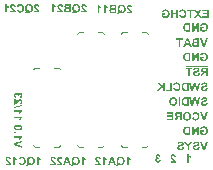
<source format=gbo>
G04*
G04 #@! TF.GenerationSoftware,Altium Limited,Altium Designer,23.11.1 (41)*
G04*
G04 Layer_Color=32896*
%FSLAX44Y44*%
%MOMM*%
G71*
G04*
G04 #@! TF.SameCoordinates,860607A7-82FE-4F03-8345-F0151ACF9F54*
G04*
G04*
G04 #@! TF.FilePolarity,Positive*
G04*
G01*
G75*
%ADD10C,0.1000*%
G36*
X17500Y76836D02*
X17615Y76829D01*
X17828Y76790D01*
X18011Y76729D01*
X18171Y76661D01*
X18240Y76631D01*
X18301Y76592D01*
X18354Y76562D01*
X18400Y76539D01*
X18430Y76509D01*
X18453Y76493D01*
X18468Y76486D01*
X18476Y76478D01*
X18560Y76410D01*
X18636Y76333D01*
X18758Y76181D01*
X18865Y76021D01*
X18941Y75861D01*
X18994Y75731D01*
X19017Y75670D01*
X19032Y75617D01*
X19047Y75579D01*
X19055Y75548D01*
X19063Y75526D01*
Y75518D01*
X19169Y75693D01*
X19284Y75853D01*
X19405Y75990D01*
X19527Y76105D01*
X19649Y76204D01*
X19771Y76288D01*
X19893Y76349D01*
X20008Y76402D01*
X20114Y76448D01*
X20221Y76478D01*
X20312Y76501D01*
X20389Y76516D01*
X20450Y76524D01*
X20503Y76531D01*
X20533D01*
X20541D01*
X20663Y76524D01*
X20777Y76509D01*
X20891Y76486D01*
X20998Y76455D01*
X21196Y76371D01*
X21364Y76280D01*
X21440Y76234D01*
X21509Y76189D01*
X21570Y76143D01*
X21615Y76105D01*
X21653Y76074D01*
X21684Y76051D01*
X21699Y76036D01*
X21707Y76028D01*
X21821Y75914D01*
X21920Y75792D01*
X22004Y75663D01*
X22080Y75526D01*
X22141Y75396D01*
X22194Y75266D01*
X22232Y75137D01*
X22271Y75007D01*
X22294Y74893D01*
X22316Y74786D01*
X22324Y74687D01*
X22339Y74604D01*
Y74535D01*
X22347Y74482D01*
Y74436D01*
X22339Y74223D01*
X22316Y74024D01*
X22278Y73842D01*
X22240Y73689D01*
X22217Y73621D01*
X22194Y73560D01*
X22179Y73506D01*
X22164Y73461D01*
X22149Y73422D01*
X22134Y73400D01*
X22126Y73384D01*
Y73377D01*
X22034Y73209D01*
X21935Y73064D01*
X21836Y72942D01*
X21737Y72843D01*
X21653Y72759D01*
X21577Y72699D01*
X21532Y72668D01*
X21524Y72653D01*
X21516D01*
X21364Y72561D01*
X21196Y72485D01*
X21029Y72417D01*
X20861Y72363D01*
X20716Y72318D01*
X20655Y72302D01*
X20602Y72287D01*
X20556Y72280D01*
X20526Y72272D01*
X20503Y72264D01*
X20495D01*
X20289Y73506D01*
X20450Y73537D01*
X20594Y73575D01*
X20708Y73621D01*
X20808Y73674D01*
X20884Y73727D01*
X20937Y73765D01*
X20975Y73796D01*
X20983Y73804D01*
X21067Y73903D01*
X21128Y74002D01*
X21166Y74101D01*
X21196Y74192D01*
X21212Y74276D01*
X21227Y74337D01*
Y74398D01*
X21219Y74527D01*
X21196Y74642D01*
X21158Y74733D01*
X21120Y74817D01*
X21082Y74886D01*
X21044Y74931D01*
X21021Y74962D01*
X21013Y74969D01*
X20930Y75038D01*
X20838Y75091D01*
X20739Y75129D01*
X20655Y75160D01*
X20571Y75175D01*
X20510Y75183D01*
X20465D01*
X20457D01*
X20450D01*
X20297Y75167D01*
X20168Y75137D01*
X20053Y75091D01*
X19954Y75038D01*
X19878Y74977D01*
X19825Y74931D01*
X19794Y74901D01*
X19779Y74886D01*
X19703Y74764D01*
X19642Y74634D01*
X19596Y74497D01*
X19573Y74360D01*
X19558Y74238D01*
Y74184D01*
X19550Y74139D01*
Y74047D01*
X18453Y73903D01*
X18491Y74032D01*
X18514Y74154D01*
X18537Y74253D01*
X18544Y74345D01*
X18552Y74421D01*
X18560Y74474D01*
Y74520D01*
X18544Y74665D01*
X18514Y74794D01*
X18461Y74908D01*
X18407Y75007D01*
X18354Y75084D01*
X18301Y75145D01*
X18270Y75175D01*
X18255Y75190D01*
X18133Y75282D01*
X18003Y75350D01*
X17866Y75396D01*
X17737Y75434D01*
X17622Y75449D01*
X17577Y75457D01*
X17531D01*
X17493Y75465D01*
X17470D01*
X17455D01*
X17447D01*
X17257Y75449D01*
X17089Y75419D01*
X16944Y75373D01*
X16822Y75320D01*
X16723Y75266D01*
X16655Y75221D01*
X16609Y75190D01*
X16594Y75175D01*
X16487Y75061D01*
X16411Y74939D01*
X16358Y74825D01*
X16319Y74710D01*
X16297Y74611D01*
X16289Y74535D01*
X16281Y74504D01*
Y74466D01*
X16289Y74329D01*
X16319Y74200D01*
X16365Y74085D01*
X16411Y73986D01*
X16457Y73910D01*
X16502Y73849D01*
X16533Y73819D01*
X16540Y73804D01*
X16647Y73712D01*
X16777Y73636D01*
X16898Y73575D01*
X17028Y73537D01*
X17135Y73499D01*
X17226Y73483D01*
X17264Y73476D01*
X17287Y73468D01*
X17302D01*
X17310D01*
X17150Y72165D01*
X16990Y72188D01*
X16830Y72226D01*
X16685Y72272D01*
X16548Y72318D01*
X16418Y72379D01*
X16304Y72439D01*
X16198Y72500D01*
X16098Y72561D01*
X16007Y72630D01*
X15931Y72683D01*
X15862Y72744D01*
X15809Y72790D01*
X15763Y72828D01*
X15733Y72859D01*
X15717Y72881D01*
X15710Y72889D01*
X15611Y73011D01*
X15527Y73141D01*
X15458Y73270D01*
X15390Y73407D01*
X15336Y73537D01*
X15298Y73666D01*
X15260Y73796D01*
X15230Y73918D01*
X15207Y74032D01*
X15192Y74139D01*
X15176Y74238D01*
X15169Y74314D01*
Y74383D01*
X15161Y74428D01*
Y74474D01*
X15169Y74657D01*
X15192Y74840D01*
X15222Y75007D01*
X15260Y75167D01*
X15314Y75312D01*
X15367Y75457D01*
X15428Y75587D01*
X15489Y75701D01*
X15542Y75807D01*
X15603Y75899D01*
X15656Y75975D01*
X15710Y76044D01*
X15748Y76097D01*
X15778Y76135D01*
X15801Y76158D01*
X15809Y76166D01*
X15938Y76288D01*
X16068Y76387D01*
X16198Y76478D01*
X16335Y76554D01*
X16464Y76623D01*
X16594Y76676D01*
X16723Y76722D01*
X16845Y76760D01*
X16960Y76790D01*
X17059Y76806D01*
X17150Y76821D01*
X17234Y76836D01*
X17295D01*
X17348Y76844D01*
X17379D01*
X17386D01*
X17500Y76836D01*
D02*
G37*
G36*
X20541Y71297D02*
X20686Y71281D01*
X20823Y71251D01*
X20960Y71213D01*
X21082Y71167D01*
X21196Y71114D01*
X21303Y71060D01*
X21394Y71007D01*
X21486Y70946D01*
X21562Y70893D01*
X21631Y70839D01*
X21684Y70794D01*
X21722Y70756D01*
X21760Y70725D01*
X21775Y70710D01*
X21783Y70702D01*
X21882Y70588D01*
X21966Y70458D01*
X22042Y70329D01*
X22111Y70199D01*
X22164Y70062D01*
X22210Y69925D01*
X22248Y69795D01*
X22278Y69666D01*
X22301Y69544D01*
X22316Y69430D01*
X22332Y69331D01*
X22339Y69247D01*
X22347Y69170D01*
Y69071D01*
X22339Y68896D01*
X22324Y68728D01*
X22301Y68569D01*
X22271Y68424D01*
X22232Y68279D01*
X22194Y68149D01*
X22149Y68035D01*
X22103Y67921D01*
X22057Y67822D01*
X22012Y67738D01*
X21974Y67662D01*
X21935Y67601D01*
X21905Y67555D01*
X21882Y67517D01*
X21867Y67494D01*
X21859Y67487D01*
X21760Y67372D01*
X21653Y67273D01*
X21532Y67182D01*
X21402Y67105D01*
X21272Y67037D01*
X21135Y66976D01*
X21006Y66923D01*
X20876Y66877D01*
X20754Y66839D01*
X20640Y66808D01*
X20533Y66785D01*
X20442Y66770D01*
X20366Y66755D01*
X20305Y66747D01*
X20274Y66740D01*
X20259D01*
X20129Y68081D01*
X20236Y68088D01*
X20335Y68104D01*
X20510Y68142D01*
X20655Y68187D01*
X20770Y68233D01*
X20861Y68287D01*
X20922Y68325D01*
X20952Y68355D01*
X20968Y68363D01*
X21051Y68462D01*
X21120Y68576D01*
X21166Y68690D01*
X21196Y68797D01*
X21212Y68896D01*
X21227Y68972D01*
Y69041D01*
X21219Y69193D01*
X21189Y69323D01*
X21151Y69437D01*
X21105Y69536D01*
X21059Y69612D01*
X21021Y69666D01*
X20991Y69704D01*
X20983Y69711D01*
X20884Y69795D01*
X20770Y69856D01*
X20655Y69894D01*
X20549Y69925D01*
X20442Y69940D01*
X20366Y69955D01*
X20335D01*
X20312D01*
X20297D01*
X20289D01*
X20137Y69940D01*
X19985Y69910D01*
X19848Y69864D01*
X19726Y69818D01*
X19619Y69765D01*
X19535Y69719D01*
X19505Y69696D01*
X19482Y69689D01*
X19474Y69673D01*
X19467D01*
X19405Y69628D01*
X19329Y69567D01*
X19246Y69490D01*
X19162Y69414D01*
X18971Y69232D01*
X18781Y69033D01*
X18689Y68942D01*
X18598Y68850D01*
X18522Y68774D01*
X18453Y68698D01*
X18400Y68637D01*
X18354Y68591D01*
X18324Y68561D01*
X18316Y68553D01*
X18125Y68348D01*
X17943Y68165D01*
X17767Y67989D01*
X17607Y67837D01*
X17462Y67700D01*
X17318Y67578D01*
X17196Y67464D01*
X17081Y67372D01*
X16975Y67288D01*
X16891Y67220D01*
X16807Y67159D01*
X16746Y67113D01*
X16700Y67083D01*
X16662Y67052D01*
X16639Y67045D01*
X16632Y67037D01*
X16396Y66907D01*
X16159Y66808D01*
X15931Y66725D01*
X15725Y66663D01*
X15634Y66641D01*
X15550Y66625D01*
X15474Y66610D01*
X15413Y66595D01*
X15359Y66587D01*
X15321D01*
X15298Y66580D01*
X15291D01*
Y71304D01*
X16540D01*
Y68622D01*
X16670Y68713D01*
X16731Y68759D01*
X16792Y68797D01*
X16838Y68835D01*
X16876Y68866D01*
X16898Y68889D01*
X16906Y68896D01*
X16944Y68934D01*
X16998Y68980D01*
X17051Y69033D01*
X17112Y69094D01*
X17241Y69224D01*
X17371Y69361D01*
X17493Y69490D01*
X17546Y69552D01*
X17592Y69605D01*
X17630Y69643D01*
X17660Y69673D01*
X17676Y69696D01*
X17683Y69704D01*
X17790Y69818D01*
X17889Y69925D01*
X17988Y70024D01*
X18072Y70115D01*
X18156Y70192D01*
X18224Y70268D01*
X18293Y70329D01*
X18354Y70390D01*
X18453Y70473D01*
X18522Y70542D01*
X18567Y70573D01*
X18583Y70588D01*
X18758Y70717D01*
X18925Y70832D01*
X19078Y70923D01*
X19207Y70999D01*
X19322Y71053D01*
X19367Y71076D01*
X19405Y71098D01*
X19436Y71114D01*
X19467Y71121D01*
X19474Y71129D01*
X19482D01*
X19642Y71190D01*
X19802Y71228D01*
X19954Y71258D01*
X20099Y71281D01*
X20213Y71297D01*
X20267D01*
X20305Y71304D01*
X20343D01*
X20366D01*
X20381D01*
X20389D01*
X20541Y71297D01*
D02*
G37*
G36*
X22438Y65330D02*
X15169Y63593D01*
Y64583D01*
X22438Y66343D01*
Y65330D01*
D02*
G37*
G36*
X22347Y60910D02*
X22225Y60865D01*
X22111Y60811D01*
X21897Y60682D01*
X21707Y60545D01*
X21539Y60400D01*
X21463Y60331D01*
X21402Y60270D01*
X21341Y60217D01*
X21295Y60164D01*
X21257Y60126D01*
X21234Y60095D01*
X21219Y60072D01*
X21212Y60065D01*
X21044Y59836D01*
X20907Y59623D01*
X20792Y59432D01*
X20708Y59264D01*
X20670Y59188D01*
X20640Y59120D01*
X20617Y59066D01*
X20594Y59013D01*
X20579Y58975D01*
X20571Y58945D01*
X20564Y58929D01*
Y58922D01*
X19337D01*
X19405Y59104D01*
X19474Y59280D01*
X19550Y59455D01*
X19634Y59615D01*
X19718Y59767D01*
X19802Y59912D01*
X19886Y60042D01*
X19969Y60164D01*
X20046Y60278D01*
X20122Y60369D01*
X20190Y60461D01*
X20244Y60529D01*
X20289Y60583D01*
X20327Y60628D01*
X20350Y60651D01*
X20358Y60659D01*
X15291D01*
Y62008D01*
X22347D01*
Y60910D01*
D02*
G37*
G36*
Y55447D02*
X22225Y55401D01*
X22111Y55348D01*
X21897Y55218D01*
X21707Y55081D01*
X21539Y54936D01*
X21463Y54868D01*
X21402Y54807D01*
X21341Y54753D01*
X21295Y54700D01*
X21257Y54662D01*
X21234Y54632D01*
X21219Y54609D01*
X21212Y54601D01*
X21044Y54373D01*
X20907Y54159D01*
X20792Y53969D01*
X20708Y53801D01*
X20670Y53725D01*
X20640Y53656D01*
X20617Y53603D01*
X20594Y53549D01*
X20579Y53511D01*
X20571Y53481D01*
X20564Y53466D01*
Y53458D01*
X19337D01*
X19405Y53641D01*
X19474Y53816D01*
X19550Y53991D01*
X19634Y54152D01*
X19718Y54304D01*
X19802Y54449D01*
X19886Y54578D01*
X19969Y54700D01*
X20046Y54814D01*
X20122Y54906D01*
X20190Y54997D01*
X20244Y55066D01*
X20289Y55119D01*
X20327Y55165D01*
X20350Y55188D01*
X20358Y55195D01*
X15291D01*
Y56544D01*
X22347D01*
Y55447D01*
D02*
G37*
G36*
X19108Y49458D02*
X19444Y49435D01*
X19756Y49404D01*
X20038Y49359D01*
X20297Y49305D01*
X20533Y49252D01*
X20747Y49183D01*
X20930Y49122D01*
X21097Y49061D01*
X21234Y49000D01*
X21356Y48939D01*
X21448Y48886D01*
X21524Y48840D01*
X21577Y48810D01*
X21608Y48787D01*
X21615Y48779D01*
X21745Y48665D01*
X21859Y48543D01*
X21958Y48414D01*
X22042Y48284D01*
X22111Y48155D01*
X22172Y48017D01*
X22217Y47888D01*
X22255Y47766D01*
X22286Y47644D01*
X22309Y47530D01*
X22324Y47431D01*
X22339Y47347D01*
Y47278D01*
X22347Y47225D01*
Y47179D01*
X22339Y46996D01*
X22316Y46821D01*
X22278Y46653D01*
X22232Y46501D01*
X22179Y46356D01*
X22118Y46227D01*
X22050Y46105D01*
X21989Y45998D01*
X21920Y45907D01*
X21851Y45823D01*
X21791Y45754D01*
X21737Y45693D01*
X21692Y45648D01*
X21653Y45617D01*
X21631Y45594D01*
X21623Y45587D01*
X21448Y45465D01*
X21250Y45358D01*
X21036Y45267D01*
X20808Y45190D01*
X20571Y45122D01*
X20335Y45068D01*
X20099Y45023D01*
X19863Y44985D01*
X19642Y44962D01*
X19436Y44939D01*
X19253Y44924D01*
X19086Y44908D01*
X19017D01*
X18956D01*
X18903Y44901D01*
X18849D01*
X18819D01*
X18788D01*
X18773D01*
X18765D01*
X18400Y44908D01*
X18064Y44931D01*
X17752Y44962D01*
X17470Y45000D01*
X17211Y45046D01*
X16982Y45099D01*
X16777Y45152D01*
X16594Y45213D01*
X16441Y45274D01*
X16304Y45328D01*
X16190Y45381D01*
X16098Y45427D01*
X16030Y45465D01*
X15984Y45503D01*
X15954Y45518D01*
X15946Y45526D01*
X15809Y45648D01*
X15687Y45777D01*
X15580Y45914D01*
X15489Y46051D01*
X15420Y46189D01*
X15352Y46326D01*
X15298Y46455D01*
X15260Y46585D01*
X15230Y46707D01*
X15199Y46821D01*
X15184Y46920D01*
X15176Y47011D01*
X15169Y47080D01*
X15161Y47133D01*
Y47179D01*
X15169Y47362D01*
X15192Y47537D01*
X15230Y47705D01*
X15275Y47857D01*
X15329Y48002D01*
X15390Y48132D01*
X15451Y48254D01*
X15519Y48360D01*
X15588Y48452D01*
X15649Y48535D01*
X15710Y48612D01*
X15763Y48665D01*
X15809Y48711D01*
X15847Y48749D01*
X15870Y48764D01*
X15877Y48772D01*
X16053Y48894D01*
X16251Y49000D01*
X16472Y49092D01*
X16693Y49176D01*
X16929Y49237D01*
X17173Y49297D01*
X17409Y49343D01*
X17645Y49381D01*
X17866Y49404D01*
X18072Y49427D01*
X18262Y49442D01*
X18422Y49458D01*
X18499D01*
X18560D01*
X18613Y49465D01*
X18666D01*
X18697D01*
X18727D01*
X18743D01*
X18750D01*
X19108Y49458D01*
D02*
G37*
G36*
X16639Y42462D02*
X15291D01*
Y43811D01*
X16639D01*
Y42462D01*
D02*
G37*
G36*
X22347Y39064D02*
X22225Y39018D01*
X22111Y38965D01*
X21897Y38835D01*
X21707Y38698D01*
X21539Y38553D01*
X21463Y38485D01*
X21402Y38424D01*
X21341Y38370D01*
X21295Y38317D01*
X21257Y38279D01*
X21234Y38249D01*
X21219Y38226D01*
X21212Y38218D01*
X21044Y37989D01*
X20907Y37776D01*
X20792Y37586D01*
X20708Y37418D01*
X20670Y37342D01*
X20640Y37273D01*
X20617Y37220D01*
X20594Y37167D01*
X20579Y37128D01*
X20571Y37098D01*
X20564Y37083D01*
Y37075D01*
X19337D01*
X19405Y37258D01*
X19474Y37433D01*
X19550Y37608D01*
X19634Y37768D01*
X19718Y37921D01*
X19802Y38066D01*
X19886Y38195D01*
X19969Y38317D01*
X20046Y38431D01*
X20122Y38523D01*
X20190Y38614D01*
X20244Y38683D01*
X20289Y38736D01*
X20327Y38782D01*
X20350Y38805D01*
X20358Y38812D01*
X15291D01*
Y40161D01*
X22347D01*
Y39064D01*
D02*
G37*
G36*
X22324Y34781D02*
X17119Y33059D01*
X22324Y31276D01*
Y29745D01*
X15291Y32252D01*
Y33776D01*
X22324Y36290D01*
Y34781D01*
D02*
G37*
G36*
X113189Y151176D02*
X113357Y151161D01*
X113517Y151138D01*
X113661Y151107D01*
X113806Y151069D01*
X113936Y151031D01*
X114050Y150985D01*
X114164Y150940D01*
X114263Y150894D01*
X114347Y150848D01*
X114423Y150810D01*
X114484Y150772D01*
X114530Y150742D01*
X114568Y150719D01*
X114591Y150703D01*
X114599Y150696D01*
X114713Y150597D01*
X114812Y150490D01*
X114903Y150368D01*
X114980Y150239D01*
X115048Y150109D01*
X115109Y149972D01*
X115162Y149842D01*
X115208Y149713D01*
X115246Y149591D01*
X115277Y149477D01*
X115300Y149370D01*
X115315Y149278D01*
X115330Y149202D01*
X115338Y149141D01*
X115345Y149111D01*
Y149096D01*
X114004Y148966D01*
X113997Y149073D01*
X113981Y149172D01*
X113943Y149347D01*
X113897Y149492D01*
X113852Y149606D01*
X113799Y149698D01*
X113760Y149759D01*
X113730Y149789D01*
X113722Y149804D01*
X113623Y149888D01*
X113509Y149957D01*
X113395Y150002D01*
X113288Y150033D01*
X113189Y150048D01*
X113113Y150063D01*
X113044D01*
X112892Y150056D01*
X112762Y150025D01*
X112648Y149987D01*
X112549Y149942D01*
X112473Y149896D01*
X112419Y149858D01*
X112381Y149827D01*
X112374Y149819D01*
X112290Y149720D01*
X112229Y149606D01*
X112191Y149492D01*
X112160Y149385D01*
X112145Y149278D01*
X112130Y149202D01*
Y149172D01*
Y149149D01*
Y149134D01*
Y149126D01*
X112145Y148974D01*
X112175Y148821D01*
X112221Y148684D01*
X112267Y148562D01*
X112320Y148456D01*
X112366Y148372D01*
X112389Y148341D01*
X112396Y148318D01*
X112412Y148311D01*
Y148303D01*
X112457Y148242D01*
X112518Y148166D01*
X112594Y148082D01*
X112671Y147998D01*
X112854Y147808D01*
X113052Y147617D01*
X113143Y147526D01*
X113235Y147435D01*
X113311Y147358D01*
X113387Y147290D01*
X113448Y147236D01*
X113494Y147191D01*
X113524Y147160D01*
X113532Y147153D01*
X113737Y146962D01*
X113920Y146779D01*
X114096Y146604D01*
X114248Y146444D01*
X114385Y146299D01*
X114507Y146154D01*
X114621Y146032D01*
X114713Y145918D01*
X114797Y145811D01*
X114865Y145728D01*
X114926Y145644D01*
X114972Y145583D01*
X115002Y145537D01*
X115033Y145499D01*
X115041Y145476D01*
X115048Y145469D01*
X115178Y145232D01*
X115277Y144996D01*
X115361Y144768D01*
X115421Y144562D01*
X115444Y144470D01*
X115460Y144387D01*
X115475Y144310D01*
X115490Y144249D01*
X115498Y144196D01*
Y144158D01*
X115505Y144135D01*
Y144127D01*
X110781D01*
Y145377D01*
X113463D01*
X113372Y145507D01*
X113326Y145568D01*
X113288Y145628D01*
X113250Y145674D01*
X113219Y145712D01*
X113196Y145735D01*
X113189Y145743D01*
X113151Y145781D01*
X113105Y145834D01*
X113052Y145888D01*
X112991Y145949D01*
X112861Y146078D01*
X112724Y146208D01*
X112594Y146330D01*
X112534Y146383D01*
X112480Y146429D01*
X112442Y146467D01*
X112412Y146497D01*
X112389Y146512D01*
X112381Y146520D01*
X112267Y146627D01*
X112160Y146726D01*
X112061Y146825D01*
X111970Y146909D01*
X111894Y146993D01*
X111817Y147061D01*
X111756Y147130D01*
X111695Y147191D01*
X111611Y147290D01*
X111543Y147358D01*
X111512Y147404D01*
X111497Y147419D01*
X111368Y147594D01*
X111253Y147762D01*
X111162Y147914D01*
X111086Y148044D01*
X111032Y148158D01*
X111010Y148204D01*
X110987Y148242D01*
X110971Y148273D01*
X110964Y148303D01*
X110956Y148311D01*
Y148318D01*
X110895Y148478D01*
X110857Y148638D01*
X110827Y148791D01*
X110804Y148936D01*
X110789Y149050D01*
Y149103D01*
X110781Y149141D01*
Y149179D01*
Y149202D01*
Y149218D01*
Y149225D01*
X110789Y149378D01*
X110804Y149522D01*
X110834Y149660D01*
X110872Y149797D01*
X110918Y149919D01*
X110971Y150033D01*
X111025Y150140D01*
X111078Y150231D01*
X111139Y150323D01*
X111192Y150399D01*
X111246Y150467D01*
X111292Y150521D01*
X111330Y150559D01*
X111360Y150597D01*
X111375Y150612D01*
X111383Y150620D01*
X111497Y150719D01*
X111627Y150802D01*
X111756Y150879D01*
X111886Y150947D01*
X112023Y151001D01*
X112160Y151046D01*
X112290Y151084D01*
X112419Y151115D01*
X112541Y151138D01*
X112655Y151153D01*
X112754Y151168D01*
X112838Y151176D01*
X112915Y151184D01*
X113014D01*
X113189Y151176D01*
D02*
G37*
G36*
X92828Y151062D02*
X92882Y150947D01*
X93011Y150734D01*
X93148Y150543D01*
X93293Y150376D01*
X93362Y150300D01*
X93423Y150239D01*
X93476Y150178D01*
X93529Y150132D01*
X93567Y150094D01*
X93598Y150071D01*
X93621Y150056D01*
X93628Y150048D01*
X93857Y149881D01*
X94070Y149743D01*
X94261Y149629D01*
X94428Y149545D01*
X94505Y149507D01*
X94573Y149477D01*
X94627Y149454D01*
X94680Y149431D01*
X94718Y149416D01*
X94748Y149408D01*
X94764Y149400D01*
X94771D01*
Y148174D01*
X94588Y148242D01*
X94413Y148311D01*
X94238Y148387D01*
X94078Y148471D01*
X93926Y148555D01*
X93781Y148638D01*
X93651Y148722D01*
X93529Y148806D01*
X93415Y148882D01*
X93323Y148959D01*
X93232Y149027D01*
X93163Y149080D01*
X93110Y149126D01*
X93064Y149164D01*
X93042Y149187D01*
X93034Y149195D01*
Y144127D01*
X91685D01*
Y151184D01*
X92782D01*
X92828Y151062D01*
D02*
G37*
G36*
X87365D02*
X87418Y150947D01*
X87548Y150734D01*
X87685Y150543D01*
X87830Y150376D01*
X87898Y150300D01*
X87959Y150239D01*
X88012Y150178D01*
X88066Y150132D01*
X88104Y150094D01*
X88134Y150071D01*
X88157Y150056D01*
X88165Y150048D01*
X88393Y149881D01*
X88607Y149743D01*
X88797Y149629D01*
X88965Y149545D01*
X89041Y149507D01*
X89110Y149477D01*
X89163Y149454D01*
X89216Y149431D01*
X89255Y149416D01*
X89285Y149408D01*
X89300Y149400D01*
X89308D01*
Y148174D01*
X89125Y148242D01*
X88950Y148311D01*
X88774Y148387D01*
X88614Y148471D01*
X88462Y148555D01*
X88317Y148638D01*
X88188Y148722D01*
X88066Y148806D01*
X87951Y148882D01*
X87860Y148959D01*
X87769Y149027D01*
X87700Y149080D01*
X87647Y149126D01*
X87601Y149164D01*
X87578Y149187D01*
X87570Y149195D01*
Y144127D01*
X86222D01*
Y151184D01*
X87319D01*
X87365Y151062D01*
D02*
G37*
G36*
X101926Y144127D02*
X99290D01*
X99069Y144135D01*
X98696D01*
X98536Y144143D01*
X98399D01*
X98277Y144150D01*
X98170D01*
X98086Y144158D01*
X98010D01*
X97949Y144165D01*
X97903D01*
X97865Y144173D01*
X97827D01*
X97621Y144204D01*
X97438Y144249D01*
X97271Y144303D01*
X97134Y144364D01*
X97027Y144417D01*
X96981Y144440D01*
X96943Y144455D01*
X96913Y144478D01*
X96890Y144493D01*
X96882Y144501D01*
X96875D01*
X96737Y144607D01*
X96615Y144729D01*
X96509Y144851D01*
X96425Y144966D01*
X96356Y145065D01*
X96303Y145148D01*
X96288Y145179D01*
X96272Y145202D01*
X96265Y145217D01*
Y145225D01*
X96189Y145400D01*
X96135Y145568D01*
X96090Y145720D01*
X96067Y145865D01*
X96052Y145987D01*
X96044Y146040D01*
X96036Y146078D01*
Y146116D01*
Y146139D01*
Y146154D01*
Y146162D01*
Y146276D01*
X96052Y146383D01*
X96090Y146589D01*
X96151Y146764D01*
X96212Y146924D01*
X96242Y146985D01*
X96272Y147046D01*
X96303Y147099D01*
X96333Y147145D01*
X96356Y147175D01*
X96371Y147198D01*
X96379Y147213D01*
X96387Y147221D01*
X96524Y147381D01*
X96684Y147511D01*
X96852Y147625D01*
X97004Y147709D01*
X97149Y147777D01*
X97210Y147800D01*
X97263Y147823D01*
X97309Y147838D01*
X97339Y147854D01*
X97362Y147861D01*
X97370D01*
X97210Y147945D01*
X97065Y148044D01*
X96943Y148151D01*
X96836Y148250D01*
X96753Y148341D01*
X96692Y148410D01*
X96676Y148440D01*
X96661Y148463D01*
X96646Y148471D01*
Y148478D01*
X96554Y148638D01*
X96494Y148791D01*
X96448Y148943D01*
X96410Y149088D01*
X96394Y149210D01*
X96387Y149256D01*
Y149301D01*
X96379Y149340D01*
Y149362D01*
Y149378D01*
Y149385D01*
X96387Y149553D01*
X96410Y149705D01*
X96448Y149850D01*
X96486Y149972D01*
X96532Y150071D01*
X96562Y150147D01*
X96577Y150170D01*
X96593Y150193D01*
X96600Y150201D01*
Y150208D01*
X96684Y150338D01*
X96775Y150452D01*
X96867Y150551D01*
X96951Y150642D01*
X97027Y150703D01*
X97088Y150757D01*
X97126Y150787D01*
X97134Y150795D01*
X97141D01*
X97263Y150871D01*
X97393Y150932D01*
X97514Y150985D01*
X97629Y151024D01*
X97728Y151054D01*
X97804Y151069D01*
X97835Y151077D01*
X97857Y151084D01*
X97873D01*
X97956Y151100D01*
X98040Y151107D01*
X98238Y151130D01*
X98444Y151145D01*
X98650Y151153D01*
X98741D01*
X98833Y151161D01*
X101926D01*
Y144127D01*
D02*
G37*
G36*
X106727Y151267D02*
X107001Y151237D01*
X107261Y151184D01*
X107497Y151123D01*
X107718Y151054D01*
X107923Y150970D01*
X108114Y150886D01*
X108282Y150795D01*
X108434Y150703D01*
X108571Y150620D01*
X108686Y150536D01*
X108777Y150467D01*
X108846Y150406D01*
X108899Y150353D01*
X108937Y150323D01*
X108945Y150315D01*
X109105Y150124D01*
X109249Y149926D01*
X109371Y149713D01*
X109470Y149492D01*
X109562Y149271D01*
X109638Y149042D01*
X109699Y148829D01*
X109745Y148616D01*
X109783Y148418D01*
X109813Y148227D01*
X109829Y148059D01*
X109844Y147914D01*
X109851Y147800D01*
X109859Y147747D01*
Y147709D01*
Y147678D01*
Y147655D01*
Y147640D01*
Y147633D01*
X109851Y147320D01*
X109821Y147023D01*
X109775Y146741D01*
X109714Y146482D01*
X109646Y146246D01*
X109569Y146025D01*
X109486Y145827D01*
X109402Y145644D01*
X109318Y145484D01*
X109234Y145347D01*
X109158Y145225D01*
X109089Y145126D01*
X109028Y145049D01*
X108983Y144996D01*
X108952Y144958D01*
X108945Y144950D01*
X108762Y144783D01*
X108571Y144638D01*
X108365Y144508D01*
X108160Y144402D01*
X107946Y144310D01*
X107733Y144234D01*
X107527Y144165D01*
X107329Y144120D01*
X107139Y144074D01*
X106963Y144051D01*
X106803Y144028D01*
X106666Y144013D01*
X106552Y144005D01*
X106506D01*
X106468Y143998D01*
X106399D01*
X106095Y144013D01*
X105805Y144044D01*
X105676Y144066D01*
X105546Y144089D01*
X105432Y144120D01*
X105325Y144150D01*
X105226Y144173D01*
X105134Y144204D01*
X105058Y144227D01*
X104997Y144249D01*
X104944Y144265D01*
X104906Y144280D01*
X104883Y144295D01*
X104875D01*
X104715Y144196D01*
X104578Y144104D01*
X104456Y144021D01*
X104357Y143952D01*
X104266Y143899D01*
X104190Y143846D01*
X104121Y143807D01*
X104068Y143769D01*
X104030Y143739D01*
X103999Y143723D01*
X103969Y143708D01*
X103953Y143693D01*
X103938Y143678D01*
X103931D01*
X103702Y143563D01*
X103595Y143518D01*
X103496Y143480D01*
X103412Y143449D01*
X103351Y143426D01*
X103313Y143419D01*
X103298Y143411D01*
X102772Y144425D01*
X103001Y144508D01*
X103214Y144607D01*
X103405Y144706D01*
X103572Y144806D01*
X103649Y144844D01*
X103717Y144889D01*
X103771Y144928D01*
X103824Y144958D01*
X103862Y144981D01*
X103892Y145004D01*
X103908Y145011D01*
X103915Y145019D01*
X103763Y145202D01*
X103641Y145385D01*
X103534Y145560D01*
X103443Y145712D01*
X103382Y145850D01*
X103351Y145903D01*
X103336Y145949D01*
X103321Y145987D01*
X103306Y146017D01*
X103298Y146032D01*
Y146040D01*
X103214Y146307D01*
X103146Y146581D01*
X103100Y146848D01*
X103085Y146977D01*
X103069Y147099D01*
X103062Y147213D01*
X103054Y147313D01*
X103047Y147404D01*
X103039Y147488D01*
Y147549D01*
Y147602D01*
Y147633D01*
Y147640D01*
X103047Y147953D01*
X103077Y148250D01*
X103123Y148524D01*
X103184Y148783D01*
X103252Y149019D01*
X103329Y149240D01*
X103412Y149438D01*
X103496Y149621D01*
X103588Y149781D01*
X103672Y149919D01*
X103748Y150041D01*
X103816Y150140D01*
X103877Y150216D01*
X103923Y150269D01*
X103953Y150307D01*
X103961Y150315D01*
X104136Y150483D01*
X104327Y150635D01*
X104533Y150757D01*
X104731Y150871D01*
X104944Y150962D01*
X105150Y151039D01*
X105348Y151107D01*
X105538Y151153D01*
X105729Y151191D01*
X105897Y151222D01*
X106049Y151244D01*
X106179Y151260D01*
X106285Y151267D01*
X106369Y151275D01*
X106438D01*
X106727Y151267D01*
D02*
G37*
G36*
X163584Y31236D02*
Y28280D01*
X162166D01*
Y31229D01*
X159598Y35313D01*
X161229D01*
X162837Y32532D01*
X164483Y35313D01*
X166152D01*
X163584Y31236D01*
D02*
G37*
G36*
X176743Y28280D02*
X175219D01*
X172705Y35313D01*
X174213D01*
X175935Y30109D01*
X177719Y35313D01*
X179250D01*
X176743Y28280D01*
D02*
G37*
G36*
X169817Y35420D02*
X169946Y35405D01*
X170083Y35389D01*
X170205Y35366D01*
X170320Y35351D01*
X170419Y35328D01*
X170518Y35305D01*
X170609Y35275D01*
X170685Y35252D01*
X170746Y35237D01*
X170807Y35214D01*
X170845Y35199D01*
X170884Y35183D01*
X170899Y35176D01*
X170906D01*
X171105Y35077D01*
X171287Y34962D01*
X171432Y34848D01*
X171562Y34734D01*
X171653Y34627D01*
X171729Y34543D01*
X171752Y34513D01*
X171767Y34490D01*
X171783Y34475D01*
Y34467D01*
X171882Y34292D01*
X171958Y34117D01*
X172011Y33942D01*
X172049Y33789D01*
X172072Y33660D01*
X172080Y33599D01*
Y33553D01*
X172087Y33515D01*
Y33484D01*
Y33469D01*
Y33461D01*
X172080Y33309D01*
X172057Y33164D01*
X172027Y33019D01*
X171988Y32890D01*
X171935Y32768D01*
X171882Y32646D01*
X171821Y32539D01*
X171760Y32440D01*
X171706Y32349D01*
X171646Y32273D01*
X171592Y32204D01*
X171539Y32151D01*
X171501Y32105D01*
X171470Y32075D01*
X171447Y32052D01*
X171440Y32044D01*
X171348Y31968D01*
X171242Y31899D01*
X171120Y31831D01*
X170998Y31762D01*
X170731Y31648D01*
X170464Y31541D01*
X170343Y31503D01*
X170228Y31465D01*
X170121Y31427D01*
X170022Y31404D01*
X169946Y31381D01*
X169893Y31366D01*
X169855Y31351D01*
X169839D01*
X169680Y31313D01*
X169535Y31274D01*
X169405Y31244D01*
X169291Y31214D01*
X169184Y31183D01*
X169093Y31160D01*
X169009Y31137D01*
X168940Y31114D01*
X168879Y31099D01*
X168834Y31084D01*
X168788Y31069D01*
X168757Y31061D01*
X168735Y31054D01*
X168719D01*
X168704Y31046D01*
X168575Y30993D01*
X168468Y30947D01*
X168384Y30893D01*
X168308Y30848D01*
X168262Y30802D01*
X168224Y30772D01*
X168201Y30749D01*
X168194Y30741D01*
X168140Y30673D01*
X168102Y30604D01*
X168079Y30528D01*
X168057Y30459D01*
X168049Y30406D01*
X168041Y30360D01*
Y30322D01*
Y30314D01*
Y30246D01*
X168057Y30177D01*
X168095Y30048D01*
X168155Y29926D01*
X168216Y29827D01*
X168277Y29750D01*
X168338Y29690D01*
X168377Y29651D01*
X168384Y29636D01*
X168392D01*
X168460Y29583D01*
X168536Y29537D01*
X168704Y29469D01*
X168879Y29415D01*
X169047Y29385D01*
X169200Y29362D01*
X169260Y29354D01*
X169321D01*
X169367Y29347D01*
X169436D01*
X169664Y29362D01*
X169870Y29400D01*
X170045Y29446D01*
X170198Y29507D01*
X170259Y29537D01*
X170312Y29568D01*
X170365Y29590D01*
X170403Y29613D01*
X170434Y29636D01*
X170457Y29651D01*
X170464Y29667D01*
X170472D01*
X170541Y29735D01*
X170602Y29804D01*
X170708Y29964D01*
X170800Y30139D01*
X170868Y30307D01*
X170914Y30459D01*
X170937Y30520D01*
X170952Y30581D01*
X170960Y30627D01*
X170967Y30665D01*
X170975Y30688D01*
Y30695D01*
X172354Y30558D01*
X172324Y30345D01*
X172278Y30139D01*
X172225Y29956D01*
X172164Y29781D01*
X172095Y29621D01*
X172027Y29469D01*
X171950Y29339D01*
X171874Y29217D01*
X171805Y29110D01*
X171737Y29019D01*
X171668Y28943D01*
X171615Y28874D01*
X171569Y28828D01*
X171531Y28790D01*
X171508Y28767D01*
X171501Y28760D01*
X171356Y28653D01*
X171203Y28562D01*
X171043Y28478D01*
X170876Y28409D01*
X170708Y28348D01*
X170541Y28303D01*
X170373Y28257D01*
X170205Y28226D01*
X170053Y28204D01*
X169908Y28181D01*
X169779Y28166D01*
X169672Y28158D01*
X169580D01*
X169512Y28150D01*
X169283D01*
X169123Y28158D01*
X168963Y28173D01*
X168826Y28188D01*
X168689Y28211D01*
X168559Y28226D01*
X168445Y28249D01*
X168338Y28280D01*
X168247Y28303D01*
X168163Y28326D01*
X168087Y28341D01*
X168026Y28364D01*
X167980Y28379D01*
X167950Y28394D01*
X167927Y28402D01*
X167919D01*
X167698Y28508D01*
X167508Y28630D01*
X167348Y28767D01*
X167211Y28889D01*
X167104Y29004D01*
X167066Y29057D01*
X167028Y29103D01*
X167005Y29133D01*
X166982Y29164D01*
X166967Y29179D01*
Y29187D01*
X166906Y29286D01*
X166852Y29392D01*
X166769Y29590D01*
X166708Y29781D01*
X166670Y29956D01*
X166654Y30032D01*
X166639Y30101D01*
X166632Y30170D01*
Y30223D01*
X166624Y30261D01*
Y30299D01*
Y30314D01*
Y30322D01*
X166639Y30558D01*
X166670Y30779D01*
X166715Y30970D01*
X166738Y31054D01*
X166761Y31130D01*
X166791Y31198D01*
X166814Y31259D01*
X166837Y31313D01*
X166860Y31358D01*
X166883Y31396D01*
X166891Y31419D01*
X166906Y31435D01*
Y31442D01*
X167020Y31602D01*
X167150Y31747D01*
X167279Y31869D01*
X167401Y31976D01*
X167515Y32052D01*
X167607Y32113D01*
X167645Y32128D01*
X167668Y32143D01*
X167683Y32158D01*
X167691D01*
X167790Y32204D01*
X167896Y32257D01*
X168018Y32303D01*
X168140Y32349D01*
X168392Y32433D01*
X168643Y32509D01*
X168757Y32539D01*
X168872Y32570D01*
X168963Y32600D01*
X169055Y32623D01*
X169123Y32638D01*
X169177Y32654D01*
X169207Y32661D01*
X169222D01*
X169405Y32707D01*
X169573Y32753D01*
X169725Y32799D01*
X169862Y32844D01*
X169984Y32882D01*
X170091Y32920D01*
X170182Y32959D01*
X170259Y32989D01*
X170327Y33019D01*
X170388Y33050D01*
X170434Y33073D01*
X170464Y33096D01*
X170495Y33111D01*
X170510Y33126D01*
X170525Y33134D01*
X170594Y33202D01*
X170647Y33271D01*
X170678Y33347D01*
X170708Y33416D01*
X170723Y33469D01*
X170731Y33522D01*
Y33553D01*
Y33561D01*
X170723Y33660D01*
X170693Y33743D01*
X170662Y33819D01*
X170617Y33881D01*
X170579Y33926D01*
X170541Y33964D01*
X170518Y33987D01*
X170510Y33995D01*
X170365Y34079D01*
X170213Y34147D01*
X170045Y34193D01*
X169893Y34223D01*
X169748Y34239D01*
X169687Y34246D01*
X169634Y34254D01*
X169535D01*
X169321Y34246D01*
X169139Y34216D01*
X168986Y34178D01*
X168857Y34132D01*
X168757Y34086D01*
X168689Y34048D01*
X168651Y34018D01*
X168636Y34010D01*
X168529Y33911D01*
X168445Y33789D01*
X168377Y33660D01*
X168323Y33538D01*
X168285Y33423D01*
X168270Y33370D01*
X168255Y33324D01*
X168247Y33294D01*
Y33263D01*
X168239Y33248D01*
Y33240D01*
X166822Y33294D01*
X166837Y33469D01*
X166860Y33637D01*
X166898Y33797D01*
X166952Y33942D01*
X167005Y34079D01*
X167066Y34208D01*
X167127Y34323D01*
X167188Y34429D01*
X167256Y34521D01*
X167317Y34604D01*
X167371Y34681D01*
X167424Y34734D01*
X167470Y34780D01*
X167500Y34818D01*
X167523Y34833D01*
X167531Y34841D01*
X167660Y34947D01*
X167805Y35031D01*
X167965Y35115D01*
X168125Y35183D01*
X168285Y35237D01*
X168453Y35283D01*
X168620Y35321D01*
X168773Y35351D01*
X168925Y35382D01*
X169070Y35397D01*
X169192Y35412D01*
X169306Y35420D01*
X169390Y35427D01*
X169520D01*
X169817Y35420D01*
D02*
G37*
G36*
X156710D02*
X156840Y35405D01*
X156977Y35389D01*
X157099Y35366D01*
X157213Y35351D01*
X157312Y35328D01*
X157411Y35305D01*
X157503Y35275D01*
X157579Y35252D01*
X157640Y35237D01*
X157701Y35214D01*
X157739Y35199D01*
X157777Y35183D01*
X157792Y35176D01*
X157800D01*
X157998Y35077D01*
X158181Y34962D01*
X158326Y34848D01*
X158455Y34734D01*
X158547Y34627D01*
X158623Y34543D01*
X158646Y34513D01*
X158661Y34490D01*
X158676Y34475D01*
Y34467D01*
X158775Y34292D01*
X158851Y34117D01*
X158905Y33942D01*
X158943Y33789D01*
X158966Y33660D01*
X158973Y33599D01*
Y33553D01*
X158981Y33515D01*
Y33484D01*
Y33469D01*
Y33461D01*
X158973Y33309D01*
X158951Y33164D01*
X158920Y33019D01*
X158882Y32890D01*
X158829Y32768D01*
X158775Y32646D01*
X158714Y32539D01*
X158653Y32440D01*
X158600Y32349D01*
X158539Y32273D01*
X158486Y32204D01*
X158432Y32151D01*
X158394Y32105D01*
X158364Y32075D01*
X158341Y32052D01*
X158333Y32044D01*
X158242Y31968D01*
X158135Y31899D01*
X158013Y31831D01*
X157891Y31762D01*
X157625Y31648D01*
X157358Y31541D01*
X157236Y31503D01*
X157122Y31465D01*
X157015Y31427D01*
X156916Y31404D01*
X156840Y31381D01*
X156786Y31366D01*
X156748Y31351D01*
X156733D01*
X156573Y31313D01*
X156428Y31274D01*
X156299Y31244D01*
X156185Y31214D01*
X156078Y31183D01*
X155986Y31160D01*
X155903Y31137D01*
X155834Y31114D01*
X155773Y31099D01*
X155727Y31084D01*
X155682Y31069D01*
X155651Y31061D01*
X155628Y31054D01*
X155613D01*
X155598Y31046D01*
X155468Y30993D01*
X155361Y30947D01*
X155278Y30893D01*
X155202Y30848D01*
X155156Y30802D01*
X155118Y30772D01*
X155095Y30749D01*
X155087Y30741D01*
X155034Y30673D01*
X154996Y30604D01*
X154973Y30528D01*
X154950Y30459D01*
X154942Y30406D01*
X154935Y30360D01*
Y30322D01*
Y30314D01*
Y30246D01*
X154950Y30177D01*
X154988Y30048D01*
X155049Y29926D01*
X155110Y29827D01*
X155171Y29750D01*
X155232Y29690D01*
X155270Y29651D01*
X155278Y29636D01*
X155285D01*
X155354Y29583D01*
X155430Y29537D01*
X155598Y29469D01*
X155773Y29415D01*
X155941Y29385D01*
X156093Y29362D01*
X156154Y29354D01*
X156215D01*
X156261Y29347D01*
X156329D01*
X156558Y29362D01*
X156764Y29400D01*
X156939Y29446D01*
X157091Y29507D01*
X157152Y29537D01*
X157206Y29568D01*
X157259Y29590D01*
X157297Y29613D01*
X157327Y29636D01*
X157350Y29651D01*
X157358Y29667D01*
X157366D01*
X157434Y29735D01*
X157495Y29804D01*
X157602Y29964D01*
X157693Y30139D01*
X157762Y30307D01*
X157808Y30459D01*
X157830Y30520D01*
X157846Y30581D01*
X157853Y30627D01*
X157861Y30665D01*
X157868Y30688D01*
Y30695D01*
X159248Y30558D01*
X159217Y30345D01*
X159171Y30139D01*
X159118Y29956D01*
X159057Y29781D01*
X158989Y29621D01*
X158920Y29469D01*
X158844Y29339D01*
X158768Y29217D01*
X158699Y29110D01*
X158631Y29019D01*
X158562Y28943D01*
X158509Y28874D01*
X158463Y28828D01*
X158425Y28790D01*
X158402Y28767D01*
X158394Y28760D01*
X158250Y28653D01*
X158097Y28562D01*
X157937Y28478D01*
X157769Y28409D01*
X157602Y28348D01*
X157434Y28303D01*
X157267Y28257D01*
X157099Y28226D01*
X156946Y28204D01*
X156802Y28181D01*
X156672Y28166D01*
X156566Y28158D01*
X156474D01*
X156405Y28150D01*
X156177D01*
X156017Y28158D01*
X155857Y28173D01*
X155720Y28188D01*
X155583Y28211D01*
X155453Y28226D01*
X155339Y28249D01*
X155232Y28280D01*
X155141Y28303D01*
X155057Y28326D01*
X154980Y28341D01*
X154920Y28364D01*
X154874Y28379D01*
X154843Y28394D01*
X154820Y28402D01*
X154813D01*
X154592Y28508D01*
X154401Y28630D01*
X154241Y28767D01*
X154104Y28889D01*
X153998Y29004D01*
X153960Y29057D01*
X153921Y29103D01*
X153898Y29133D01*
X153876Y29164D01*
X153860Y29179D01*
Y29187D01*
X153799Y29286D01*
X153746Y29392D01*
X153662Y29590D01*
X153601Y29781D01*
X153563Y29956D01*
X153548Y30032D01*
X153533Y30101D01*
X153525Y30170D01*
Y30223D01*
X153518Y30261D01*
Y30299D01*
Y30314D01*
Y30322D01*
X153533Y30558D01*
X153563Y30779D01*
X153609Y30970D01*
X153632Y31054D01*
X153655Y31130D01*
X153685Y31198D01*
X153708Y31259D01*
X153731Y31313D01*
X153754Y31358D01*
X153777Y31396D01*
X153784Y31419D01*
X153799Y31435D01*
Y31442D01*
X153914Y31602D01*
X154043Y31747D01*
X154173Y31869D01*
X154295Y31976D01*
X154409Y32052D01*
X154501Y32113D01*
X154539Y32128D01*
X154561Y32143D01*
X154577Y32158D01*
X154584D01*
X154683Y32204D01*
X154790Y32257D01*
X154912Y32303D01*
X155034Y32349D01*
X155285Y32433D01*
X155537Y32509D01*
X155651Y32539D01*
X155765Y32570D01*
X155857Y32600D01*
X155948Y32623D01*
X156017Y32638D01*
X156070Y32654D01*
X156101Y32661D01*
X156116D01*
X156299Y32707D01*
X156466Y32753D01*
X156619Y32799D01*
X156756Y32844D01*
X156878Y32882D01*
X156985Y32920D01*
X157076Y32959D01*
X157152Y32989D01*
X157221Y33019D01*
X157282Y33050D01*
X157327Y33073D01*
X157358Y33096D01*
X157388Y33111D01*
X157404Y33126D01*
X157419Y33134D01*
X157487Y33202D01*
X157541Y33271D01*
X157571Y33347D01*
X157602Y33416D01*
X157617Y33469D01*
X157625Y33522D01*
Y33553D01*
Y33561D01*
X157617Y33660D01*
X157587Y33743D01*
X157556Y33819D01*
X157510Y33881D01*
X157472Y33926D01*
X157434Y33964D01*
X157411Y33987D01*
X157404Y33995D01*
X157259Y34079D01*
X157107Y34147D01*
X156939Y34193D01*
X156786Y34223D01*
X156642Y34239D01*
X156581Y34246D01*
X156527Y34254D01*
X156428D01*
X156215Y34246D01*
X156032Y34216D01*
X155880Y34178D01*
X155750Y34132D01*
X155651Y34086D01*
X155583Y34048D01*
X155544Y34018D01*
X155529Y34010D01*
X155422Y33911D01*
X155339Y33789D01*
X155270Y33660D01*
X155217Y33538D01*
X155179Y33423D01*
X155163Y33370D01*
X155148Y33324D01*
X155141Y33294D01*
Y33263D01*
X155133Y33248D01*
Y33240D01*
X153716Y33294D01*
X153731Y33469D01*
X153754Y33637D01*
X153792Y33797D01*
X153845Y33942D01*
X153898Y34079D01*
X153960Y34208D01*
X154020Y34323D01*
X154081Y34429D01*
X154150Y34521D01*
X154211Y34604D01*
X154264Y34681D01*
X154318Y34734D01*
X154363Y34780D01*
X154394Y34818D01*
X154417Y34833D01*
X154424Y34841D01*
X154554Y34947D01*
X154699Y35031D01*
X154859Y35115D01*
X155019Y35183D01*
X155179Y35237D01*
X155346Y35283D01*
X155514Y35321D01*
X155666Y35351D01*
X155819Y35382D01*
X155963Y35397D01*
X156085Y35412D01*
X156200Y35420D01*
X156284Y35427D01*
X156413D01*
X156710Y35420D01*
D02*
G37*
G36*
X150183Y24548D02*
X150351Y24533D01*
X150511Y24510D01*
X150656Y24480D01*
X150801Y24442D01*
X150930Y24404D01*
X151045Y24358D01*
X151159Y24312D01*
X151258Y24267D01*
X151342Y24221D01*
X151418Y24183D01*
X151479Y24145D01*
X151525Y24114D01*
X151563Y24091D01*
X151586Y24076D01*
X151593Y24068D01*
X151707Y23969D01*
X151807Y23863D01*
X151898Y23741D01*
X151974Y23611D01*
X152043Y23482D01*
X152104Y23345D01*
X152157Y23215D01*
X152203Y23085D01*
X152241Y22964D01*
X152271Y22849D01*
X152294Y22743D01*
X152310Y22651D01*
X152325Y22575D01*
X152332Y22514D01*
X152340Y22483D01*
Y22468D01*
X150999Y22339D01*
X150991Y22445D01*
X150976Y22544D01*
X150938Y22720D01*
X150892Y22864D01*
X150847Y22979D01*
X150793Y23070D01*
X150755Y23131D01*
X150724Y23162D01*
X150717Y23177D01*
X150618Y23261D01*
X150504Y23329D01*
X150389Y23375D01*
X150283Y23405D01*
X150183Y23421D01*
X150107Y23436D01*
X150039D01*
X149886Y23428D01*
X149757Y23398D01*
X149642Y23360D01*
X149543Y23314D01*
X149467Y23268D01*
X149414Y23230D01*
X149376Y23200D01*
X149368Y23192D01*
X149284Y23093D01*
X149223Y22979D01*
X149185Y22864D01*
X149155Y22758D01*
X149140Y22651D01*
X149124Y22575D01*
Y22544D01*
Y22522D01*
Y22506D01*
Y22499D01*
X149140Y22346D01*
X149170Y22194D01*
X149216Y22057D01*
X149262Y21935D01*
X149315Y21828D01*
X149361Y21744D01*
X149383Y21714D01*
X149391Y21691D01*
X149406Y21683D01*
Y21676D01*
X149452Y21615D01*
X149513Y21539D01*
X149589Y21455D01*
X149665Y21371D01*
X149848Y21181D01*
X150046Y20990D01*
X150138Y20898D01*
X150229Y20807D01*
X150305Y20731D01*
X150382Y20662D01*
X150443Y20609D01*
X150488Y20563D01*
X150519Y20533D01*
X150526Y20525D01*
X150732Y20335D01*
X150915Y20152D01*
X151090Y19977D01*
X151243Y19816D01*
X151380Y19672D01*
X151502Y19527D01*
X151616Y19405D01*
X151707Y19291D01*
X151791Y19184D01*
X151860Y19100D01*
X151921Y19016D01*
X151967Y18955D01*
X151997Y18910D01*
X152028Y18872D01*
X152035Y18849D01*
X152043Y18841D01*
X152172Y18605D01*
X152271Y18369D01*
X152355Y18140D01*
X152416Y17934D01*
X152439Y17843D01*
X152454Y17759D01*
X152470Y17683D01*
X152485Y17622D01*
X152492Y17569D01*
Y17530D01*
X152500Y17508D01*
Y17500D01*
X147776D01*
Y18750D01*
X150458D01*
X150366Y18879D01*
X150321Y18940D01*
X150283Y19001D01*
X150245Y19047D01*
X150214Y19085D01*
X150191Y19108D01*
X150183Y19115D01*
X150145Y19153D01*
X150100Y19207D01*
X150046Y19260D01*
X149985Y19321D01*
X149856Y19451D01*
X149719Y19580D01*
X149589Y19702D01*
X149528Y19756D01*
X149475Y19801D01*
X149437Y19839D01*
X149406Y19870D01*
X149383Y19885D01*
X149376Y19893D01*
X149262Y19999D01*
X149155Y20098D01*
X149056Y20198D01*
X148964Y20281D01*
X148888Y20365D01*
X148812Y20434D01*
X148751Y20502D01*
X148690Y20563D01*
X148606Y20662D01*
X148538Y20731D01*
X148507Y20777D01*
X148492Y20792D01*
X148362Y20967D01*
X148248Y21135D01*
X148157Y21287D01*
X148080Y21417D01*
X148027Y21531D01*
X148004Y21577D01*
X147981Y21615D01*
X147966Y21645D01*
X147958Y21676D01*
X147951Y21683D01*
Y21691D01*
X147890Y21851D01*
X147852Y22011D01*
X147821Y22163D01*
X147799Y22308D01*
X147783Y22422D01*
Y22476D01*
X147776Y22514D01*
Y22552D01*
Y22575D01*
Y22590D01*
Y22598D01*
X147783Y22750D01*
X147799Y22895D01*
X147829Y23032D01*
X147867Y23169D01*
X147913Y23291D01*
X147966Y23405D01*
X148019Y23512D01*
X148073Y23604D01*
X148134Y23695D01*
X148187Y23771D01*
X148240Y23840D01*
X148286Y23893D01*
X148324Y23931D01*
X148355Y23969D01*
X148370Y23985D01*
X148378Y23992D01*
X148492Y24091D01*
X148621Y24175D01*
X148751Y24251D01*
X148881Y24320D01*
X149018Y24373D01*
X149155Y24419D01*
X149284Y24457D01*
X149414Y24488D01*
X149536Y24510D01*
X149650Y24526D01*
X149749Y24541D01*
X149833Y24548D01*
X149909Y24556D01*
X150008D01*
X150183Y24548D01*
D02*
G37*
G36*
X179250Y90780D02*
X177833D01*
Y93714D01*
X177376D01*
X177231Y93698D01*
X177109Y93691D01*
X177010Y93675D01*
X176934Y93660D01*
X176880Y93645D01*
X176842Y93637D01*
X176835Y93630D01*
X176751Y93599D01*
X176675Y93553D01*
X176598Y93508D01*
X176537Y93454D01*
X176484Y93409D01*
X176439Y93378D01*
X176416Y93348D01*
X176408Y93340D01*
X176362Y93294D01*
X176317Y93233D01*
X176263Y93165D01*
X176202Y93089D01*
X176080Y92921D01*
X175951Y92746D01*
X175837Y92578D01*
X175783Y92509D01*
X175745Y92441D01*
X175707Y92388D01*
X175676Y92350D01*
X175661Y92319D01*
X175654Y92311D01*
X174625Y90780D01*
X172926D01*
X173787Y92144D01*
X173878Y92296D01*
X173970Y92426D01*
X174053Y92555D01*
X174130Y92670D01*
X174198Y92776D01*
X174267Y92868D01*
X174328Y92951D01*
X174381Y93028D01*
X174427Y93089D01*
X174473Y93142D01*
X174511Y93188D01*
X174541Y93226D01*
X174564Y93249D01*
X174579Y93272D01*
X174594Y93287D01*
X174709Y93401D01*
X174838Y93515D01*
X174968Y93614D01*
X175090Y93698D01*
X175196Y93774D01*
X175280Y93828D01*
X175311Y93851D01*
X175334Y93858D01*
X175349Y93874D01*
X175356D01*
X175189Y93904D01*
X175029Y93942D01*
X174884Y93988D01*
X174747Y94033D01*
X174617Y94087D01*
X174503Y94140D01*
X174404Y94194D01*
X174312Y94255D01*
X174229Y94308D01*
X174160Y94361D01*
X174099Y94407D01*
X174046Y94445D01*
X174008Y94483D01*
X173985Y94506D01*
X173970Y94521D01*
X173962Y94529D01*
X173878Y94628D01*
X173810Y94735D01*
X173749Y94841D01*
X173695Y94956D01*
X173650Y95062D01*
X173611Y95169D01*
X173558Y95382D01*
X173535Y95474D01*
X173520Y95565D01*
X173512Y95641D01*
X173505Y95710D01*
X173497Y95763D01*
Y95801D01*
Y95832D01*
Y95840D01*
X173512Y96068D01*
X173543Y96274D01*
X173596Y96464D01*
X173650Y96624D01*
X173680Y96693D01*
X173710Y96762D01*
X173733Y96815D01*
X173764Y96861D01*
X173779Y96899D01*
X173794Y96922D01*
X173810Y96937D01*
Y96944D01*
X173932Y97112D01*
X174069Y97257D01*
X174198Y97371D01*
X174328Y97470D01*
X174450Y97539D01*
X174495Y97562D01*
X174541Y97584D01*
X174579Y97600D01*
X174602Y97615D01*
X174617Y97623D01*
X174625D01*
X174724Y97653D01*
X174838Y97683D01*
X174968Y97714D01*
X175097Y97729D01*
X175364Y97767D01*
X175638Y97790D01*
X175760Y97798D01*
X175882Y97805D01*
X175989D01*
X176080Y97813D01*
X179250D01*
Y90780D01*
D02*
G37*
G36*
X166098Y96624D02*
X164010D01*
Y90780D01*
X162593D01*
Y96624D01*
X160520D01*
Y97813D01*
X166098D01*
Y96624D01*
D02*
G37*
G36*
X169992Y97920D02*
X170121Y97905D01*
X170259Y97889D01*
X170381Y97866D01*
X170495Y97851D01*
X170594Y97828D01*
X170693Y97805D01*
X170784Y97775D01*
X170861Y97752D01*
X170922Y97737D01*
X170982Y97714D01*
X171021Y97699D01*
X171059Y97683D01*
X171074Y97676D01*
X171082D01*
X171280Y97577D01*
X171463Y97463D01*
X171607Y97348D01*
X171737Y97234D01*
X171828Y97127D01*
X171905Y97043D01*
X171927Y97013D01*
X171943Y96990D01*
X171958Y96975D01*
Y96967D01*
X172057Y96792D01*
X172133Y96617D01*
X172187Y96441D01*
X172225Y96289D01*
X172248Y96159D01*
X172255Y96099D01*
Y96053D01*
X172263Y96015D01*
Y95984D01*
Y95969D01*
Y95961D01*
X172255Y95809D01*
X172232Y95664D01*
X172202Y95519D01*
X172164Y95390D01*
X172110Y95268D01*
X172057Y95146D01*
X171996Y95039D01*
X171935Y94940D01*
X171882Y94849D01*
X171821Y94773D01*
X171767Y94704D01*
X171714Y94651D01*
X171676Y94605D01*
X171646Y94575D01*
X171623Y94552D01*
X171615Y94544D01*
X171524Y94468D01*
X171417Y94399D01*
X171295Y94331D01*
X171173Y94262D01*
X170906Y94148D01*
X170640Y94041D01*
X170518Y94003D01*
X170403Y93965D01*
X170297Y93927D01*
X170198Y93904D01*
X170121Y93881D01*
X170068Y93866D01*
X170030Y93851D01*
X170015D01*
X169855Y93813D01*
X169710Y93774D01*
X169580Y93744D01*
X169466Y93714D01*
X169359Y93683D01*
X169268Y93660D01*
X169184Y93637D01*
X169116Y93614D01*
X169055Y93599D01*
X169009Y93584D01*
X168963Y93569D01*
X168933Y93561D01*
X168910Y93553D01*
X168895D01*
X168879Y93546D01*
X168750Y93492D01*
X168643Y93447D01*
X168559Y93393D01*
X168483Y93348D01*
X168438Y93302D01*
X168399Y93272D01*
X168377Y93249D01*
X168369Y93241D01*
X168316Y93173D01*
X168277Y93104D01*
X168255Y93028D01*
X168232Y92959D01*
X168224Y92906D01*
X168216Y92860D01*
Y92822D01*
Y92814D01*
Y92746D01*
X168232Y92677D01*
X168270Y92548D01*
X168331Y92426D01*
X168392Y92327D01*
X168453Y92250D01*
X168514Y92190D01*
X168552Y92151D01*
X168559Y92136D01*
X168567D01*
X168636Y92083D01*
X168712Y92037D01*
X168879Y91968D01*
X169055Y91915D01*
X169222Y91885D01*
X169375Y91862D01*
X169436Y91854D01*
X169497D01*
X169542Y91847D01*
X169611D01*
X169839Y91862D01*
X170045Y91900D01*
X170221Y91946D01*
X170373Y92007D01*
X170434Y92037D01*
X170487Y92068D01*
X170541Y92090D01*
X170579Y92113D01*
X170609Y92136D01*
X170632Y92151D01*
X170640Y92167D01*
X170647D01*
X170716Y92235D01*
X170777Y92304D01*
X170884Y92464D01*
X170975Y92639D01*
X171043Y92807D01*
X171089Y92959D01*
X171112Y93020D01*
X171127Y93081D01*
X171135Y93127D01*
X171143Y93165D01*
X171150Y93188D01*
Y93195D01*
X172529Y93058D01*
X172499Y92845D01*
X172453Y92639D01*
X172400Y92456D01*
X172339Y92281D01*
X172270Y92121D01*
X172202Y91968D01*
X172125Y91839D01*
X172049Y91717D01*
X171981Y91610D01*
X171912Y91519D01*
X171844Y91443D01*
X171790Y91374D01*
X171744Y91328D01*
X171706Y91290D01*
X171684Y91267D01*
X171676Y91260D01*
X171531Y91153D01*
X171379Y91062D01*
X171219Y90978D01*
X171051Y90909D01*
X170884Y90848D01*
X170716Y90803D01*
X170548Y90757D01*
X170381Y90726D01*
X170228Y90704D01*
X170083Y90681D01*
X169954Y90666D01*
X169847Y90658D01*
X169756D01*
X169687Y90650D01*
X169459D01*
X169298Y90658D01*
X169139Y90673D01*
X169001Y90688D01*
X168864Y90711D01*
X168735Y90726D01*
X168620Y90749D01*
X168514Y90780D01*
X168422Y90803D01*
X168338Y90826D01*
X168262Y90841D01*
X168201Y90864D01*
X168155Y90879D01*
X168125Y90894D01*
X168102Y90902D01*
X168095D01*
X167874Y91008D01*
X167683Y91130D01*
X167523Y91267D01*
X167386Y91389D01*
X167279Y91504D01*
X167241Y91557D01*
X167203Y91603D01*
X167180Y91633D01*
X167157Y91664D01*
X167142Y91679D01*
Y91687D01*
X167081Y91786D01*
X167028Y91892D01*
X166944Y92090D01*
X166883Y92281D01*
X166845Y92456D01*
X166830Y92532D01*
X166814Y92601D01*
X166807Y92670D01*
Y92723D01*
X166799Y92761D01*
Y92799D01*
Y92814D01*
Y92822D01*
X166814Y93058D01*
X166845Y93279D01*
X166891Y93470D01*
X166914Y93553D01*
X166936Y93630D01*
X166967Y93698D01*
X166990Y93759D01*
X167013Y93813D01*
X167035Y93858D01*
X167058Y93896D01*
X167066Y93919D01*
X167081Y93934D01*
Y93942D01*
X167195Y94102D01*
X167325Y94247D01*
X167454Y94369D01*
X167576Y94475D01*
X167691Y94552D01*
X167782Y94613D01*
X167820Y94628D01*
X167843Y94643D01*
X167858Y94658D01*
X167866D01*
X167965Y94704D01*
X168072Y94757D01*
X168194Y94803D01*
X168316Y94849D01*
X168567Y94933D01*
X168818Y95009D01*
X168933Y95039D01*
X169047Y95070D01*
X169139Y95100D01*
X169230Y95123D01*
X169298Y95138D01*
X169352Y95154D01*
X169382Y95161D01*
X169398D01*
X169580Y95207D01*
X169748Y95253D01*
X169900Y95299D01*
X170038Y95344D01*
X170160Y95382D01*
X170266Y95420D01*
X170358Y95458D01*
X170434Y95489D01*
X170502Y95519D01*
X170563Y95550D01*
X170609Y95573D01*
X170640Y95596D01*
X170670Y95611D01*
X170685Y95626D01*
X170701Y95634D01*
X170769Y95702D01*
X170823Y95771D01*
X170853Y95847D01*
X170884Y95916D01*
X170899Y95969D01*
X170906Y96022D01*
Y96053D01*
Y96060D01*
X170899Y96159D01*
X170868Y96243D01*
X170838Y96320D01*
X170792Y96381D01*
X170754Y96426D01*
X170716Y96464D01*
X170693Y96487D01*
X170685Y96495D01*
X170541Y96579D01*
X170388Y96647D01*
X170221Y96693D01*
X170068Y96723D01*
X169923Y96739D01*
X169862Y96746D01*
X169809Y96754D01*
X169710D01*
X169497Y96746D01*
X169314Y96716D01*
X169161Y96678D01*
X169032Y96632D01*
X168933Y96586D01*
X168864Y96548D01*
X168826Y96518D01*
X168811Y96510D01*
X168704Y96411D01*
X168620Y96289D01*
X168552Y96159D01*
X168498Y96038D01*
X168460Y95923D01*
X168445Y95870D01*
X168430Y95824D01*
X168422Y95794D01*
Y95763D01*
X168415Y95748D01*
Y95740D01*
X166997Y95794D01*
X167013Y95969D01*
X167035Y96137D01*
X167073Y96297D01*
X167127Y96441D01*
X167180Y96579D01*
X167241Y96708D01*
X167302Y96823D01*
X167363Y96929D01*
X167432Y97021D01*
X167493Y97104D01*
X167546Y97181D01*
X167599Y97234D01*
X167645Y97280D01*
X167675Y97318D01*
X167698Y97333D01*
X167706Y97341D01*
X167836Y97447D01*
X167980Y97531D01*
X168140Y97615D01*
X168300Y97683D01*
X168460Y97737D01*
X168628Y97783D01*
X168796Y97821D01*
X168948Y97851D01*
X169100Y97882D01*
X169245Y97897D01*
X169367Y97912D01*
X169481Y97920D01*
X169565Y97927D01*
X169695D01*
X169992Y97920D01*
D02*
G37*
G36*
X176743Y115650D02*
X175219D01*
X172705Y122683D01*
X174213D01*
X175935Y117479D01*
X177719Y122683D01*
X179250D01*
X176743Y115650D01*
D02*
G37*
G36*
X171981D02*
X169344D01*
X169123Y115658D01*
X168750D01*
X168590Y115666D01*
X168453D01*
X168331Y115673D01*
X168224D01*
X168140Y115681D01*
X168064D01*
X168003Y115688D01*
X167957D01*
X167919Y115696D01*
X167881D01*
X167675Y115726D01*
X167493Y115772D01*
X167325Y115826D01*
X167188Y115886D01*
X167081Y115940D01*
X167035Y115963D01*
X166997Y115978D01*
X166967Y116001D01*
X166944Y116016D01*
X166936Y116024D01*
X166929D01*
X166791Y116130D01*
X166670Y116252D01*
X166563Y116374D01*
X166479Y116489D01*
X166411Y116587D01*
X166357Y116671D01*
X166342Y116702D01*
X166327Y116725D01*
X166319Y116740D01*
Y116748D01*
X166243Y116923D01*
X166190Y117090D01*
X166144Y117243D01*
X166121Y117388D01*
X166106Y117509D01*
X166098Y117563D01*
X166091Y117601D01*
Y117639D01*
Y117662D01*
Y117677D01*
Y117685D01*
Y117799D01*
X166106Y117906D01*
X166144Y118111D01*
X166205Y118287D01*
X166266Y118447D01*
X166296Y118508D01*
X166327Y118569D01*
X166357Y118622D01*
X166388Y118668D01*
X166411Y118698D01*
X166426Y118721D01*
X166433Y118736D01*
X166441Y118744D01*
X166578Y118904D01*
X166738Y119033D01*
X166906Y119148D01*
X167058Y119232D01*
X167203Y119300D01*
X167264Y119323D01*
X167317Y119346D01*
X167363Y119361D01*
X167393Y119376D01*
X167416Y119384D01*
X167424D01*
X167264Y119468D01*
X167119Y119567D01*
X166997Y119674D01*
X166891Y119773D01*
X166807Y119864D01*
X166746Y119933D01*
X166731Y119963D01*
X166715Y119986D01*
X166700Y119994D01*
Y120001D01*
X166609Y120161D01*
X166548Y120314D01*
X166502Y120466D01*
X166464Y120611D01*
X166449Y120733D01*
X166441Y120779D01*
Y120824D01*
X166433Y120862D01*
Y120885D01*
Y120900D01*
Y120908D01*
X166441Y121076D01*
X166464Y121228D01*
X166502Y121373D01*
X166540Y121495D01*
X166586Y121594D01*
X166616Y121670D01*
X166632Y121693D01*
X166647Y121716D01*
X166654Y121723D01*
Y121731D01*
X166738Y121861D01*
X166830Y121975D01*
X166921Y122074D01*
X167005Y122165D01*
X167081Y122226D01*
X167142Y122280D01*
X167180Y122310D01*
X167188Y122318D01*
X167195D01*
X167317Y122394D01*
X167447Y122455D01*
X167569Y122508D01*
X167683Y122546D01*
X167782Y122577D01*
X167858Y122592D01*
X167889Y122600D01*
X167912Y122607D01*
X167927D01*
X168011Y122623D01*
X168095Y122630D01*
X168293Y122653D01*
X168498Y122668D01*
X168704Y122676D01*
X168796D01*
X168887Y122683D01*
X171981D01*
Y115650D01*
D02*
G37*
G36*
X165603D02*
X164102D01*
X163515Y117250D01*
X160703D01*
X160086Y115650D01*
X158539D01*
X161359Y122683D01*
X162867D01*
X165603Y115650D01*
D02*
G37*
G36*
X158288Y121495D02*
X156200D01*
Y115650D01*
X154782D01*
Y121495D01*
X152710D01*
Y122683D01*
X158288D01*
Y121495D01*
D02*
G37*
G36*
X163057Y24434D02*
X163110Y24320D01*
X163240Y24107D01*
X163377Y23916D01*
X163522Y23748D01*
X163590Y23672D01*
X163651Y23611D01*
X163705Y23550D01*
X163758Y23505D01*
X163796Y23466D01*
X163827Y23444D01*
X163849Y23428D01*
X163857Y23421D01*
X164086Y23253D01*
X164299Y23116D01*
X164489Y23002D01*
X164657Y22918D01*
X164733Y22880D01*
X164802Y22849D01*
X164855Y22826D01*
X164909Y22803D01*
X164947Y22788D01*
X164977Y22781D01*
X164992Y22773D01*
X165000D01*
Y21546D01*
X164817Y21615D01*
X164642Y21683D01*
X164467Y21760D01*
X164307Y21843D01*
X164154Y21927D01*
X164009Y22011D01*
X163880Y22095D01*
X163758Y22179D01*
X163644Y22255D01*
X163552Y22331D01*
X163461Y22400D01*
X163392Y22453D01*
X163339Y22499D01*
X163293Y22537D01*
X163270Y22560D01*
X163263Y22567D01*
Y17500D01*
X161914D01*
Y24556D01*
X163011D01*
X163057Y24434D01*
D02*
G37*
G36*
X171530Y41052D02*
X170219D01*
Y45670D01*
X167369Y41052D01*
X165952D01*
Y48086D01*
X167262D01*
Y43361D01*
X170158Y48086D01*
X171530D01*
Y41052D01*
D02*
G37*
G36*
X176300Y48185D02*
X176467Y48169D01*
X176628Y48147D01*
X176780Y48116D01*
X176917Y48086D01*
X177047Y48055D01*
X177161Y48025D01*
X177268Y47994D01*
X177359Y47964D01*
X177435Y47933D01*
X177504Y47903D01*
X177557Y47880D01*
X177595Y47865D01*
X177618Y47857D01*
X177626Y47849D01*
X177786Y47758D01*
X177938Y47659D01*
X178083Y47560D01*
X178213Y47453D01*
X178334Y47339D01*
X178441Y47232D01*
X178548Y47126D01*
X178632Y47019D01*
X178715Y46920D01*
X178784Y46828D01*
X178837Y46745D01*
X178891Y46676D01*
X178929Y46615D01*
X178952Y46569D01*
X178967Y46539D01*
X178974Y46531D01*
X179058Y46371D01*
X179127Y46203D01*
X179188Y46036D01*
X179241Y45868D01*
X179279Y45701D01*
X179317Y45541D01*
X179348Y45381D01*
X179371Y45236D01*
X179394Y45099D01*
X179409Y44977D01*
X179416Y44862D01*
X179424Y44763D01*
X179432Y44687D01*
Y44626D01*
Y44596D01*
Y44580D01*
X179424Y44390D01*
X179416Y44207D01*
X179394Y44032D01*
X179371Y43857D01*
X179333Y43697D01*
X179302Y43544D01*
X179264Y43399D01*
X179226Y43262D01*
X179188Y43140D01*
X179150Y43034D01*
X179112Y42935D01*
X179081Y42858D01*
X179058Y42790D01*
X179035Y42744D01*
X179028Y42714D01*
X179020Y42706D01*
X178936Y42546D01*
X178853Y42401D01*
X178754Y42264D01*
X178654Y42134D01*
X178555Y42020D01*
X178449Y41906D01*
X178350Y41807D01*
X178251Y41723D01*
X178159Y41639D01*
X178075Y41571D01*
X177992Y41517D01*
X177931Y41464D01*
X177870Y41426D01*
X177831Y41403D01*
X177801Y41388D01*
X177793Y41380D01*
X177633Y41296D01*
X177473Y41228D01*
X177313Y41167D01*
X177146Y41113D01*
X176978Y41075D01*
X176818Y41037D01*
X176666Y41007D01*
X176521Y40984D01*
X176384Y40961D01*
X176262Y40946D01*
X176147Y40938D01*
X176048Y40931D01*
X175972Y40923D01*
X175865D01*
X175706Y40931D01*
X175546Y40938D01*
X175233Y40976D01*
X175081Y40999D01*
X174944Y41030D01*
X174806Y41060D01*
X174684Y41090D01*
X174570Y41121D01*
X174463Y41144D01*
X174372Y41174D01*
X174296Y41197D01*
X174235Y41220D01*
X174189Y41235D01*
X174159Y41251D01*
X174151D01*
X173999Y41311D01*
X173854Y41380D01*
X173717Y41441D01*
X173595Y41510D01*
X173473Y41571D01*
X173366Y41631D01*
X173275Y41693D01*
X173183Y41754D01*
X173107Y41807D01*
X173039Y41852D01*
X172985Y41898D01*
X172939Y41936D01*
X172901Y41967D01*
X172878Y41990D01*
X172863Y41997D01*
X172856Y42005D01*
Y44817D01*
X175911D01*
Y43628D01*
X174288D01*
Y42729D01*
X174418Y42637D01*
X174547Y42561D01*
X174677Y42493D01*
X174799Y42432D01*
X174905Y42378D01*
X174989Y42340D01*
X175020Y42325D01*
X175043Y42317D01*
X175058Y42310D01*
X175065D01*
X175233Y42249D01*
X175393Y42211D01*
X175538Y42180D01*
X175675Y42157D01*
X175789Y42142D01*
X175843D01*
X175881Y42134D01*
X175957D01*
X176125Y42142D01*
X176277Y42165D01*
X176422Y42195D01*
X176567Y42234D01*
X176696Y42279D01*
X176810Y42333D01*
X176925Y42386D01*
X177024Y42447D01*
X177108Y42508D01*
X177191Y42561D01*
X177252Y42614D01*
X177313Y42660D01*
X177351Y42698D01*
X177390Y42736D01*
X177405Y42752D01*
X177412Y42759D01*
X177511Y42881D01*
X177595Y43018D01*
X177672Y43163D01*
X177732Y43316D01*
X177786Y43476D01*
X177831Y43628D01*
X177870Y43788D01*
X177900Y43933D01*
X177923Y44078D01*
X177938Y44215D01*
X177953Y44329D01*
X177961Y44436D01*
Y44520D01*
X177969Y44588D01*
Y44626D01*
Y44641D01*
X177961Y44855D01*
X177946Y45053D01*
X177915Y45236D01*
X177885Y45403D01*
X177839Y45564D01*
X177793Y45708D01*
X177748Y45838D01*
X177694Y45952D01*
X177641Y46059D01*
X177595Y46143D01*
X177549Y46219D01*
X177504Y46280D01*
X177473Y46333D01*
X177443Y46364D01*
X177428Y46386D01*
X177420Y46394D01*
X177313Y46501D01*
X177199Y46592D01*
X177077Y46668D01*
X176955Y46737D01*
X176833Y46798D01*
X176711Y46844D01*
X176589Y46882D01*
X176475Y46912D01*
X176368Y46935D01*
X176262Y46958D01*
X176170Y46973D01*
X176094Y46981D01*
X176033Y46988D01*
X175942D01*
X175721Y46973D01*
X175523Y46943D01*
X175347Y46889D01*
X175203Y46836D01*
X175142Y46806D01*
X175081Y46783D01*
X175035Y46752D01*
X174997Y46729D01*
X174959Y46714D01*
X174936Y46699D01*
X174928Y46684D01*
X174921D01*
X174776Y46562D01*
X174662Y46432D01*
X174562Y46295D01*
X174486Y46165D01*
X174425Y46051D01*
X174403Y45998D01*
X174387Y45952D01*
X174372Y45922D01*
X174364Y45891D01*
X174357Y45876D01*
Y45868D01*
X172947Y46135D01*
X172993Y46310D01*
X173046Y46478D01*
X173115Y46638D01*
X173183Y46783D01*
X173260Y46912D01*
X173343Y47042D01*
X173419Y47156D01*
X173503Y47255D01*
X173580Y47347D01*
X173656Y47430D01*
X173724Y47491D01*
X173778Y47552D01*
X173831Y47598D01*
X173869Y47628D01*
X173892Y47644D01*
X173900Y47651D01*
X174044Y47750D01*
X174197Y47834D01*
X174357Y47903D01*
X174524Y47971D01*
X174700Y48025D01*
X174867Y48063D01*
X175035Y48101D01*
X175195Y48131D01*
X175347Y48154D01*
X175485Y48169D01*
X175614Y48185D01*
X175728Y48192D01*
X175812Y48200D01*
X176125D01*
X176300Y48185D01*
D02*
G37*
G36*
X164451Y41052D02*
X161639D01*
X161502Y41060D01*
X161372Y41068D01*
X161258Y41075D01*
X161144Y41083D01*
X161037Y41098D01*
X160946Y41113D01*
X160862Y41129D01*
X160786Y41136D01*
X160717Y41151D01*
X160656Y41167D01*
X160610Y41174D01*
X160572Y41182D01*
X160549Y41190D01*
X160534Y41197D01*
X160527D01*
X160306Y41281D01*
X160107Y41372D01*
X159940Y41464D01*
X159795Y41555D01*
X159734Y41593D01*
X159681Y41631D01*
X159642Y41670D01*
X159604Y41700D01*
X159574Y41723D01*
X159551Y41746D01*
X159544Y41754D01*
X159536Y41761D01*
X159361Y41952D01*
X159208Y42157D01*
X159079Y42363D01*
X158972Y42561D01*
X158926Y42653D01*
X158888Y42736D01*
X158858Y42813D01*
X158827Y42874D01*
X158812Y42927D01*
X158797Y42973D01*
X158781Y42996D01*
Y43003D01*
X158705Y43247D01*
X158652Y43498D01*
X158614Y43750D01*
X158591Y43986D01*
X158576Y44093D01*
X158568Y44192D01*
Y44276D01*
X158560Y44352D01*
Y44413D01*
Y44459D01*
Y44489D01*
Y44497D01*
Y44679D01*
X158568Y44855D01*
X158583Y45015D01*
X158599Y45175D01*
X158614Y45320D01*
X158637Y45457D01*
X158660Y45586D01*
X158675Y45701D01*
X158698Y45800D01*
X158721Y45891D01*
X158743Y45975D01*
X158759Y46036D01*
X158774Y46089D01*
X158789Y46127D01*
X158797Y46150D01*
Y46158D01*
X158888Y46402D01*
X158995Y46623D01*
X159109Y46821D01*
X159163Y46905D01*
X159216Y46981D01*
X159269Y47057D01*
X159315Y47118D01*
X159361Y47171D01*
X159391Y47217D01*
X159422Y47255D01*
X159444Y47278D01*
X159460Y47293D01*
X159467Y47301D01*
X159642Y47461D01*
X159818Y47598D01*
X159993Y47712D01*
X160161Y47796D01*
X160306Y47865D01*
X160366Y47895D01*
X160420Y47910D01*
X160466Y47926D01*
X160496Y47941D01*
X160519Y47948D01*
X160527D01*
X160618Y47971D01*
X160717Y47994D01*
X160930Y48025D01*
X161151Y48055D01*
X161365Y48070D01*
X161464Y48078D01*
X161639D01*
X161715Y48086D01*
X164451D01*
Y41052D01*
D02*
G37*
G36*
X171530Y103552D02*
X170219D01*
Y108170D01*
X167369Y103552D01*
X165952D01*
Y110586D01*
X167262D01*
Y105861D01*
X170158Y110586D01*
X171530D01*
Y103552D01*
D02*
G37*
G36*
X176300Y110685D02*
X176467Y110669D01*
X176628Y110647D01*
X176780Y110616D01*
X176917Y110586D01*
X177047Y110555D01*
X177161Y110525D01*
X177268Y110494D01*
X177359Y110464D01*
X177435Y110433D01*
X177504Y110403D01*
X177557Y110380D01*
X177595Y110365D01*
X177618Y110357D01*
X177626Y110350D01*
X177786Y110258D01*
X177938Y110159D01*
X178083Y110060D01*
X178213Y109953D01*
X178334Y109839D01*
X178441Y109732D01*
X178548Y109626D01*
X178632Y109519D01*
X178715Y109420D01*
X178784Y109328D01*
X178837Y109245D01*
X178891Y109176D01*
X178929Y109115D01*
X178952Y109069D01*
X178967Y109039D01*
X178974Y109031D01*
X179058Y108871D01*
X179127Y108703D01*
X179188Y108536D01*
X179241Y108368D01*
X179279Y108201D01*
X179317Y108041D01*
X179348Y107881D01*
X179371Y107736D01*
X179394Y107599D01*
X179409Y107477D01*
X179416Y107362D01*
X179424Y107263D01*
X179432Y107187D01*
Y107126D01*
Y107096D01*
Y107080D01*
X179424Y106890D01*
X179416Y106707D01*
X179394Y106532D01*
X179371Y106357D01*
X179333Y106197D01*
X179302Y106044D01*
X179264Y105899D01*
X179226Y105762D01*
X179188Y105640D01*
X179150Y105534D01*
X179112Y105435D01*
X179081Y105358D01*
X179058Y105290D01*
X179035Y105244D01*
X179028Y105214D01*
X179020Y105206D01*
X178936Y105046D01*
X178853Y104901D01*
X178754Y104764D01*
X178654Y104635D01*
X178555Y104520D01*
X178449Y104406D01*
X178350Y104307D01*
X178251Y104223D01*
X178159Y104139D01*
X178075Y104071D01*
X177992Y104017D01*
X177931Y103964D01*
X177870Y103926D01*
X177831Y103903D01*
X177801Y103888D01*
X177793Y103880D01*
X177633Y103796D01*
X177473Y103728D01*
X177313Y103667D01*
X177146Y103613D01*
X176978Y103575D01*
X176818Y103537D01*
X176666Y103507D01*
X176521Y103484D01*
X176384Y103461D01*
X176262Y103446D01*
X176147Y103438D01*
X176048Y103431D01*
X175972Y103423D01*
X175865D01*
X175706Y103431D01*
X175546Y103438D01*
X175233Y103476D01*
X175081Y103499D01*
X174944Y103530D01*
X174806Y103560D01*
X174684Y103590D01*
X174570Y103621D01*
X174463Y103644D01*
X174372Y103674D01*
X174296Y103697D01*
X174235Y103720D01*
X174189Y103735D01*
X174159Y103750D01*
X174151D01*
X173999Y103812D01*
X173854Y103880D01*
X173717Y103941D01*
X173595Y104010D01*
X173473Y104071D01*
X173366Y104131D01*
X173275Y104192D01*
X173183Y104254D01*
X173107Y104307D01*
X173039Y104353D01*
X172985Y104398D01*
X172939Y104436D01*
X172901Y104467D01*
X172878Y104490D01*
X172863Y104497D01*
X172856Y104505D01*
Y107317D01*
X175911D01*
Y106128D01*
X174288D01*
Y105229D01*
X174418Y105137D01*
X174547Y105061D01*
X174677Y104993D01*
X174799Y104932D01*
X174905Y104878D01*
X174989Y104840D01*
X175020Y104825D01*
X175043Y104817D01*
X175058Y104810D01*
X175065D01*
X175233Y104749D01*
X175393Y104711D01*
X175538Y104680D01*
X175675Y104657D01*
X175789Y104642D01*
X175843D01*
X175881Y104635D01*
X175957D01*
X176125Y104642D01*
X176277Y104665D01*
X176422Y104695D01*
X176567Y104733D01*
X176696Y104779D01*
X176810Y104833D01*
X176925Y104886D01*
X177024Y104947D01*
X177108Y105008D01*
X177191Y105061D01*
X177252Y105114D01*
X177313Y105160D01*
X177351Y105198D01*
X177390Y105236D01*
X177405Y105252D01*
X177412Y105259D01*
X177511Y105381D01*
X177595Y105518D01*
X177672Y105663D01*
X177732Y105816D01*
X177786Y105976D01*
X177831Y106128D01*
X177870Y106288D01*
X177900Y106433D01*
X177923Y106578D01*
X177938Y106715D01*
X177953Y106829D01*
X177961Y106936D01*
Y107020D01*
X177969Y107088D01*
Y107126D01*
Y107141D01*
X177961Y107355D01*
X177946Y107553D01*
X177915Y107736D01*
X177885Y107903D01*
X177839Y108063D01*
X177793Y108208D01*
X177748Y108338D01*
X177694Y108452D01*
X177641Y108559D01*
X177595Y108643D01*
X177549Y108719D01*
X177504Y108780D01*
X177473Y108833D01*
X177443Y108864D01*
X177428Y108886D01*
X177420Y108894D01*
X177313Y109001D01*
X177199Y109092D01*
X177077Y109168D01*
X176955Y109237D01*
X176833Y109298D01*
X176711Y109344D01*
X176589Y109382D01*
X176475Y109412D01*
X176368Y109435D01*
X176262Y109458D01*
X176170Y109473D01*
X176094Y109481D01*
X176033Y109488D01*
X175942D01*
X175721Y109473D01*
X175523Y109443D01*
X175347Y109389D01*
X175203Y109336D01*
X175142Y109305D01*
X175081Y109283D01*
X175035Y109252D01*
X174997Y109229D01*
X174959Y109214D01*
X174936Y109199D01*
X174928Y109184D01*
X174921D01*
X174776Y109062D01*
X174662Y108932D01*
X174562Y108795D01*
X174486Y108665D01*
X174425Y108551D01*
X174403Y108498D01*
X174387Y108452D01*
X174372Y108422D01*
X174364Y108391D01*
X174357Y108376D01*
Y108368D01*
X172947Y108635D01*
X172993Y108810D01*
X173046Y108978D01*
X173115Y109138D01*
X173183Y109283D01*
X173260Y109412D01*
X173343Y109542D01*
X173419Y109656D01*
X173503Y109755D01*
X173580Y109846D01*
X173656Y109930D01*
X173724Y109991D01*
X173778Y110052D01*
X173831Y110098D01*
X173869Y110128D01*
X173892Y110144D01*
X173900Y110151D01*
X174044Y110250D01*
X174197Y110334D01*
X174357Y110403D01*
X174524Y110471D01*
X174700Y110525D01*
X174867Y110563D01*
X175035Y110601D01*
X175195Y110631D01*
X175347Y110654D01*
X175485Y110669D01*
X175614Y110685D01*
X175728Y110692D01*
X175812Y110700D01*
X176125D01*
X176300Y110685D01*
D02*
G37*
G36*
X164451Y103552D02*
X161639D01*
X161502Y103560D01*
X161372Y103568D01*
X161258Y103575D01*
X161144Y103583D01*
X161037Y103598D01*
X160946Y103613D01*
X160862Y103629D01*
X160786Y103636D01*
X160717Y103652D01*
X160656Y103667D01*
X160610Y103674D01*
X160572Y103682D01*
X160549Y103690D01*
X160534Y103697D01*
X160527D01*
X160306Y103781D01*
X160107Y103872D01*
X159940Y103964D01*
X159795Y104055D01*
X159734Y104093D01*
X159681Y104131D01*
X159642Y104170D01*
X159604Y104200D01*
X159574Y104223D01*
X159551Y104246D01*
X159544Y104254D01*
X159536Y104261D01*
X159361Y104452D01*
X159208Y104657D01*
X159079Y104863D01*
X158972Y105061D01*
X158926Y105153D01*
X158888Y105236D01*
X158858Y105313D01*
X158827Y105374D01*
X158812Y105427D01*
X158797Y105473D01*
X158781Y105496D01*
Y105503D01*
X158705Y105747D01*
X158652Y105998D01*
X158614Y106250D01*
X158591Y106486D01*
X158576Y106593D01*
X158568Y106692D01*
Y106776D01*
X158560Y106852D01*
Y106913D01*
Y106959D01*
Y106989D01*
Y106997D01*
Y107179D01*
X158568Y107355D01*
X158583Y107515D01*
X158599Y107675D01*
X158614Y107820D01*
X158637Y107957D01*
X158660Y108086D01*
X158675Y108201D01*
X158698Y108300D01*
X158721Y108391D01*
X158743Y108475D01*
X158759Y108536D01*
X158774Y108589D01*
X158789Y108627D01*
X158797Y108650D01*
Y108658D01*
X158888Y108902D01*
X158995Y109123D01*
X159109Y109321D01*
X159163Y109405D01*
X159216Y109481D01*
X159269Y109557D01*
X159315Y109618D01*
X159361Y109671D01*
X159391Y109717D01*
X159422Y109755D01*
X159444Y109778D01*
X159460Y109793D01*
X159467Y109801D01*
X159642Y109961D01*
X159818Y110098D01*
X159993Y110212D01*
X160161Y110296D01*
X160306Y110365D01*
X160366Y110395D01*
X160420Y110410D01*
X160466Y110426D01*
X160496Y110441D01*
X160519Y110449D01*
X160527D01*
X160618Y110471D01*
X160717Y110494D01*
X160930Y110525D01*
X161151Y110555D01*
X161365Y110570D01*
X161464Y110578D01*
X161639D01*
X161715Y110586D01*
X164451D01*
Y103552D01*
D02*
G37*
G36*
X171530Y128552D02*
X170219D01*
Y133170D01*
X167369Y128552D01*
X165952D01*
Y135586D01*
X167262D01*
Y130861D01*
X170158Y135586D01*
X171530D01*
Y128552D01*
D02*
G37*
G36*
X176300Y135685D02*
X176467Y135669D01*
X176628Y135647D01*
X176780Y135616D01*
X176917Y135586D01*
X177047Y135555D01*
X177161Y135525D01*
X177268Y135494D01*
X177359Y135464D01*
X177435Y135433D01*
X177504Y135403D01*
X177557Y135380D01*
X177595Y135365D01*
X177618Y135357D01*
X177626Y135350D01*
X177786Y135258D01*
X177938Y135159D01*
X178083Y135060D01*
X178213Y134953D01*
X178334Y134839D01*
X178441Y134732D01*
X178548Y134626D01*
X178632Y134519D01*
X178715Y134420D01*
X178784Y134328D01*
X178837Y134245D01*
X178891Y134176D01*
X178929Y134115D01*
X178952Y134069D01*
X178967Y134039D01*
X178974Y134031D01*
X179058Y133871D01*
X179127Y133703D01*
X179188Y133536D01*
X179241Y133368D01*
X179279Y133201D01*
X179317Y133041D01*
X179348Y132881D01*
X179371Y132736D01*
X179394Y132599D01*
X179409Y132477D01*
X179416Y132362D01*
X179424Y132263D01*
X179432Y132187D01*
Y132126D01*
Y132096D01*
Y132080D01*
X179424Y131890D01*
X179416Y131707D01*
X179394Y131532D01*
X179371Y131357D01*
X179333Y131197D01*
X179302Y131044D01*
X179264Y130899D01*
X179226Y130762D01*
X179188Y130640D01*
X179150Y130534D01*
X179112Y130435D01*
X179081Y130358D01*
X179058Y130290D01*
X179035Y130244D01*
X179028Y130214D01*
X179020Y130206D01*
X178936Y130046D01*
X178853Y129901D01*
X178754Y129764D01*
X178654Y129635D01*
X178555Y129520D01*
X178449Y129406D01*
X178350Y129307D01*
X178251Y129223D01*
X178159Y129139D01*
X178075Y129071D01*
X177992Y129017D01*
X177931Y128964D01*
X177870Y128926D01*
X177831Y128903D01*
X177801Y128888D01*
X177793Y128880D01*
X177633Y128796D01*
X177473Y128728D01*
X177313Y128667D01*
X177146Y128613D01*
X176978Y128575D01*
X176818Y128537D01*
X176666Y128507D01*
X176521Y128484D01*
X176384Y128461D01*
X176262Y128446D01*
X176147Y128438D01*
X176048Y128431D01*
X175972Y128423D01*
X175865D01*
X175706Y128431D01*
X175546Y128438D01*
X175233Y128476D01*
X175081Y128499D01*
X174944Y128530D01*
X174806Y128560D01*
X174684Y128590D01*
X174570Y128621D01*
X174463Y128644D01*
X174372Y128674D01*
X174296Y128697D01*
X174235Y128720D01*
X174189Y128735D01*
X174159Y128750D01*
X174151D01*
X173999Y128812D01*
X173854Y128880D01*
X173717Y128941D01*
X173595Y129010D01*
X173473Y129071D01*
X173366Y129131D01*
X173275Y129192D01*
X173183Y129254D01*
X173107Y129307D01*
X173039Y129353D01*
X172985Y129398D01*
X172939Y129436D01*
X172901Y129467D01*
X172878Y129490D01*
X172863Y129497D01*
X172856Y129505D01*
Y132317D01*
X175911D01*
Y131128D01*
X174288D01*
Y130229D01*
X174418Y130137D01*
X174547Y130061D01*
X174677Y129993D01*
X174799Y129932D01*
X174905Y129878D01*
X174989Y129840D01*
X175020Y129825D01*
X175043Y129817D01*
X175058Y129810D01*
X175065D01*
X175233Y129749D01*
X175393Y129711D01*
X175538Y129680D01*
X175675Y129657D01*
X175789Y129642D01*
X175843D01*
X175881Y129635D01*
X175957D01*
X176125Y129642D01*
X176277Y129665D01*
X176422Y129695D01*
X176567Y129733D01*
X176696Y129779D01*
X176810Y129833D01*
X176925Y129886D01*
X177024Y129947D01*
X177108Y130008D01*
X177191Y130061D01*
X177252Y130114D01*
X177313Y130160D01*
X177351Y130198D01*
X177390Y130236D01*
X177405Y130252D01*
X177412Y130259D01*
X177511Y130381D01*
X177595Y130518D01*
X177672Y130663D01*
X177732Y130816D01*
X177786Y130976D01*
X177831Y131128D01*
X177870Y131288D01*
X177900Y131433D01*
X177923Y131578D01*
X177938Y131715D01*
X177953Y131829D01*
X177961Y131936D01*
Y132020D01*
X177969Y132088D01*
Y132126D01*
Y132141D01*
X177961Y132355D01*
X177946Y132553D01*
X177915Y132736D01*
X177885Y132903D01*
X177839Y133063D01*
X177793Y133208D01*
X177748Y133338D01*
X177694Y133452D01*
X177641Y133559D01*
X177595Y133643D01*
X177549Y133719D01*
X177504Y133780D01*
X177473Y133833D01*
X177443Y133864D01*
X177428Y133886D01*
X177420Y133894D01*
X177313Y134001D01*
X177199Y134092D01*
X177077Y134168D01*
X176955Y134237D01*
X176833Y134298D01*
X176711Y134344D01*
X176589Y134382D01*
X176475Y134412D01*
X176368Y134435D01*
X176262Y134458D01*
X176170Y134473D01*
X176094Y134481D01*
X176033Y134488D01*
X175942D01*
X175721Y134473D01*
X175523Y134443D01*
X175347Y134389D01*
X175203Y134336D01*
X175142Y134305D01*
X175081Y134283D01*
X175035Y134252D01*
X174997Y134229D01*
X174959Y134214D01*
X174936Y134199D01*
X174928Y134184D01*
X174921D01*
X174776Y134062D01*
X174662Y133932D01*
X174562Y133795D01*
X174486Y133665D01*
X174425Y133551D01*
X174403Y133498D01*
X174387Y133452D01*
X174372Y133422D01*
X174364Y133391D01*
X174357Y133376D01*
Y133368D01*
X172947Y133635D01*
X172993Y133810D01*
X173046Y133978D01*
X173115Y134138D01*
X173183Y134283D01*
X173260Y134412D01*
X173343Y134542D01*
X173419Y134656D01*
X173503Y134755D01*
X173580Y134846D01*
X173656Y134930D01*
X173724Y134991D01*
X173778Y135052D01*
X173831Y135098D01*
X173869Y135128D01*
X173892Y135144D01*
X173900Y135151D01*
X174044Y135250D01*
X174197Y135334D01*
X174357Y135403D01*
X174524Y135471D01*
X174700Y135525D01*
X174867Y135563D01*
X175035Y135601D01*
X175195Y135631D01*
X175347Y135654D01*
X175485Y135669D01*
X175614Y135685D01*
X175728Y135692D01*
X175812Y135700D01*
X176125D01*
X176300Y135685D01*
D02*
G37*
G36*
X164451Y128552D02*
X161639D01*
X161502Y128560D01*
X161372Y128568D01*
X161258Y128575D01*
X161144Y128583D01*
X161037Y128598D01*
X160946Y128613D01*
X160862Y128629D01*
X160786Y128636D01*
X160717Y128652D01*
X160656Y128667D01*
X160610Y128674D01*
X160572Y128682D01*
X160549Y128690D01*
X160534Y128697D01*
X160527D01*
X160306Y128781D01*
X160107Y128872D01*
X159940Y128964D01*
X159795Y129055D01*
X159734Y129093D01*
X159681Y129131D01*
X159642Y129170D01*
X159604Y129200D01*
X159574Y129223D01*
X159551Y129246D01*
X159544Y129254D01*
X159536Y129261D01*
X159361Y129452D01*
X159208Y129657D01*
X159079Y129863D01*
X158972Y130061D01*
X158926Y130153D01*
X158888Y130236D01*
X158858Y130313D01*
X158827Y130374D01*
X158812Y130427D01*
X158797Y130473D01*
X158781Y130496D01*
Y130503D01*
X158705Y130747D01*
X158652Y130998D01*
X158614Y131250D01*
X158591Y131486D01*
X158576Y131593D01*
X158568Y131692D01*
Y131776D01*
X158560Y131852D01*
Y131913D01*
Y131959D01*
Y131989D01*
Y131997D01*
Y132179D01*
X158568Y132355D01*
X158583Y132515D01*
X158599Y132675D01*
X158614Y132820D01*
X158637Y132957D01*
X158660Y133086D01*
X158675Y133201D01*
X158698Y133300D01*
X158721Y133391D01*
X158743Y133475D01*
X158759Y133536D01*
X158774Y133589D01*
X158789Y133627D01*
X158797Y133650D01*
Y133658D01*
X158888Y133902D01*
X158995Y134123D01*
X159109Y134321D01*
X159163Y134405D01*
X159216Y134481D01*
X159269Y134557D01*
X159315Y134618D01*
X159361Y134671D01*
X159391Y134717D01*
X159422Y134755D01*
X159444Y134778D01*
X159460Y134793D01*
X159467Y134801D01*
X159642Y134961D01*
X159818Y135098D01*
X159993Y135212D01*
X160161Y135296D01*
X160306Y135365D01*
X160366Y135395D01*
X160420Y135410D01*
X160466Y135426D01*
X160496Y135441D01*
X160519Y135449D01*
X160527D01*
X160618Y135471D01*
X160717Y135494D01*
X160930Y135525D01*
X161151Y135555D01*
X161365Y135570D01*
X161464Y135578D01*
X161639D01*
X161715Y135586D01*
X164451D01*
Y128552D01*
D02*
G37*
G36*
X171725Y143787D02*
X174163Y140129D01*
X172464D01*
X170894Y142515D01*
X169332Y140129D01*
X167625D01*
X170048Y143795D01*
X167838Y147163D01*
X169484D01*
X170886Y145052D01*
X172273Y147163D01*
X173934D01*
X171725Y143787D01*
D02*
G37*
G36*
X153802Y140129D02*
X152385D01*
Y143208D01*
X149596D01*
Y140129D01*
X148179D01*
Y147163D01*
X149596D01*
Y144397D01*
X152385D01*
Y147163D01*
X153802D01*
Y140129D01*
D02*
G37*
G36*
X158131Y147269D02*
X158390Y147239D01*
X158633Y147186D01*
X158862Y147125D01*
X159075Y147049D01*
X159266Y146972D01*
X159449Y146881D01*
X159609Y146789D01*
X159754Y146698D01*
X159883Y146614D01*
X159990Y146530D01*
X160081Y146454D01*
X160158Y146393D01*
X160203Y146348D01*
X160241Y146309D01*
X160249Y146302D01*
X160409Y146111D01*
X160546Y145906D01*
X160668Y145692D01*
X160767Y145471D01*
X160859Y145243D01*
X160927Y145014D01*
X160988Y144793D01*
X161034Y144572D01*
X161072Y144374D01*
X161102Y144183D01*
X161118Y144008D01*
X161133Y143863D01*
X161140Y143741D01*
X161148Y143696D01*
Y143650D01*
Y143619D01*
Y143597D01*
Y143581D01*
Y143574D01*
X161140Y143269D01*
X161110Y142987D01*
X161064Y142720D01*
X161011Y142469D01*
X160942Y142233D01*
X160866Y142019D01*
X160782Y141821D01*
X160699Y141646D01*
X160615Y141486D01*
X160531Y141349D01*
X160455Y141234D01*
X160386Y141135D01*
X160333Y141059D01*
X160287Y141006D01*
X160257Y140968D01*
X160249Y140960D01*
X160074Y140793D01*
X159891Y140648D01*
X159700Y140518D01*
X159510Y140412D01*
X159319Y140320D01*
X159129Y140244D01*
X158938Y140175D01*
X158763Y140129D01*
X158595Y140084D01*
X158435Y140061D01*
X158298Y140038D01*
X158184Y140023D01*
X158085Y140015D01*
X158009Y140008D01*
X157948D01*
X157742Y140015D01*
X157544Y140030D01*
X157353Y140061D01*
X157178Y140091D01*
X157010Y140137D01*
X156858Y140183D01*
X156713Y140236D01*
X156591Y140290D01*
X156469Y140335D01*
X156370Y140389D01*
X156287Y140434D01*
X156210Y140480D01*
X156157Y140511D01*
X156111Y140541D01*
X156088Y140556D01*
X156081Y140564D01*
X155944Y140678D01*
X155822Y140800D01*
X155707Y140930D01*
X155601Y141074D01*
X155509Y141212D01*
X155418Y141356D01*
X155342Y141501D01*
X155273Y141638D01*
X155212Y141768D01*
X155159Y141890D01*
X155121Y142004D01*
X155083Y142095D01*
X155052Y142179D01*
X155037Y142233D01*
X155022Y142271D01*
Y142286D01*
X156401Y142713D01*
X156439Y142576D01*
X156477Y142438D01*
X156523Y142317D01*
X156568Y142210D01*
X156622Y142103D01*
X156668Y142012D01*
X156721Y141928D01*
X156767Y141852D01*
X156812Y141791D01*
X156858Y141730D01*
X156896Y141684D01*
X156927Y141646D01*
X156957Y141615D01*
X156980Y141593D01*
X156988Y141585D01*
X156995Y141577D01*
X157071Y141516D01*
X157155Y141463D01*
X157315Y141372D01*
X157475Y141311D01*
X157628Y141265D01*
X157765Y141242D01*
X157818Y141227D01*
X157872D01*
X157910Y141219D01*
X157963D01*
X158100Y141227D01*
X158237Y141242D01*
X158367Y141272D01*
X158481Y141311D01*
X158595Y141349D01*
X158694Y141395D01*
X158793Y141448D01*
X158877Y141501D01*
X158954Y141554D01*
X159022Y141608D01*
X159075Y141653D01*
X159129Y141692D01*
X159159Y141730D01*
X159190Y141760D01*
X159205Y141776D01*
X159213Y141783D01*
X159297Y141897D01*
X159365Y142027D01*
X159434Y142164D01*
X159487Y142317D01*
X159533Y142477D01*
X159571Y142629D01*
X159624Y142941D01*
X159647Y143094D01*
X159662Y143231D01*
X159670Y143353D01*
X159677Y143467D01*
X159685Y143551D01*
Y143619D01*
Y143665D01*
Y143680D01*
X159677Y143909D01*
X159662Y144122D01*
X159639Y144313D01*
X159609Y144496D01*
X159571Y144663D01*
X159533Y144808D01*
X159487Y144945D01*
X159441Y145060D01*
X159403Y145166D01*
X159357Y145258D01*
X159319Y145334D01*
X159281Y145395D01*
X159251Y145441D01*
X159228Y145479D01*
X159213Y145494D01*
X159205Y145502D01*
X159114Y145601D01*
X159007Y145684D01*
X158908Y145761D01*
X158801Y145829D01*
X158694Y145883D01*
X158588Y145928D01*
X158481Y145967D01*
X158382Y145997D01*
X158291Y146020D01*
X158207Y146035D01*
X158131Y146050D01*
X158062Y146058D01*
X158009Y146066D01*
X157933D01*
X157727Y146050D01*
X157544Y146012D01*
X157384Y145967D01*
X157239Y145906D01*
X157125Y145844D01*
X157079Y145822D01*
X157041Y145799D01*
X157010Y145776D01*
X156988Y145761D01*
X156980Y145753D01*
X156972Y145745D01*
X156835Y145616D01*
X156721Y145479D01*
X156629Y145334D01*
X156561Y145197D01*
X156508Y145075D01*
X156485Y145022D01*
X156469Y144976D01*
X156462Y144938D01*
X156454Y144907D01*
X156447Y144892D01*
Y144884D01*
X155044Y145220D01*
X155090Y145372D01*
X155144Y145517D01*
X155204Y145646D01*
X155258Y145776D01*
X155319Y145890D01*
X155380Y145997D01*
X155441Y146088D01*
X155494Y146180D01*
X155555Y146256D01*
X155601Y146325D01*
X155646Y146378D01*
X155692Y146424D01*
X155723Y146462D01*
X155745Y146485D01*
X155761Y146500D01*
X155768Y146508D01*
X155928Y146645D01*
X156088Y146759D01*
X156264Y146866D01*
X156439Y146949D01*
X156614Y147026D01*
X156790Y147087D01*
X156957Y147140D01*
X157117Y147178D01*
X157269Y147216D01*
X157414Y147239D01*
X157544Y147254D01*
X157650Y147262D01*
X157742Y147269D01*
X157803Y147277D01*
X157864D01*
X158131Y147269D01*
D02*
G37*
G36*
X143820Y147262D02*
X143988Y147247D01*
X144148Y147224D01*
X144300Y147193D01*
X144438Y147163D01*
X144567Y147132D01*
X144681Y147102D01*
X144788Y147071D01*
X144879Y147041D01*
X144956Y147010D01*
X145024Y146980D01*
X145077Y146957D01*
X145116Y146942D01*
X145139Y146934D01*
X145146Y146927D01*
X145306Y146835D01*
X145458Y146736D01*
X145603Y146637D01*
X145733Y146530D01*
X145855Y146416D01*
X145962Y146309D01*
X146068Y146203D01*
X146152Y146096D01*
X146236Y145997D01*
X146304Y145906D01*
X146358Y145822D01*
X146411Y145753D01*
X146449Y145692D01*
X146472Y145646D01*
X146487Y145616D01*
X146495Y145608D01*
X146579Y145448D01*
X146647Y145281D01*
X146708Y145113D01*
X146762Y144945D01*
X146800Y144778D01*
X146838Y144618D01*
X146868Y144458D01*
X146891Y144313D01*
X146914Y144176D01*
X146929Y144054D01*
X146937Y143940D01*
X146944Y143841D01*
X146952Y143764D01*
Y143703D01*
Y143673D01*
Y143658D01*
X146944Y143467D01*
X146937Y143284D01*
X146914Y143109D01*
X146891Y142934D01*
X146853Y142774D01*
X146823Y142621D01*
X146784Y142477D01*
X146746Y142339D01*
X146708Y142217D01*
X146670Y142111D01*
X146632Y142012D01*
X146601Y141936D01*
X146579Y141867D01*
X146556Y141821D01*
X146548Y141791D01*
X146541Y141783D01*
X146457Y141623D01*
X146373Y141478D01*
X146274Y141341D01*
X146175Y141212D01*
X146076Y141097D01*
X145969Y140983D01*
X145870Y140884D01*
X145771Y140800D01*
X145680Y140716D01*
X145596Y140648D01*
X145512Y140594D01*
X145451Y140541D01*
X145390Y140503D01*
X145352Y140480D01*
X145321Y140465D01*
X145314Y140457D01*
X145154Y140373D01*
X144994Y140305D01*
X144834Y140244D01*
X144666Y140190D01*
X144498Y140152D01*
X144338Y140114D01*
X144186Y140084D01*
X144041Y140061D01*
X143904Y140038D01*
X143782Y140023D01*
X143668Y140015D01*
X143569Y140008D01*
X143493Y140000D01*
X143386D01*
X143226Y140008D01*
X143066Y140015D01*
X142753Y140053D01*
X142601Y140076D01*
X142464Y140107D01*
X142327Y140137D01*
X142205Y140168D01*
X142091Y140198D01*
X141984Y140221D01*
X141892Y140252D01*
X141816Y140274D01*
X141755Y140297D01*
X141709Y140312D01*
X141679Y140328D01*
X141671D01*
X141519Y140389D01*
X141374Y140457D01*
X141237Y140518D01*
X141115Y140587D01*
X140993Y140648D01*
X140886Y140709D01*
X140795Y140770D01*
X140704Y140831D01*
X140627Y140884D01*
X140559Y140930D01*
X140506Y140975D01*
X140460Y141013D01*
X140422Y141044D01*
X140399Y141067D01*
X140384Y141074D01*
X140376Y141082D01*
Y143894D01*
X143432D01*
Y142705D01*
X141809D01*
Y141806D01*
X141938Y141714D01*
X142068Y141638D01*
X142197Y141570D01*
X142319Y141509D01*
X142426Y141455D01*
X142510Y141417D01*
X142540Y141402D01*
X142563Y141395D01*
X142578Y141387D01*
X142586D01*
X142753Y141326D01*
X142914Y141288D01*
X143058Y141257D01*
X143195Y141234D01*
X143310Y141219D01*
X143363D01*
X143401Y141212D01*
X143477D01*
X143645Y141219D01*
X143797Y141242D01*
X143942Y141272D01*
X144087Y141311D01*
X144216Y141356D01*
X144331Y141410D01*
X144445Y141463D01*
X144544Y141524D01*
X144628Y141585D01*
X144712Y141638D01*
X144773Y141692D01*
X144834Y141737D01*
X144872Y141776D01*
X144910Y141814D01*
X144925Y141829D01*
X144933Y141836D01*
X145032Y141958D01*
X145116Y142095D01*
X145192Y142240D01*
X145253Y142393D01*
X145306Y142553D01*
X145352Y142705D01*
X145390Y142865D01*
X145420Y143010D01*
X145443Y143155D01*
X145458Y143292D01*
X145474Y143406D01*
X145481Y143513D01*
Y143597D01*
X145489Y143665D01*
Y143703D01*
Y143719D01*
X145481Y143932D01*
X145466Y144130D01*
X145436Y144313D01*
X145405Y144481D01*
X145359Y144641D01*
X145314Y144785D01*
X145268Y144915D01*
X145215Y145029D01*
X145161Y145136D01*
X145116Y145220D01*
X145070Y145296D01*
X145024Y145357D01*
X144994Y145410D01*
X144963Y145441D01*
X144948Y145463D01*
X144940Y145471D01*
X144834Y145578D01*
X144719Y145669D01*
X144598Y145745D01*
X144476Y145814D01*
X144354Y145875D01*
X144232Y145921D01*
X144110Y145959D01*
X143996Y145989D01*
X143889Y146012D01*
X143782Y146035D01*
X143691Y146050D01*
X143615Y146058D01*
X143553Y146066D01*
X143462D01*
X143241Y146050D01*
X143043Y146020D01*
X142868Y145967D01*
X142723Y145913D01*
X142662Y145883D01*
X142601Y145860D01*
X142555Y145829D01*
X142517Y145806D01*
X142479Y145791D01*
X142456Y145776D01*
X142449Y145761D01*
X142441D01*
X142296Y145639D01*
X142182Y145509D01*
X142083Y145372D01*
X142007Y145243D01*
X141946Y145128D01*
X141923Y145075D01*
X141908Y145029D01*
X141892Y144999D01*
X141885Y144968D01*
X141877Y144953D01*
Y144945D01*
X140467Y145212D01*
X140513Y145387D01*
X140567Y145555D01*
X140635Y145715D01*
X140704Y145860D01*
X140780Y145989D01*
X140864Y146119D01*
X140940Y146233D01*
X141024Y146332D01*
X141100Y146424D01*
X141176Y146508D01*
X141245Y146568D01*
X141298Y146629D01*
X141351Y146675D01*
X141390Y146706D01*
X141412Y146721D01*
X141420Y146728D01*
X141565Y146827D01*
X141717Y146911D01*
X141877Y146980D01*
X142045Y147049D01*
X142220Y147102D01*
X142388Y147140D01*
X142555Y147178D01*
X142715Y147208D01*
X142868Y147231D01*
X143005Y147247D01*
X143134Y147262D01*
X143249Y147269D01*
X143333Y147277D01*
X143645D01*
X143820Y147262D01*
D02*
G37*
G36*
X180000Y140129D02*
X174651D01*
Y141318D01*
X178583D01*
Y143231D01*
X175055D01*
Y144420D01*
X178583D01*
Y145974D01*
X174788D01*
Y147163D01*
X180000D01*
Y140129D01*
D02*
G37*
G36*
X167389Y145974D02*
X165301D01*
Y140129D01*
X163884D01*
Y145974D01*
X161811D01*
Y147163D01*
X167389D01*
Y145974D01*
D02*
G37*
G36*
X137543Y24678D02*
X137741Y24655D01*
X137924Y24617D01*
X138076Y24579D01*
X138145Y24556D01*
X138205Y24533D01*
X138259Y24518D01*
X138305Y24503D01*
X138343Y24488D01*
X138366Y24472D01*
X138381Y24465D01*
X138388D01*
X138556Y24373D01*
X138701Y24274D01*
X138823Y24175D01*
X138922Y24076D01*
X139006Y23992D01*
X139067Y23916D01*
X139097Y23870D01*
X139112Y23863D01*
Y23855D01*
X139204Y23703D01*
X139280Y23535D01*
X139348Y23367D01*
X139402Y23200D01*
X139448Y23055D01*
X139463Y22994D01*
X139478Y22941D01*
X139486Y22895D01*
X139493Y22864D01*
X139501Y22842D01*
Y22834D01*
X138259Y22628D01*
X138228Y22788D01*
X138190Y22933D01*
X138145Y23047D01*
X138091Y23146D01*
X138038Y23223D01*
X138000Y23276D01*
X137969Y23314D01*
X137962Y23322D01*
X137863Y23405D01*
X137764Y23466D01*
X137664Y23505D01*
X137573Y23535D01*
X137489Y23550D01*
X137428Y23565D01*
X137367D01*
X137238Y23558D01*
X137123Y23535D01*
X137032Y23497D01*
X136948Y23459D01*
X136880Y23421D01*
X136834Y23383D01*
X136804Y23360D01*
X136796Y23352D01*
X136727Y23268D01*
X136674Y23177D01*
X136636Y23078D01*
X136605Y22994D01*
X136590Y22910D01*
X136582Y22849D01*
Y22803D01*
Y22796D01*
Y22788D01*
X136598Y22636D01*
X136628Y22506D01*
X136674Y22392D01*
X136727Y22293D01*
X136788Y22217D01*
X136834Y22163D01*
X136864Y22133D01*
X136880Y22118D01*
X137002Y22041D01*
X137131Y21981D01*
X137268Y21935D01*
X137405Y21912D01*
X137527Y21897D01*
X137581D01*
X137626Y21889D01*
X137718D01*
X137863Y20792D01*
X137733Y20830D01*
X137611Y20853D01*
X137512Y20876D01*
X137421Y20883D01*
X137345Y20891D01*
X137291Y20898D01*
X137245D01*
X137101Y20883D01*
X136971Y20853D01*
X136857Y20800D01*
X136758Y20746D01*
X136681Y20693D01*
X136621Y20639D01*
X136590Y20609D01*
X136575Y20594D01*
X136483Y20472D01*
X136415Y20342D01*
X136369Y20205D01*
X136331Y20076D01*
X136316Y19961D01*
X136308Y19915D01*
Y19870D01*
X136300Y19832D01*
Y19809D01*
Y19794D01*
Y19786D01*
X136316Y19596D01*
X136346Y19428D01*
X136392Y19283D01*
X136445Y19161D01*
X136499Y19062D01*
X136544Y18994D01*
X136575Y18948D01*
X136590Y18933D01*
X136704Y18826D01*
X136826Y18750D01*
X136941Y18696D01*
X137055Y18658D01*
X137154Y18635D01*
X137230Y18628D01*
X137261Y18620D01*
X137299D01*
X137436Y18628D01*
X137565Y18658D01*
X137680Y18704D01*
X137779Y18750D01*
X137855Y18795D01*
X137916Y18841D01*
X137947Y18872D01*
X137962Y18879D01*
X138053Y18986D01*
X138129Y19115D01*
X138190Y19237D01*
X138228Y19367D01*
X138266Y19474D01*
X138282Y19565D01*
X138289Y19603D01*
X138297Y19626D01*
Y19641D01*
Y19649D01*
X139600Y19489D01*
X139577Y19329D01*
X139539Y19169D01*
X139493Y19024D01*
X139448Y18887D01*
X139387Y18757D01*
X139326Y18643D01*
X139265Y18536D01*
X139204Y18437D01*
X139135Y18346D01*
X139082Y18270D01*
X139021Y18201D01*
X138975Y18148D01*
X138937Y18102D01*
X138907Y18072D01*
X138884Y18056D01*
X138876Y18049D01*
X138754Y17950D01*
X138625Y17866D01*
X138495Y17797D01*
X138358Y17729D01*
X138228Y17675D01*
X138099Y17637D01*
X137969Y17599D01*
X137847Y17569D01*
X137733Y17546D01*
X137626Y17530D01*
X137527Y17515D01*
X137451Y17508D01*
X137383D01*
X137337Y17500D01*
X137291D01*
X137108Y17508D01*
X136925Y17530D01*
X136758Y17561D01*
X136598Y17599D01*
X136453Y17652D01*
X136308Y17706D01*
X136179Y17767D01*
X136064Y17828D01*
X135958Y17881D01*
X135866Y17942D01*
X135790Y17995D01*
X135721Y18049D01*
X135668Y18087D01*
X135630Y18117D01*
X135607Y18140D01*
X135599Y18148D01*
X135478Y18277D01*
X135379Y18407D01*
X135287Y18536D01*
X135211Y18673D01*
X135142Y18803D01*
X135089Y18933D01*
X135043Y19062D01*
X135005Y19184D01*
X134975Y19298D01*
X134959Y19397D01*
X134944Y19489D01*
X134929Y19573D01*
Y19634D01*
X134921Y19687D01*
Y19717D01*
Y19725D01*
X134929Y19839D01*
X134937Y19954D01*
X134975Y20167D01*
X135036Y20350D01*
X135104Y20510D01*
X135135Y20578D01*
X135173Y20639D01*
X135203Y20693D01*
X135226Y20738D01*
X135257Y20769D01*
X135272Y20792D01*
X135280Y20807D01*
X135287Y20815D01*
X135356Y20898D01*
X135432Y20975D01*
X135584Y21097D01*
X135744Y21203D01*
X135904Y21279D01*
X136034Y21333D01*
X136095Y21356D01*
X136148Y21371D01*
X136186Y21386D01*
X136217Y21394D01*
X136240Y21401D01*
X136247D01*
X136072Y21508D01*
X135912Y21622D01*
X135775Y21744D01*
X135660Y21866D01*
X135561Y21988D01*
X135478Y22110D01*
X135417Y22232D01*
X135363Y22346D01*
X135318Y22453D01*
X135287Y22560D01*
X135264Y22651D01*
X135249Y22727D01*
X135241Y22788D01*
X135234Y22842D01*
Y22872D01*
Y22880D01*
X135241Y23002D01*
X135257Y23116D01*
X135280Y23230D01*
X135310Y23337D01*
X135394Y23535D01*
X135485Y23703D01*
X135531Y23779D01*
X135577Y23847D01*
X135622Y23908D01*
X135660Y23954D01*
X135691Y23992D01*
X135714Y24023D01*
X135729Y24038D01*
X135737Y24046D01*
X135851Y24160D01*
X135973Y24259D01*
X136102Y24343D01*
X136240Y24419D01*
X136369Y24480D01*
X136499Y24533D01*
X136628Y24571D01*
X136758Y24609D01*
X136872Y24632D01*
X136979Y24655D01*
X137078Y24663D01*
X137162Y24678D01*
X137230D01*
X137283Y24686D01*
X137329D01*
X137543Y24678D01*
D02*
G37*
G36*
X171348Y65780D02*
X169801D01*
X168399Y71038D01*
X167013Y65780D01*
X165481D01*
X163797Y72813D01*
X165229D01*
X166296Y67898D01*
X167515Y72813D01*
X169215D01*
X170502Y67974D01*
X171554Y72813D01*
X173009D01*
X171348Y65780D01*
D02*
G37*
G36*
X163050D02*
X160238D01*
X160101Y65787D01*
X159972Y65795D01*
X159857Y65803D01*
X159743Y65810D01*
X159636Y65826D01*
X159545Y65841D01*
X159461Y65856D01*
X159385Y65864D01*
X159316Y65879D01*
X159255Y65894D01*
X159210Y65902D01*
X159171Y65909D01*
X159149Y65917D01*
X159133Y65925D01*
X159126D01*
X158905Y66008D01*
X158707Y66100D01*
X158539Y66191D01*
X158394Y66283D01*
X158333Y66321D01*
X158280Y66359D01*
X158242Y66397D01*
X158204Y66427D01*
X158173Y66450D01*
X158151Y66473D01*
X158143Y66481D01*
X158135Y66488D01*
X157960Y66679D01*
X157808Y66885D01*
X157678Y67090D01*
X157571Y67289D01*
X157526Y67380D01*
X157487Y67464D01*
X157457Y67540D01*
X157427Y67601D01*
X157411Y67654D01*
X157396Y67700D01*
X157381Y67723D01*
Y67730D01*
X157305Y67974D01*
X157251Y68226D01*
X157213Y68477D01*
X157190Y68713D01*
X157175Y68820D01*
X157168Y68919D01*
Y69003D01*
X157160Y69079D01*
Y69140D01*
Y69186D01*
Y69216D01*
Y69224D01*
Y69407D01*
X157168Y69582D01*
X157183Y69742D01*
X157198Y69902D01*
X157213Y70047D01*
X157236Y70184D01*
X157259Y70314D01*
X157274Y70428D01*
X157297Y70527D01*
X157320Y70619D01*
X157343Y70702D01*
X157358Y70763D01*
X157373Y70817D01*
X157388Y70855D01*
X157396Y70878D01*
Y70885D01*
X157487Y71129D01*
X157594Y71350D01*
X157709Y71548D01*
X157762Y71632D01*
X157815Y71708D01*
X157868Y71784D01*
X157914Y71845D01*
X157960Y71899D01*
X157990Y71944D01*
X158021Y71982D01*
X158044Y72005D01*
X158059Y72021D01*
X158067Y72028D01*
X158242Y72188D01*
X158417Y72325D01*
X158592Y72440D01*
X158760Y72523D01*
X158905Y72592D01*
X158966Y72623D01*
X159019Y72638D01*
X159065Y72653D01*
X159095Y72668D01*
X159118Y72676D01*
X159126D01*
X159217Y72699D01*
X159316Y72722D01*
X159530Y72752D01*
X159751Y72783D01*
X159964Y72798D01*
X160063Y72805D01*
X160238D01*
X160315Y72813D01*
X163050D01*
Y65780D01*
D02*
G37*
G36*
X156002D02*
X154584D01*
Y72813D01*
X156002D01*
Y65780D01*
D02*
G37*
G36*
X176713Y72920D02*
X176842Y72905D01*
X176980Y72889D01*
X177101Y72866D01*
X177216Y72851D01*
X177315Y72828D01*
X177414Y72805D01*
X177505Y72775D01*
X177582Y72752D01*
X177642Y72737D01*
X177703Y72714D01*
X177742Y72699D01*
X177780Y72684D01*
X177795Y72676D01*
X177802D01*
X178001Y72577D01*
X178183Y72463D01*
X178328Y72348D01*
X178458Y72234D01*
X178549Y72127D01*
X178625Y72043D01*
X178648Y72013D01*
X178664Y71990D01*
X178679Y71975D01*
Y71967D01*
X178778Y71792D01*
X178854Y71617D01*
X178907Y71441D01*
X178945Y71289D01*
X178968Y71160D01*
X178976Y71099D01*
Y71053D01*
X178983Y71015D01*
Y70984D01*
Y70969D01*
Y70961D01*
X178976Y70809D01*
X178953Y70664D01*
X178923Y70519D01*
X178885Y70390D01*
X178831Y70268D01*
X178778Y70146D01*
X178717Y70039D01*
X178656Y69940D01*
X178603Y69849D01*
X178542Y69773D01*
X178488Y69704D01*
X178435Y69651D01*
X178397Y69605D01*
X178366Y69575D01*
X178344Y69552D01*
X178336Y69544D01*
X178244Y69468D01*
X178138Y69399D01*
X178016Y69331D01*
X177894Y69262D01*
X177627Y69148D01*
X177360Y69041D01*
X177239Y69003D01*
X177124Y68965D01*
X177018Y68927D01*
X176919Y68904D01*
X176842Y68881D01*
X176789Y68866D01*
X176751Y68851D01*
X176736D01*
X176576Y68813D01*
X176431Y68774D01*
X176301Y68744D01*
X176187Y68713D01*
X176080Y68683D01*
X175989Y68660D01*
X175905Y68637D01*
X175837Y68614D01*
X175776Y68599D01*
X175730Y68584D01*
X175684Y68569D01*
X175654Y68561D01*
X175631Y68554D01*
X175616D01*
X175600Y68546D01*
X175471Y68492D01*
X175364Y68447D01*
X175280Y68394D01*
X175204Y68348D01*
X175158Y68302D01*
X175120Y68271D01*
X175097Y68249D01*
X175090Y68241D01*
X175036Y68172D01*
X174998Y68104D01*
X174975Y68028D01*
X174953Y67959D01*
X174945Y67906D01*
X174937Y67860D01*
Y67822D01*
Y67814D01*
Y67746D01*
X174953Y67677D01*
X174991Y67548D01*
X175052Y67426D01*
X175113Y67327D01*
X175173Y67250D01*
X175235Y67189D01*
X175273Y67151D01*
X175280Y67136D01*
X175288D01*
X175356Y67083D01*
X175433Y67037D01*
X175600Y66968D01*
X175776Y66915D01*
X175943Y66885D01*
X176096Y66862D01*
X176157Y66854D01*
X176217D01*
X176263Y66847D01*
X176332D01*
X176560Y66862D01*
X176766Y66900D01*
X176941Y66946D01*
X177094Y67007D01*
X177155Y67037D01*
X177208Y67068D01*
X177261Y67090D01*
X177299Y67113D01*
X177330Y67136D01*
X177353Y67151D01*
X177360Y67167D01*
X177368D01*
X177437Y67235D01*
X177498Y67304D01*
X177604Y67464D01*
X177696Y67639D01*
X177764Y67807D01*
X177810Y67959D01*
X177833Y68020D01*
X177848Y68081D01*
X177856Y68127D01*
X177863Y68165D01*
X177871Y68188D01*
Y68195D01*
X179250Y68058D01*
X179220Y67845D01*
X179174Y67639D01*
X179121Y67456D01*
X179060Y67281D01*
X178991Y67121D01*
X178923Y66968D01*
X178846Y66839D01*
X178770Y66717D01*
X178702Y66610D01*
X178633Y66519D01*
X178564Y66443D01*
X178511Y66374D01*
X178465Y66328D01*
X178427Y66290D01*
X178404Y66267D01*
X178397Y66260D01*
X178252Y66153D01*
X178100Y66062D01*
X177940Y65978D01*
X177772Y65909D01*
X177604Y65848D01*
X177437Y65803D01*
X177269Y65757D01*
X177101Y65726D01*
X176949Y65704D01*
X176804Y65681D01*
X176675Y65665D01*
X176568Y65658D01*
X176477D01*
X176408Y65650D01*
X176179D01*
X176019Y65658D01*
X175859Y65673D01*
X175722Y65688D01*
X175585Y65711D01*
X175455Y65726D01*
X175341Y65749D01*
X175235Y65780D01*
X175143Y65803D01*
X175059Y65826D01*
X174983Y65841D01*
X174922Y65864D01*
X174876Y65879D01*
X174846Y65894D01*
X174823Y65902D01*
X174815D01*
X174594Y66008D01*
X174404Y66130D01*
X174244Y66267D01*
X174107Y66389D01*
X174000Y66504D01*
X173962Y66557D01*
X173924Y66603D01*
X173901Y66633D01*
X173878Y66664D01*
X173863Y66679D01*
Y66687D01*
X173802Y66786D01*
X173749Y66892D01*
X173665Y67090D01*
X173604Y67281D01*
X173566Y67456D01*
X173550Y67532D01*
X173535Y67601D01*
X173528Y67670D01*
Y67723D01*
X173520Y67761D01*
Y67799D01*
Y67814D01*
Y67822D01*
X173535Y68058D01*
X173566Y68279D01*
X173611Y68470D01*
X173634Y68554D01*
X173657Y68630D01*
X173688Y68698D01*
X173710Y68759D01*
X173733Y68813D01*
X173756Y68858D01*
X173779Y68896D01*
X173787Y68919D01*
X173802Y68934D01*
Y68942D01*
X173916Y69102D01*
X174046Y69247D01*
X174175Y69369D01*
X174297Y69475D01*
X174412Y69552D01*
X174503Y69613D01*
X174541Y69628D01*
X174564Y69643D01*
X174579Y69658D01*
X174587D01*
X174686Y69704D01*
X174792Y69757D01*
X174914Y69803D01*
X175036Y69849D01*
X175288Y69933D01*
X175539Y70009D01*
X175654Y70039D01*
X175768Y70070D01*
X175859Y70100D01*
X175951Y70123D01*
X176019Y70138D01*
X176073Y70154D01*
X176103Y70161D01*
X176118D01*
X176301Y70207D01*
X176469Y70253D01*
X176621Y70299D01*
X176758Y70344D01*
X176880Y70382D01*
X176987Y70420D01*
X177078Y70458D01*
X177155Y70489D01*
X177223Y70519D01*
X177284Y70550D01*
X177330Y70573D01*
X177360Y70596D01*
X177391Y70611D01*
X177406Y70626D01*
X177421Y70634D01*
X177490Y70702D01*
X177543Y70771D01*
X177574Y70847D01*
X177604Y70916D01*
X177620Y70969D01*
X177627Y71022D01*
Y71053D01*
Y71061D01*
X177620Y71160D01*
X177589Y71243D01*
X177559Y71319D01*
X177513Y71381D01*
X177475Y71426D01*
X177437Y71464D01*
X177414Y71487D01*
X177406Y71495D01*
X177261Y71579D01*
X177109Y71647D01*
X176941Y71693D01*
X176789Y71723D01*
X176644Y71739D01*
X176583Y71746D01*
X176530Y71754D01*
X176431D01*
X176217Y71746D01*
X176035Y71716D01*
X175882Y71678D01*
X175753Y71632D01*
X175654Y71586D01*
X175585Y71548D01*
X175547Y71518D01*
X175532Y71510D01*
X175425Y71411D01*
X175341Y71289D01*
X175273Y71160D01*
X175219Y71038D01*
X175181Y70923D01*
X175166Y70870D01*
X175151Y70824D01*
X175143Y70794D01*
Y70763D01*
X175135Y70748D01*
Y70740D01*
X173718Y70794D01*
X173733Y70969D01*
X173756Y71137D01*
X173794Y71297D01*
X173848Y71441D01*
X173901Y71579D01*
X173962Y71708D01*
X174023Y71823D01*
X174084Y71929D01*
X174153Y72021D01*
X174213Y72104D01*
X174267Y72181D01*
X174320Y72234D01*
X174366Y72280D01*
X174396Y72318D01*
X174419Y72333D01*
X174427Y72341D01*
X174556Y72447D01*
X174701Y72531D01*
X174861Y72615D01*
X175021Y72684D01*
X175181Y72737D01*
X175349Y72783D01*
X175516Y72821D01*
X175669Y72851D01*
X175821Y72882D01*
X175966Y72897D01*
X176088Y72912D01*
X176202Y72920D01*
X176286Y72927D01*
X176416D01*
X176713Y72920D01*
D02*
G37*
G36*
X150431Y72912D02*
X150721Y72882D01*
X150850Y72859D01*
X150980Y72836D01*
X151094Y72813D01*
X151201Y72790D01*
X151300Y72760D01*
X151384Y72737D01*
X151460Y72714D01*
X151521Y72691D01*
X151567Y72668D01*
X151605Y72661D01*
X151628Y72645D01*
X151635D01*
X151818Y72562D01*
X151986Y72463D01*
X152146Y72356D01*
X152275Y72249D01*
X152390Y72158D01*
X152436Y72120D01*
X152474Y72081D01*
X152504Y72051D01*
X152527Y72028D01*
X152542Y72021D01*
X152550Y72013D01*
X152695Y71845D01*
X152824Y71685D01*
X152938Y71518D01*
X153030Y71373D01*
X153098Y71236D01*
X153129Y71182D01*
X153152Y71137D01*
X153175Y71099D01*
X153190Y71068D01*
X153197Y71053D01*
Y71045D01*
X153251Y70908D01*
X153304Y70756D01*
X153380Y70458D01*
X153441Y70154D01*
X153456Y70009D01*
X153479Y69872D01*
X153487Y69735D01*
X153502Y69620D01*
X153510Y69514D01*
Y69422D01*
X153518Y69346D01*
Y69285D01*
Y69254D01*
Y69239D01*
X153510Y68934D01*
X153479Y68645D01*
X153434Y68371D01*
X153373Y68119D01*
X153304Y67883D01*
X153228Y67670D01*
X153144Y67471D01*
X153053Y67296D01*
X152969Y67136D01*
X152885Y66999D01*
X152809Y66877D01*
X152740Y66778D01*
X152679Y66702D01*
X152634Y66649D01*
X152603Y66618D01*
X152596Y66603D01*
X152413Y66435D01*
X152222Y66290D01*
X152024Y66161D01*
X151818Y66054D01*
X151613Y65963D01*
X151399Y65887D01*
X151201Y65818D01*
X151003Y65772D01*
X150820Y65726D01*
X150652Y65704D01*
X150492Y65681D01*
X150363Y65665D01*
X150256Y65658D01*
X150172Y65650D01*
X150104D01*
X149822Y65658D01*
X149548Y65688D01*
X149296Y65742D01*
X149060Y65803D01*
X148839Y65871D01*
X148633Y65955D01*
X148450Y66039D01*
X148283Y66130D01*
X148130Y66222D01*
X148001Y66306D01*
X147886Y66389D01*
X147795Y66458D01*
X147719Y66519D01*
X147673Y66572D01*
X147635Y66603D01*
X147627Y66610D01*
X147460Y66801D01*
X147322Y66999D01*
X147193Y67212D01*
X147086Y67433D01*
X147002Y67654D01*
X146926Y67875D01*
X146865Y68096D01*
X146812Y68302D01*
X146774Y68500D01*
X146743Y68691D01*
X146728Y68851D01*
X146713Y68995D01*
X146705Y69117D01*
X146698Y69163D01*
Y69201D01*
Y69232D01*
Y69254D01*
Y69270D01*
Y69277D01*
X146705Y69590D01*
X146736Y69887D01*
X146781Y70161D01*
X146842Y70420D01*
X146911Y70657D01*
X146995Y70878D01*
X147079Y71083D01*
X147162Y71259D01*
X147254Y71426D01*
X147338Y71563D01*
X147414Y71685D01*
X147490Y71784D01*
X147551Y71861D01*
X147597Y71914D01*
X147627Y71952D01*
X147635Y71960D01*
X147818Y72127D01*
X148008Y72280D01*
X148206Y72409D01*
X148412Y72516D01*
X148625Y72615D01*
X148831Y72691D01*
X149029Y72752D01*
X149227Y72805D01*
X149410Y72843D01*
X149578Y72874D01*
X149730Y72897D01*
X149860Y72912D01*
X149967Y72920D01*
X150050Y72927D01*
X150119D01*
X150431Y72912D01*
D02*
G37*
G36*
X142850Y78280D02*
X141432D01*
Y80398D01*
X140289Y81579D01*
X138346Y78280D01*
X136510D01*
X139306Y82577D01*
X136647Y85313D01*
X138559D01*
X141432Y82189D01*
Y85313D01*
X142850D01*
Y78280D01*
D02*
G37*
G36*
X171348D02*
X169801D01*
X168399Y83538D01*
X167013Y78280D01*
X165481D01*
X163797Y85313D01*
X165229D01*
X166296Y80398D01*
X167515Y85313D01*
X169215D01*
X170502Y80474D01*
X171554Y85313D01*
X173009D01*
X171348Y78280D01*
D02*
G37*
G36*
X153190Y85420D02*
X153449Y85389D01*
X153693Y85336D01*
X153921Y85275D01*
X154135Y85199D01*
X154325Y85123D01*
X154508Y85031D01*
X154668Y84940D01*
X154813Y84848D01*
X154942Y84764D01*
X155049Y84681D01*
X155141Y84604D01*
X155217Y84543D01*
X155262Y84498D01*
X155301Y84460D01*
X155308Y84452D01*
X155468Y84262D01*
X155605Y84056D01*
X155727Y83842D01*
X155826Y83621D01*
X155918Y83393D01*
X155986Y83164D01*
X156047Y82943D01*
X156093Y82722D01*
X156131Y82524D01*
X156162Y82334D01*
X156177Y82158D01*
X156192Y82014D01*
X156200Y81892D01*
X156207Y81846D01*
Y81800D01*
Y81770D01*
Y81747D01*
Y81732D01*
Y81724D01*
X156200Y81419D01*
X156169Y81137D01*
X156124Y80871D01*
X156070Y80619D01*
X156002Y80383D01*
X155925Y80170D01*
X155842Y79971D01*
X155758Y79796D01*
X155674Y79636D01*
X155590Y79499D01*
X155514Y79385D01*
X155445Y79286D01*
X155392Y79209D01*
X155346Y79156D01*
X155316Y79118D01*
X155308Y79110D01*
X155133Y78943D01*
X154950Y78798D01*
X154760Y78668D01*
X154569Y78562D01*
X154379Y78470D01*
X154188Y78394D01*
X153998Y78326D01*
X153822Y78280D01*
X153655Y78234D01*
X153495Y78211D01*
X153357Y78188D01*
X153243Y78173D01*
X153144Y78165D01*
X153068Y78158D01*
X153007D01*
X152801Y78165D01*
X152603Y78181D01*
X152413Y78211D01*
X152237Y78242D01*
X152070Y78287D01*
X151917Y78333D01*
X151772Y78387D01*
X151651Y78440D01*
X151529Y78485D01*
X151430Y78539D01*
X151346Y78585D01*
X151270Y78630D01*
X151216Y78661D01*
X151171Y78691D01*
X151148Y78706D01*
X151140Y78714D01*
X151003Y78828D01*
X150881Y78950D01*
X150767Y79080D01*
X150660Y79225D01*
X150569Y79362D01*
X150477Y79507D01*
X150401Y79651D01*
X150332Y79789D01*
X150271Y79918D01*
X150218Y80040D01*
X150180Y80154D01*
X150142Y80246D01*
X150111Y80330D01*
X150096Y80383D01*
X150081Y80421D01*
Y80436D01*
X151460Y80863D01*
X151498Y80726D01*
X151536Y80589D01*
X151582Y80467D01*
X151628Y80360D01*
X151681Y80253D01*
X151727Y80162D01*
X151780Y80078D01*
X151826Y80002D01*
X151872Y79941D01*
X151917Y79880D01*
X151955Y79834D01*
X151986Y79796D01*
X152016Y79766D01*
X152039Y79743D01*
X152047Y79735D01*
X152055Y79728D01*
X152131Y79667D01*
X152214Y79613D01*
X152374Y79522D01*
X152535Y79461D01*
X152687Y79415D01*
X152824Y79392D01*
X152877Y79377D01*
X152931D01*
X152969Y79370D01*
X153022D01*
X153159Y79377D01*
X153296Y79392D01*
X153426Y79423D01*
X153540Y79461D01*
X153655Y79499D01*
X153754Y79545D01*
X153853Y79598D01*
X153937Y79651D01*
X154013Y79705D01*
X154081Y79758D01*
X154135Y79804D01*
X154188Y79842D01*
X154219Y79880D01*
X154249Y79910D01*
X154264Y79926D01*
X154272Y79933D01*
X154356Y80048D01*
X154424Y80177D01*
X154493Y80314D01*
X154546Y80467D01*
X154592Y80627D01*
X154630Y80779D01*
X154683Y81092D01*
X154706Y81244D01*
X154721Y81381D01*
X154729Y81503D01*
X154737Y81617D01*
X154744Y81701D01*
Y81770D01*
Y81816D01*
Y81831D01*
X154737Y82059D01*
X154721Y82273D01*
X154699Y82463D01*
X154668Y82646D01*
X154630Y82814D01*
X154592Y82958D01*
X154546Y83096D01*
X154501Y83210D01*
X154462Y83317D01*
X154417Y83408D01*
X154379Y83484D01*
X154340Y83545D01*
X154310Y83591D01*
X154287Y83629D01*
X154272Y83644D01*
X154264Y83652D01*
X154173Y83751D01*
X154066Y83835D01*
X153967Y83911D01*
X153860Y83980D01*
X153754Y84033D01*
X153647Y84079D01*
X153540Y84117D01*
X153441Y84147D01*
X153350Y84170D01*
X153266Y84185D01*
X153190Y84200D01*
X153121Y84208D01*
X153068Y84216D01*
X152992D01*
X152786Y84200D01*
X152603Y84162D01*
X152443Y84117D01*
X152298Y84056D01*
X152184Y83995D01*
X152138Y83972D01*
X152100Y83949D01*
X152070Y83926D01*
X152047Y83911D01*
X152039Y83903D01*
X152032Y83896D01*
X151894Y83766D01*
X151780Y83629D01*
X151689Y83484D01*
X151620Y83347D01*
X151567Y83225D01*
X151544Y83172D01*
X151529Y83126D01*
X151521Y83088D01*
X151513Y83057D01*
X151506Y83042D01*
Y83035D01*
X150104Y83370D01*
X150149Y83522D01*
X150203Y83667D01*
X150264Y83797D01*
X150317Y83926D01*
X150378Y84040D01*
X150439Y84147D01*
X150500Y84239D01*
X150553Y84330D01*
X150614Y84406D01*
X150660Y84475D01*
X150706Y84528D01*
X150751Y84574D01*
X150782Y84612D01*
X150805Y84635D01*
X150820Y84650D01*
X150828Y84658D01*
X150988Y84795D01*
X151148Y84909D01*
X151323Y85016D01*
X151498Y85100D01*
X151673Y85176D01*
X151849Y85237D01*
X152016Y85290D01*
X152176Y85328D01*
X152329Y85366D01*
X152474Y85389D01*
X152603Y85405D01*
X152710Y85412D01*
X152801Y85420D01*
X152862Y85427D01*
X152923D01*
X153190Y85420D01*
D02*
G37*
G36*
X163050Y78280D02*
X160238D01*
X160101Y78287D01*
X159972Y78295D01*
X159857Y78303D01*
X159743Y78310D01*
X159636Y78326D01*
X159545Y78341D01*
X159461Y78356D01*
X159385Y78364D01*
X159316Y78379D01*
X159255Y78394D01*
X159210Y78402D01*
X159171Y78409D01*
X159149Y78417D01*
X159133Y78425D01*
X159126D01*
X158905Y78508D01*
X158707Y78600D01*
X158539Y78691D01*
X158394Y78783D01*
X158333Y78821D01*
X158280Y78859D01*
X158242Y78897D01*
X158204Y78927D01*
X158173Y78950D01*
X158151Y78973D01*
X158143Y78981D01*
X158135Y78988D01*
X157960Y79179D01*
X157808Y79385D01*
X157678Y79590D01*
X157571Y79789D01*
X157526Y79880D01*
X157487Y79964D01*
X157457Y80040D01*
X157427Y80101D01*
X157411Y80154D01*
X157396Y80200D01*
X157381Y80223D01*
Y80231D01*
X157305Y80474D01*
X157251Y80726D01*
X157213Y80977D01*
X157190Y81214D01*
X157175Y81320D01*
X157168Y81419D01*
Y81503D01*
X157160Y81579D01*
Y81640D01*
Y81686D01*
Y81716D01*
Y81724D01*
Y81907D01*
X157168Y82082D01*
X157183Y82242D01*
X157198Y82402D01*
X157213Y82547D01*
X157236Y82684D01*
X157259Y82814D01*
X157274Y82928D01*
X157297Y83027D01*
X157320Y83118D01*
X157343Y83202D01*
X157358Y83263D01*
X157373Y83317D01*
X157388Y83355D01*
X157396Y83378D01*
Y83385D01*
X157487Y83629D01*
X157594Y83850D01*
X157709Y84048D01*
X157762Y84132D01*
X157815Y84208D01*
X157868Y84284D01*
X157914Y84345D01*
X157960Y84399D01*
X157990Y84444D01*
X158021Y84482D01*
X158044Y84505D01*
X158059Y84521D01*
X158067Y84528D01*
X158242Y84688D01*
X158417Y84825D01*
X158592Y84940D01*
X158760Y85023D01*
X158905Y85092D01*
X158966Y85123D01*
X159019Y85138D01*
X159065Y85153D01*
X159095Y85168D01*
X159118Y85176D01*
X159126D01*
X159217Y85199D01*
X159316Y85222D01*
X159530Y85252D01*
X159751Y85283D01*
X159964Y85298D01*
X160063Y85305D01*
X160238D01*
X160315Y85313D01*
X163050D01*
Y78280D01*
D02*
G37*
G36*
X148824D02*
X143878D01*
Y79468D01*
X147406D01*
Y85252D01*
X148824D01*
Y78280D01*
D02*
G37*
G36*
X176713Y85420D02*
X176842Y85405D01*
X176980Y85389D01*
X177101Y85366D01*
X177216Y85351D01*
X177315Y85328D01*
X177414Y85305D01*
X177505Y85275D01*
X177582Y85252D01*
X177642Y85237D01*
X177703Y85214D01*
X177742Y85199D01*
X177780Y85183D01*
X177795Y85176D01*
X177802D01*
X178001Y85077D01*
X178183Y84963D01*
X178328Y84848D01*
X178458Y84734D01*
X178549Y84627D01*
X178625Y84543D01*
X178648Y84513D01*
X178664Y84490D01*
X178679Y84475D01*
Y84467D01*
X178778Y84292D01*
X178854Y84117D01*
X178907Y83941D01*
X178945Y83789D01*
X178968Y83659D01*
X178976Y83599D01*
Y83553D01*
X178983Y83515D01*
Y83484D01*
Y83469D01*
Y83461D01*
X178976Y83309D01*
X178953Y83164D01*
X178923Y83019D01*
X178885Y82890D01*
X178831Y82768D01*
X178778Y82646D01*
X178717Y82539D01*
X178656Y82440D01*
X178603Y82349D01*
X178542Y82273D01*
X178488Y82204D01*
X178435Y82151D01*
X178397Y82105D01*
X178366Y82075D01*
X178344Y82052D01*
X178336Y82044D01*
X178244Y81968D01*
X178138Y81899D01*
X178016Y81831D01*
X177894Y81762D01*
X177627Y81648D01*
X177360Y81541D01*
X177239Y81503D01*
X177124Y81465D01*
X177018Y81427D01*
X176919Y81404D01*
X176842Y81381D01*
X176789Y81366D01*
X176751Y81351D01*
X176736D01*
X176576Y81313D01*
X176431Y81274D01*
X176301Y81244D01*
X176187Y81214D01*
X176080Y81183D01*
X175989Y81160D01*
X175905Y81137D01*
X175837Y81114D01*
X175776Y81099D01*
X175730Y81084D01*
X175684Y81069D01*
X175654Y81061D01*
X175631Y81053D01*
X175616D01*
X175600Y81046D01*
X175471Y80992D01*
X175364Y80947D01*
X175280Y80893D01*
X175204Y80848D01*
X175158Y80802D01*
X175120Y80772D01*
X175097Y80749D01*
X175090Y80741D01*
X175036Y80673D01*
X174998Y80604D01*
X174975Y80528D01*
X174953Y80459D01*
X174945Y80406D01*
X174937Y80360D01*
Y80322D01*
Y80314D01*
Y80246D01*
X174953Y80177D01*
X174991Y80048D01*
X175052Y79926D01*
X175113Y79827D01*
X175173Y79750D01*
X175235Y79689D01*
X175273Y79651D01*
X175280Y79636D01*
X175288D01*
X175356Y79583D01*
X175433Y79537D01*
X175600Y79468D01*
X175776Y79415D01*
X175943Y79385D01*
X176096Y79362D01*
X176157Y79354D01*
X176217D01*
X176263Y79347D01*
X176332D01*
X176560Y79362D01*
X176766Y79400D01*
X176941Y79446D01*
X177094Y79507D01*
X177155Y79537D01*
X177208Y79568D01*
X177261Y79590D01*
X177299Y79613D01*
X177330Y79636D01*
X177353Y79651D01*
X177360Y79667D01*
X177368D01*
X177437Y79735D01*
X177498Y79804D01*
X177604Y79964D01*
X177696Y80139D01*
X177764Y80307D01*
X177810Y80459D01*
X177833Y80520D01*
X177848Y80581D01*
X177856Y80627D01*
X177863Y80665D01*
X177871Y80688D01*
Y80695D01*
X179250Y80558D01*
X179220Y80345D01*
X179174Y80139D01*
X179121Y79956D01*
X179060Y79781D01*
X178991Y79621D01*
X178923Y79468D01*
X178846Y79339D01*
X178770Y79217D01*
X178702Y79110D01*
X178633Y79019D01*
X178564Y78943D01*
X178511Y78874D01*
X178465Y78828D01*
X178427Y78790D01*
X178404Y78767D01*
X178397Y78760D01*
X178252Y78653D01*
X178100Y78562D01*
X177940Y78478D01*
X177772Y78409D01*
X177604Y78348D01*
X177437Y78303D01*
X177269Y78257D01*
X177101Y78226D01*
X176949Y78204D01*
X176804Y78181D01*
X176675Y78165D01*
X176568Y78158D01*
X176477D01*
X176408Y78150D01*
X176179D01*
X176019Y78158D01*
X175859Y78173D01*
X175722Y78188D01*
X175585Y78211D01*
X175455Y78226D01*
X175341Y78249D01*
X175235Y78280D01*
X175143Y78303D01*
X175059Y78326D01*
X174983Y78341D01*
X174922Y78364D01*
X174876Y78379D01*
X174846Y78394D01*
X174823Y78402D01*
X174815D01*
X174594Y78508D01*
X174404Y78630D01*
X174244Y78767D01*
X174107Y78889D01*
X174000Y79004D01*
X173962Y79057D01*
X173924Y79103D01*
X173901Y79133D01*
X173878Y79164D01*
X173863Y79179D01*
Y79187D01*
X173802Y79286D01*
X173749Y79392D01*
X173665Y79590D01*
X173604Y79781D01*
X173566Y79956D01*
X173550Y80032D01*
X173535Y80101D01*
X173528Y80170D01*
Y80223D01*
X173520Y80261D01*
Y80299D01*
Y80314D01*
Y80322D01*
X173535Y80558D01*
X173566Y80779D01*
X173611Y80970D01*
X173634Y81053D01*
X173657Y81130D01*
X173688Y81198D01*
X173710Y81259D01*
X173733Y81313D01*
X173756Y81358D01*
X173779Y81396D01*
X173787Y81419D01*
X173802Y81434D01*
Y81442D01*
X173916Y81602D01*
X174046Y81747D01*
X174175Y81869D01*
X174297Y81975D01*
X174412Y82052D01*
X174503Y82113D01*
X174541Y82128D01*
X174564Y82143D01*
X174579Y82158D01*
X174587D01*
X174686Y82204D01*
X174792Y82257D01*
X174914Y82303D01*
X175036Y82349D01*
X175288Y82433D01*
X175539Y82509D01*
X175654Y82539D01*
X175768Y82570D01*
X175859Y82600D01*
X175951Y82623D01*
X176019Y82638D01*
X176073Y82654D01*
X176103Y82661D01*
X176118D01*
X176301Y82707D01*
X176469Y82753D01*
X176621Y82799D01*
X176758Y82844D01*
X176880Y82882D01*
X176987Y82920D01*
X177078Y82958D01*
X177155Y82989D01*
X177223Y83019D01*
X177284Y83050D01*
X177330Y83073D01*
X177360Y83096D01*
X177391Y83111D01*
X177406Y83126D01*
X177421Y83134D01*
X177490Y83202D01*
X177543Y83271D01*
X177574Y83347D01*
X177604Y83416D01*
X177620Y83469D01*
X177627Y83522D01*
Y83553D01*
Y83560D01*
X177620Y83659D01*
X177589Y83743D01*
X177559Y83820D01*
X177513Y83881D01*
X177475Y83926D01*
X177437Y83964D01*
X177414Y83987D01*
X177406Y83995D01*
X177261Y84079D01*
X177109Y84147D01*
X176941Y84193D01*
X176789Y84223D01*
X176644Y84239D01*
X176583Y84246D01*
X176530Y84254D01*
X176431D01*
X176217Y84246D01*
X176035Y84216D01*
X175882Y84178D01*
X175753Y84132D01*
X175654Y84086D01*
X175585Y84048D01*
X175547Y84018D01*
X175532Y84010D01*
X175425Y83911D01*
X175341Y83789D01*
X175273Y83659D01*
X175219Y83538D01*
X175181Y83423D01*
X175166Y83370D01*
X175151Y83324D01*
X175143Y83294D01*
Y83263D01*
X175135Y83248D01*
Y83240D01*
X173718Y83294D01*
X173733Y83469D01*
X173756Y83637D01*
X173794Y83797D01*
X173848Y83941D01*
X173901Y84079D01*
X173962Y84208D01*
X174023Y84323D01*
X174084Y84429D01*
X174153Y84521D01*
X174213Y84604D01*
X174267Y84681D01*
X174320Y84734D01*
X174366Y84780D01*
X174396Y84818D01*
X174419Y84833D01*
X174427Y84841D01*
X174556Y84947D01*
X174701Y85031D01*
X174861Y85115D01*
X175021Y85183D01*
X175181Y85237D01*
X175349Y85283D01*
X175516Y85321D01*
X175669Y85351D01*
X175821Y85382D01*
X175966Y85397D01*
X176088Y85412D01*
X176202Y85420D01*
X176286Y85427D01*
X176416D01*
X176713Y85420D01*
D02*
G37*
G36*
X10553Y22515D02*
X10720Y22500D01*
X10880Y22477D01*
X11025Y22446D01*
X11170Y22408D01*
X11300Y22370D01*
X11414Y22324D01*
X11528Y22279D01*
X11627Y22233D01*
X11711Y22187D01*
X11787Y22149D01*
X11848Y22111D01*
X11894Y22081D01*
X11932Y22058D01*
X11955Y22042D01*
X11962Y22035D01*
X12077Y21936D01*
X12176Y21829D01*
X12267Y21707D01*
X12343Y21578D01*
X12412Y21448D01*
X12473Y21311D01*
X12526Y21181D01*
X12572Y21052D01*
X12610Y20930D01*
X12641Y20816D01*
X12664Y20709D01*
X12679Y20617D01*
X12694Y20541D01*
X12702Y20480D01*
X12709Y20450D01*
Y20435D01*
X11368Y20305D01*
X11360Y20412D01*
X11345Y20511D01*
X11307Y20686D01*
X11261Y20831D01*
X11216Y20945D01*
X11162Y21037D01*
X11124Y21098D01*
X11094Y21128D01*
X11086Y21143D01*
X10987Y21227D01*
X10873Y21296D01*
X10759Y21341D01*
X10652Y21372D01*
X10553Y21387D01*
X10477Y21402D01*
X10408D01*
X10256Y21395D01*
X10126Y21364D01*
X10012Y21326D01*
X9913Y21280D01*
X9837Y21235D01*
X9783Y21197D01*
X9745Y21166D01*
X9737Y21158D01*
X9654Y21059D01*
X9593Y20945D01*
X9554Y20831D01*
X9524Y20724D01*
X9509Y20617D01*
X9494Y20541D01*
Y20511D01*
Y20488D01*
Y20473D01*
Y20465D01*
X9509Y20313D01*
X9539Y20160D01*
X9585Y20023D01*
X9631Y19901D01*
X9684Y19794D01*
X9730Y19711D01*
X9753Y19680D01*
X9760Y19657D01*
X9776Y19650D01*
Y19642D01*
X9821Y19581D01*
X9882Y19505D01*
X9958Y19421D01*
X10035Y19337D01*
X10217Y19147D01*
X10416Y18956D01*
X10507Y18865D01*
X10598Y18773D01*
X10675Y18697D01*
X10751Y18629D01*
X10812Y18575D01*
X10858Y18530D01*
X10888Y18499D01*
X10896Y18491D01*
X11101Y18301D01*
X11284Y18118D01*
X11459Y17943D01*
X11612Y17783D01*
X11749Y17638D01*
X11871Y17493D01*
X11985Y17371D01*
X12077Y17257D01*
X12161Y17150D01*
X12229Y17067D01*
X12290Y16983D01*
X12336Y16922D01*
X12366Y16876D01*
X12397Y16838D01*
X12404Y16815D01*
X12412Y16807D01*
X12542Y16571D01*
X12641Y16335D01*
X12724Y16106D01*
X12785Y15901D01*
X12808Y15809D01*
X12823Y15725D01*
X12839Y15649D01*
X12854Y15588D01*
X12862Y15535D01*
Y15497D01*
X12869Y15474D01*
Y15466D01*
X8145D01*
Y16716D01*
X10827D01*
X10736Y16846D01*
X10690Y16906D01*
X10652Y16968D01*
X10614Y17013D01*
X10583Y17051D01*
X10560Y17074D01*
X10553Y17082D01*
X10515Y17120D01*
X10469Y17173D01*
X10416Y17227D01*
X10355Y17287D01*
X10225Y17417D01*
X10088Y17547D01*
X9958Y17668D01*
X9897Y17722D01*
X9844Y17768D01*
X9806Y17806D01*
X9776Y17836D01*
X9753Y17851D01*
X9745Y17859D01*
X9631Y17966D01*
X9524Y18065D01*
X9425Y18164D01*
X9334Y18248D01*
X9257Y18331D01*
X9181Y18400D01*
X9120Y18469D01*
X9059Y18530D01*
X8975Y18629D01*
X8907Y18697D01*
X8876Y18743D01*
X8861Y18758D01*
X8732Y18933D01*
X8617Y19101D01*
X8526Y19253D01*
X8450Y19383D01*
X8396Y19497D01*
X8373Y19543D01*
X8351Y19581D01*
X8335Y19612D01*
X8328Y19642D01*
X8320Y19650D01*
Y19657D01*
X8259Y19817D01*
X8221Y19977D01*
X8191Y20130D01*
X8168Y20275D01*
X8152Y20389D01*
Y20442D01*
X8145Y20480D01*
Y20518D01*
Y20541D01*
Y20556D01*
Y20564D01*
X8152Y20717D01*
X8168Y20861D01*
X8198Y20998D01*
X8236Y21136D01*
X8282Y21258D01*
X8335Y21372D01*
X8389Y21479D01*
X8442Y21570D01*
X8503Y21661D01*
X8556Y21738D01*
X8610Y21806D01*
X8655Y21860D01*
X8694Y21898D01*
X8724Y21936D01*
X8739Y21951D01*
X8747Y21959D01*
X8861Y22058D01*
X8991Y22141D01*
X9120Y22218D01*
X9250Y22286D01*
X9387Y22340D01*
X9524Y22385D01*
X9654Y22423D01*
X9783Y22454D01*
X9905Y22477D01*
X10019Y22492D01*
X10118Y22507D01*
X10202Y22515D01*
X10278Y22522D01*
X10378D01*
X10553Y22515D01*
D02*
G37*
G36*
X36057Y22401D02*
X36110Y22286D01*
X36240Y22073D01*
X36377Y21882D01*
X36522Y21715D01*
X36590Y21639D01*
X36651Y21578D01*
X36705Y21517D01*
X36758Y21471D01*
X36796Y21433D01*
X36827Y21410D01*
X36849Y21395D01*
X36857Y21387D01*
X37086Y21219D01*
X37299Y21082D01*
X37490Y20968D01*
X37657Y20884D01*
X37733Y20846D01*
X37802Y20816D01*
X37855Y20793D01*
X37909Y20770D01*
X37947Y20755D01*
X37977Y20747D01*
X37992Y20739D01*
X38000D01*
Y19512D01*
X37817Y19581D01*
X37642Y19650D01*
X37467Y19726D01*
X37307Y19810D01*
X37154Y19893D01*
X37009Y19977D01*
X36880Y20061D01*
X36758Y20145D01*
X36644Y20221D01*
X36552Y20297D01*
X36461Y20366D01*
X36392Y20419D01*
X36339Y20465D01*
X36293Y20503D01*
X36270Y20526D01*
X36263Y20534D01*
Y15466D01*
X34914D01*
Y22522D01*
X36011D01*
X36057Y22401D01*
D02*
G37*
G36*
X15856D02*
X15910Y22286D01*
X16039Y22073D01*
X16176Y21882D01*
X16321Y21715D01*
X16390Y21639D01*
X16451Y21578D01*
X16504Y21517D01*
X16557Y21471D01*
X16595Y21433D01*
X16626Y21410D01*
X16649Y21395D01*
X16656Y21387D01*
X16885Y21219D01*
X17098Y21082D01*
X17289Y20968D01*
X17457Y20884D01*
X17533Y20846D01*
X17601Y20816D01*
X17655Y20793D01*
X17708Y20770D01*
X17746Y20755D01*
X17776Y20747D01*
X17792Y20739D01*
X17799D01*
Y19512D01*
X17616Y19581D01*
X17441Y19650D01*
X17266Y19726D01*
X17106Y19810D01*
X16954Y19893D01*
X16809Y19977D01*
X16679Y20061D01*
X16557Y20145D01*
X16443Y20221D01*
X16352Y20297D01*
X16260Y20366D01*
X16192Y20419D01*
X16138Y20465D01*
X16092Y20503D01*
X16070Y20526D01*
X16062Y20534D01*
Y15466D01*
X14713D01*
Y22522D01*
X15811D01*
X15856Y22401D01*
D02*
G37*
G36*
X22188Y22606D02*
X22448Y22576D01*
X22691Y22522D01*
X22920Y22462D01*
X23133Y22385D01*
X23324Y22309D01*
X23507Y22218D01*
X23667Y22126D01*
X23812Y22035D01*
X23941Y21951D01*
X24048Y21867D01*
X24139Y21791D01*
X24215Y21730D01*
X24261Y21684D01*
X24299Y21646D01*
X24307Y21639D01*
X24467Y21448D01*
X24604Y21242D01*
X24726Y21029D01*
X24825Y20808D01*
X24917Y20579D01*
X24985Y20351D01*
X25046Y20130D01*
X25092Y19909D01*
X25130Y19711D01*
X25160Y19520D01*
X25175Y19345D01*
X25191Y19200D01*
X25198Y19078D01*
X25206Y19032D01*
Y18987D01*
Y18956D01*
Y18933D01*
Y18918D01*
Y18911D01*
X25198Y18606D01*
X25168Y18324D01*
X25122Y18057D01*
X25069Y17806D01*
X25000Y17569D01*
X24924Y17356D01*
X24840Y17158D01*
X24756Y16983D01*
X24673Y16823D01*
X24589Y16686D01*
X24513Y16571D01*
X24444Y16472D01*
X24391Y16396D01*
X24345Y16343D01*
X24314Y16305D01*
X24307Y16297D01*
X24132Y16129D01*
X23949Y15984D01*
X23758Y15855D01*
X23568Y15748D01*
X23377Y15657D01*
X23187Y15581D01*
X22996Y15512D01*
X22821Y15466D01*
X22653Y15421D01*
X22493Y15398D01*
X22356Y15375D01*
X22242Y15360D01*
X22143Y15352D01*
X22067Y15344D01*
X22006D01*
X21800Y15352D01*
X21602Y15367D01*
X21411Y15398D01*
X21236Y15428D01*
X21068Y15474D01*
X20916Y15520D01*
X20771Y15573D01*
X20649Y15626D01*
X20527Y15672D01*
X20428Y15725D01*
X20345Y15771D01*
X20268Y15817D01*
X20215Y15847D01*
X20169Y15878D01*
X20146Y15893D01*
X20139Y15901D01*
X20002Y16015D01*
X19880Y16137D01*
X19765Y16266D01*
X19659Y16411D01*
X19567Y16548D01*
X19476Y16693D01*
X19400Y16838D01*
X19331Y16975D01*
X19270Y17105D01*
X19217Y17227D01*
X19179Y17341D01*
X19140Y17432D01*
X19110Y17516D01*
X19095Y17569D01*
X19080Y17608D01*
Y17623D01*
X20459Y18049D01*
X20497Y17912D01*
X20535Y17775D01*
X20581Y17653D01*
X20626Y17547D01*
X20680Y17440D01*
X20726Y17349D01*
X20779Y17265D01*
X20824Y17188D01*
X20870Y17127D01*
X20916Y17067D01*
X20954Y17021D01*
X20984Y16983D01*
X21015Y16952D01*
X21038Y16929D01*
X21045Y16922D01*
X21053Y16914D01*
X21129Y16853D01*
X21213Y16800D01*
X21373Y16708D01*
X21533Y16647D01*
X21686Y16602D01*
X21823Y16579D01*
X21876Y16564D01*
X21929D01*
X21967Y16556D01*
X22021D01*
X22158Y16564D01*
X22295Y16579D01*
X22425Y16609D01*
X22539Y16647D01*
X22653Y16686D01*
X22752Y16731D01*
X22851Y16785D01*
X22935Y16838D01*
X23012Y16891D01*
X23080Y16945D01*
X23133Y16990D01*
X23187Y17028D01*
X23217Y17067D01*
X23248Y17097D01*
X23263Y17112D01*
X23270Y17120D01*
X23354Y17234D01*
X23423Y17364D01*
X23491Y17501D01*
X23545Y17653D01*
X23591Y17813D01*
X23629Y17966D01*
X23682Y18278D01*
X23705Y18431D01*
X23720Y18568D01*
X23728Y18690D01*
X23735Y18804D01*
X23743Y18888D01*
Y18956D01*
Y19002D01*
Y19017D01*
X23735Y19246D01*
X23720Y19459D01*
X23697Y19650D01*
X23667Y19833D01*
X23629Y20000D01*
X23591Y20145D01*
X23545Y20282D01*
X23499Y20396D01*
X23461Y20503D01*
X23415Y20595D01*
X23377Y20671D01*
X23339Y20732D01*
X23309Y20777D01*
X23286Y20816D01*
X23270Y20831D01*
X23263Y20838D01*
X23172Y20938D01*
X23065Y21021D01*
X22966Y21098D01*
X22859Y21166D01*
X22752Y21219D01*
X22646Y21265D01*
X22539Y21303D01*
X22440Y21334D01*
X22348Y21357D01*
X22265Y21372D01*
X22188Y21387D01*
X22120Y21395D01*
X22067Y21402D01*
X21990D01*
X21785Y21387D01*
X21602Y21349D01*
X21442Y21303D01*
X21297Y21242D01*
X21183Y21181D01*
X21137Y21158D01*
X21099Y21136D01*
X21068Y21113D01*
X21045Y21098D01*
X21038Y21090D01*
X21030Y21082D01*
X20893Y20953D01*
X20779Y20816D01*
X20687Y20671D01*
X20619Y20534D01*
X20565Y20412D01*
X20543Y20358D01*
X20527Y20313D01*
X20520Y20275D01*
X20512Y20244D01*
X20505Y20229D01*
Y20221D01*
X19102Y20556D01*
X19148Y20709D01*
X19202Y20854D01*
X19262Y20983D01*
X19316Y21113D01*
X19377Y21227D01*
X19438Y21334D01*
X19499Y21425D01*
X19552Y21517D01*
X19613Y21593D01*
X19659Y21661D01*
X19704Y21715D01*
X19750Y21760D01*
X19781Y21799D01*
X19803Y21821D01*
X19819Y21837D01*
X19826Y21844D01*
X19986Y21981D01*
X20146Y22096D01*
X20322Y22202D01*
X20497Y22286D01*
X20672Y22362D01*
X20847Y22423D01*
X21015Y22477D01*
X21175Y22515D01*
X21327Y22553D01*
X21472Y22576D01*
X21602Y22591D01*
X21708Y22599D01*
X21800Y22606D01*
X21861Y22614D01*
X21922D01*
X22188Y22606D01*
D02*
G37*
G36*
X29755D02*
X30029Y22576D01*
X30289Y22522D01*
X30525Y22462D01*
X30746Y22393D01*
X30951Y22309D01*
X31142Y22225D01*
X31310Y22134D01*
X31462Y22042D01*
X31599Y21959D01*
X31714Y21875D01*
X31805Y21806D01*
X31874Y21745D01*
X31927Y21692D01*
X31965Y21661D01*
X31973Y21654D01*
X32133Y21463D01*
X32277Y21265D01*
X32399Y21052D01*
X32498Y20831D01*
X32590Y20610D01*
X32666Y20381D01*
X32727Y20168D01*
X32773Y19955D01*
X32811Y19756D01*
X32841Y19566D01*
X32857Y19398D01*
X32872Y19253D01*
X32879Y19139D01*
X32887Y19086D01*
Y19048D01*
Y19017D01*
Y18994D01*
Y18979D01*
Y18972D01*
X32879Y18659D01*
X32849Y18362D01*
X32803Y18080D01*
X32742Y17821D01*
X32674Y17585D01*
X32597Y17364D01*
X32514Y17166D01*
X32430Y16983D01*
X32346Y16823D01*
X32262Y16686D01*
X32186Y16564D01*
X32117Y16465D01*
X32056Y16388D01*
X32011Y16335D01*
X31980Y16297D01*
X31973Y16289D01*
X31790Y16122D01*
X31599Y15977D01*
X31393Y15847D01*
X31188Y15741D01*
X30974Y15649D01*
X30761Y15573D01*
X30555Y15504D01*
X30357Y15459D01*
X30167Y15413D01*
X29991Y15390D01*
X29831Y15367D01*
X29694Y15352D01*
X29580Y15344D01*
X29534D01*
X29496Y15337D01*
X29427D01*
X29123Y15352D01*
X28833Y15382D01*
X28704Y15405D01*
X28574Y15428D01*
X28460Y15459D01*
X28353Y15489D01*
X28254Y15512D01*
X28163Y15543D01*
X28086Y15565D01*
X28025Y15588D01*
X27972Y15603D01*
X27934Y15619D01*
X27911Y15634D01*
X27903D01*
X27743Y15535D01*
X27606Y15444D01*
X27484Y15360D01*
X27385Y15291D01*
X27294Y15238D01*
X27218Y15184D01*
X27149Y15146D01*
X27096Y15108D01*
X27058Y15078D01*
X27027Y15063D01*
X26997Y15047D01*
X26981Y15032D01*
X26966Y15017D01*
X26959D01*
X26730Y14902D01*
X26623Y14857D01*
X26524Y14819D01*
X26440Y14788D01*
X26379Y14765D01*
X26341Y14758D01*
X26326Y14750D01*
X25800Y15763D01*
X26029Y15847D01*
X26242Y15946D01*
X26433Y16045D01*
X26600Y16144D01*
X26677Y16183D01*
X26745Y16228D01*
X26799Y16266D01*
X26852Y16297D01*
X26890Y16320D01*
X26920Y16343D01*
X26936Y16350D01*
X26943Y16358D01*
X26791Y16541D01*
X26669Y16724D01*
X26562Y16899D01*
X26471Y17051D01*
X26410Y17188D01*
X26379Y17242D01*
X26364Y17287D01*
X26349Y17326D01*
X26334Y17356D01*
X26326Y17371D01*
Y17379D01*
X26242Y17646D01*
X26174Y17920D01*
X26128Y18187D01*
X26113Y18316D01*
X26098Y18438D01*
X26090Y18552D01*
X26082Y18651D01*
X26075Y18743D01*
X26067Y18827D01*
Y18888D01*
Y18941D01*
Y18972D01*
Y18979D01*
X26075Y19292D01*
X26105Y19589D01*
X26151Y19863D01*
X26212Y20122D01*
X26280Y20358D01*
X26357Y20579D01*
X26440Y20777D01*
X26524Y20960D01*
X26616Y21120D01*
X26700Y21258D01*
X26776Y21379D01*
X26844Y21479D01*
X26905Y21555D01*
X26951Y21608D01*
X26981Y21646D01*
X26989Y21654D01*
X27164Y21821D01*
X27355Y21974D01*
X27561Y22096D01*
X27759Y22210D01*
X27972Y22301D01*
X28178Y22378D01*
X28376Y22446D01*
X28566Y22492D01*
X28757Y22530D01*
X28925Y22561D01*
X29077Y22583D01*
X29207Y22599D01*
X29313Y22606D01*
X29397Y22614D01*
X29466D01*
X29755Y22606D01*
D02*
G37*
G36*
X54016Y22515D02*
X54184Y22500D01*
X54344Y22477D01*
X54489Y22446D01*
X54633Y22408D01*
X54763Y22370D01*
X54877Y22324D01*
X54992Y22279D01*
X55091Y22233D01*
X55174Y22187D01*
X55251Y22149D01*
X55312Y22111D01*
X55357Y22081D01*
X55395Y22058D01*
X55418Y22042D01*
X55426Y22035D01*
X55540Y21936D01*
X55639Y21829D01*
X55731Y21707D01*
X55807Y21578D01*
X55876Y21448D01*
X55936Y21311D01*
X55990Y21181D01*
X56036Y21052D01*
X56074Y20930D01*
X56104Y20816D01*
X56127Y20709D01*
X56142Y20617D01*
X56157Y20541D01*
X56165Y20480D01*
X56173Y20450D01*
Y20435D01*
X54832Y20305D01*
X54824Y20412D01*
X54809Y20511D01*
X54771Y20686D01*
X54725Y20831D01*
X54679Y20945D01*
X54626Y21037D01*
X54588Y21098D01*
X54557Y21128D01*
X54550Y21143D01*
X54451Y21227D01*
X54336Y21296D01*
X54222Y21341D01*
X54115Y21372D01*
X54016Y21387D01*
X53940Y21402D01*
X53871D01*
X53719Y21395D01*
X53590Y21364D01*
X53475Y21326D01*
X53376Y21280D01*
X53300Y21235D01*
X53247Y21197D01*
X53209Y21166D01*
X53201Y21158D01*
X53117Y21059D01*
X53056Y20945D01*
X53018Y20831D01*
X52988Y20724D01*
X52972Y20617D01*
X52957Y20541D01*
Y20511D01*
Y20488D01*
Y20473D01*
Y20465D01*
X52972Y20313D01*
X53003Y20160D01*
X53049Y20023D01*
X53094Y19901D01*
X53148Y19794D01*
X53193Y19711D01*
X53216Y19680D01*
X53224Y19657D01*
X53239Y19650D01*
Y19642D01*
X53285Y19581D01*
X53346Y19505D01*
X53422Y19421D01*
X53498Y19337D01*
X53681Y19147D01*
X53879Y18956D01*
X53971Y18865D01*
X54062Y18773D01*
X54138Y18697D01*
X54214Y18629D01*
X54275Y18575D01*
X54321Y18530D01*
X54352Y18499D01*
X54359Y18491D01*
X54565Y18301D01*
X54748Y18118D01*
X54923Y17943D01*
X55075Y17783D01*
X55213Y17638D01*
X55335Y17493D01*
X55449Y17371D01*
X55540Y17257D01*
X55624Y17150D01*
X55693Y17067D01*
X55754Y16983D01*
X55799Y16922D01*
X55830Y16876D01*
X55860Y16838D01*
X55868Y16815D01*
X55876Y16807D01*
X56005Y16571D01*
X56104Y16335D01*
X56188Y16106D01*
X56249Y15901D01*
X56272Y15809D01*
X56287Y15725D01*
X56302Y15649D01*
X56318Y15588D01*
X56325Y15535D01*
Y15497D01*
X56333Y15474D01*
Y15466D01*
X51608D01*
Y16716D01*
X54291D01*
X54199Y16846D01*
X54153Y16906D01*
X54115Y16968D01*
X54077Y17013D01*
X54047Y17051D01*
X54024Y17074D01*
X54016Y17082D01*
X53978Y17120D01*
X53932Y17173D01*
X53879Y17227D01*
X53818Y17287D01*
X53689Y17417D01*
X53552Y17547D01*
X53422Y17668D01*
X53361Y17722D01*
X53308Y17768D01*
X53270Y17806D01*
X53239Y17836D01*
X53216Y17851D01*
X53209Y17859D01*
X53094Y17966D01*
X52988Y18065D01*
X52888Y18164D01*
X52797Y18248D01*
X52721Y18331D01*
X52645Y18400D01*
X52584Y18469D01*
X52523Y18530D01*
X52439Y18629D01*
X52370Y18697D01*
X52340Y18743D01*
X52325Y18758D01*
X52195Y18933D01*
X52081Y19101D01*
X51989Y19253D01*
X51913Y19383D01*
X51860Y19497D01*
X51837Y19543D01*
X51814Y19581D01*
X51799Y19612D01*
X51791Y19642D01*
X51784Y19650D01*
Y19657D01*
X51723Y19817D01*
X51685Y19977D01*
X51654Y20130D01*
X51631Y20275D01*
X51616Y20389D01*
Y20442D01*
X51608Y20480D01*
Y20518D01*
Y20541D01*
Y20556D01*
Y20564D01*
X51616Y20717D01*
X51631Y20861D01*
X51662Y20998D01*
X51700Y21136D01*
X51746Y21258D01*
X51799Y21372D01*
X51852Y21479D01*
X51906Y21570D01*
X51967Y21661D01*
X52020Y21738D01*
X52073Y21806D01*
X52119Y21860D01*
X52157Y21898D01*
X52188Y21936D01*
X52203Y21951D01*
X52210Y21959D01*
X52325Y22058D01*
X52454Y22141D01*
X52584Y22218D01*
X52713Y22286D01*
X52850Y22340D01*
X52988Y22385D01*
X53117Y22423D01*
X53247Y22454D01*
X53369Y22477D01*
X53483Y22492D01*
X53582Y22507D01*
X53666Y22515D01*
X53742Y22522D01*
X53841D01*
X54016Y22515D01*
D02*
G37*
G36*
X48553D02*
X48720Y22500D01*
X48880Y22477D01*
X49025Y22446D01*
X49170Y22408D01*
X49300Y22370D01*
X49414Y22324D01*
X49528Y22279D01*
X49627Y22233D01*
X49711Y22187D01*
X49787Y22149D01*
X49848Y22111D01*
X49894Y22081D01*
X49932Y22058D01*
X49955Y22042D01*
X49963Y22035D01*
X50077Y21936D01*
X50176Y21829D01*
X50267Y21707D01*
X50343Y21578D01*
X50412Y21448D01*
X50473Y21311D01*
X50526Y21181D01*
X50572Y21052D01*
X50610Y20930D01*
X50641Y20816D01*
X50663Y20709D01*
X50679Y20617D01*
X50694Y20541D01*
X50702Y20480D01*
X50709Y20450D01*
Y20435D01*
X49368Y20305D01*
X49360Y20412D01*
X49345Y20511D01*
X49307Y20686D01*
X49261Y20831D01*
X49216Y20945D01*
X49162Y21037D01*
X49124Y21098D01*
X49094Y21128D01*
X49086Y21143D01*
X48987Y21227D01*
X48873Y21296D01*
X48759Y21341D01*
X48652Y21372D01*
X48553Y21387D01*
X48477Y21402D01*
X48408D01*
X48256Y21395D01*
X48126Y21364D01*
X48012Y21326D01*
X47913Y21280D01*
X47836Y21235D01*
X47783Y21197D01*
X47745Y21166D01*
X47737Y21158D01*
X47654Y21059D01*
X47593Y20945D01*
X47554Y20831D01*
X47524Y20724D01*
X47509Y20617D01*
X47494Y20541D01*
Y20511D01*
Y20488D01*
Y20473D01*
Y20465D01*
X47509Y20313D01*
X47539Y20160D01*
X47585Y20023D01*
X47631Y19901D01*
X47684Y19794D01*
X47730Y19711D01*
X47753Y19680D01*
X47760Y19657D01*
X47776Y19650D01*
Y19642D01*
X47821Y19581D01*
X47882Y19505D01*
X47958Y19421D01*
X48035Y19337D01*
X48218Y19147D01*
X48416Y18956D01*
X48507Y18865D01*
X48598Y18773D01*
X48675Y18697D01*
X48751Y18629D01*
X48812Y18575D01*
X48858Y18530D01*
X48888Y18499D01*
X48896Y18491D01*
X49101Y18301D01*
X49284Y18118D01*
X49460Y17943D01*
X49612Y17783D01*
X49749Y17638D01*
X49871Y17493D01*
X49985Y17371D01*
X50077Y17257D01*
X50161Y17150D01*
X50229Y17067D01*
X50290Y16983D01*
X50336Y16922D01*
X50366Y16876D01*
X50397Y16838D01*
X50404Y16815D01*
X50412Y16807D01*
X50542Y16571D01*
X50641Y16335D01*
X50725Y16106D01*
X50785Y15901D01*
X50808Y15809D01*
X50823Y15725D01*
X50839Y15649D01*
X50854Y15588D01*
X50862Y15535D01*
Y15497D01*
X50869Y15474D01*
Y15466D01*
X46145D01*
Y16716D01*
X48827D01*
X48736Y16846D01*
X48690Y16906D01*
X48652Y16968D01*
X48614Y17013D01*
X48583Y17051D01*
X48560Y17074D01*
X48553Y17082D01*
X48515Y17120D01*
X48469Y17173D01*
X48416Y17227D01*
X48355Y17287D01*
X48225Y17417D01*
X48088Y17547D01*
X47958Y17668D01*
X47897Y17722D01*
X47844Y17768D01*
X47806Y17806D01*
X47776Y17836D01*
X47753Y17851D01*
X47745Y17859D01*
X47631Y17966D01*
X47524Y18065D01*
X47425Y18164D01*
X47334Y18248D01*
X47257Y18331D01*
X47181Y18400D01*
X47120Y18469D01*
X47059Y18530D01*
X46975Y18629D01*
X46907Y18697D01*
X46876Y18743D01*
X46861Y18758D01*
X46732Y18933D01*
X46617Y19101D01*
X46526Y19253D01*
X46450Y19383D01*
X46396Y19497D01*
X46373Y19543D01*
X46351Y19581D01*
X46335Y19612D01*
X46328Y19642D01*
X46320Y19650D01*
Y19657D01*
X46259Y19817D01*
X46221Y19977D01*
X46191Y20130D01*
X46168Y20275D01*
X46153Y20389D01*
Y20442D01*
X46145Y20480D01*
Y20518D01*
Y20541D01*
Y20556D01*
Y20564D01*
X46153Y20717D01*
X46168Y20861D01*
X46198Y20998D01*
X46236Y21136D01*
X46282Y21258D01*
X46335Y21372D01*
X46389Y21479D01*
X46442Y21570D01*
X46503Y21661D01*
X46556Y21738D01*
X46610Y21806D01*
X46655Y21860D01*
X46694Y21898D01*
X46724Y21936D01*
X46739Y21951D01*
X46747Y21959D01*
X46861Y22058D01*
X46991Y22141D01*
X47120Y22218D01*
X47250Y22286D01*
X47387Y22340D01*
X47524Y22385D01*
X47654Y22423D01*
X47783Y22454D01*
X47905Y22477D01*
X48019Y22492D01*
X48118Y22507D01*
X48202Y22515D01*
X48278Y22522D01*
X48377D01*
X48553Y22515D01*
D02*
G37*
G36*
X74057Y22401D02*
X74110Y22286D01*
X74240Y22073D01*
X74377Y21882D01*
X74522Y21715D01*
X74590Y21639D01*
X74651Y21578D01*
X74705Y21517D01*
X74758Y21471D01*
X74796Y21433D01*
X74826Y21410D01*
X74849Y21395D01*
X74857Y21387D01*
X75086Y21219D01*
X75299Y21082D01*
X75490Y20968D01*
X75657Y20884D01*
X75733Y20846D01*
X75802Y20816D01*
X75855Y20793D01*
X75909Y20770D01*
X75947Y20755D01*
X75977Y20747D01*
X75992Y20739D01*
X76000D01*
Y19512D01*
X75817Y19581D01*
X75642Y19650D01*
X75467Y19726D01*
X75307Y19810D01*
X75154Y19893D01*
X75009Y19977D01*
X74880Y20061D01*
X74758Y20145D01*
X74644Y20221D01*
X74552Y20297D01*
X74461Y20366D01*
X74392Y20419D01*
X74339Y20465D01*
X74293Y20503D01*
X74270Y20526D01*
X74263Y20534D01*
Y15466D01*
X72914D01*
Y22522D01*
X74011D01*
X74057Y22401D01*
D02*
G37*
G36*
X63671Y15466D02*
X62170D01*
X61583Y17067D01*
X58771D01*
X58154Y15466D01*
X56607D01*
X59426Y22500D01*
X60935D01*
X63671Y15466D01*
D02*
G37*
G36*
X67755Y22606D02*
X68029Y22576D01*
X68289Y22522D01*
X68525Y22462D01*
X68746Y22393D01*
X68952Y22309D01*
X69142Y22225D01*
X69310Y22134D01*
X69462Y22042D01*
X69599Y21959D01*
X69714Y21875D01*
X69805Y21806D01*
X69873Y21745D01*
X69927Y21692D01*
X69965Y21661D01*
X69973Y21654D01*
X70133Y21463D01*
X70277Y21265D01*
X70399Y21052D01*
X70498Y20831D01*
X70590Y20610D01*
X70666Y20381D01*
X70727Y20168D01*
X70773Y19955D01*
X70811Y19756D01*
X70841Y19566D01*
X70856Y19398D01*
X70872Y19253D01*
X70879Y19139D01*
X70887Y19086D01*
Y19048D01*
Y19017D01*
Y18994D01*
Y18979D01*
Y18972D01*
X70879Y18659D01*
X70849Y18362D01*
X70803Y18080D01*
X70742Y17821D01*
X70674Y17585D01*
X70597Y17364D01*
X70514Y17166D01*
X70430Y16983D01*
X70346Y16823D01*
X70262Y16686D01*
X70186Y16564D01*
X70117Y16465D01*
X70056Y16388D01*
X70011Y16335D01*
X69980Y16297D01*
X69973Y16289D01*
X69790Y16122D01*
X69599Y15977D01*
X69394Y15847D01*
X69188Y15741D01*
X68974Y15649D01*
X68761Y15573D01*
X68555Y15504D01*
X68357Y15459D01*
X68167Y15413D01*
X67991Y15390D01*
X67831Y15367D01*
X67694Y15352D01*
X67580Y15344D01*
X67534D01*
X67496Y15337D01*
X67428D01*
X67123Y15352D01*
X66833Y15382D01*
X66704Y15405D01*
X66574Y15428D01*
X66460Y15459D01*
X66353Y15489D01*
X66254Y15512D01*
X66163Y15543D01*
X66086Y15565D01*
X66025Y15588D01*
X65972Y15603D01*
X65934Y15619D01*
X65911Y15634D01*
X65904D01*
X65743Y15535D01*
X65606Y15444D01*
X65484Y15360D01*
X65385Y15291D01*
X65294Y15238D01*
X65218Y15184D01*
X65149Y15146D01*
X65096Y15108D01*
X65058Y15078D01*
X65027Y15063D01*
X64997Y15047D01*
X64981Y15032D01*
X64966Y15017D01*
X64959D01*
X64730Y14902D01*
X64623Y14857D01*
X64524Y14819D01*
X64440Y14788D01*
X64380Y14765D01*
X64341Y14758D01*
X64326Y14750D01*
X63800Y15763D01*
X64029Y15847D01*
X64242Y15946D01*
X64433Y16045D01*
X64601Y16144D01*
X64677Y16183D01*
X64745Y16228D01*
X64799Y16266D01*
X64852Y16297D01*
X64890Y16320D01*
X64921Y16343D01*
X64936Y16350D01*
X64943Y16358D01*
X64791Y16541D01*
X64669Y16724D01*
X64562Y16899D01*
X64471Y17051D01*
X64410Y17188D01*
X64380Y17242D01*
X64364Y17287D01*
X64349Y17326D01*
X64334Y17356D01*
X64326Y17371D01*
Y17379D01*
X64242Y17646D01*
X64174Y17920D01*
X64128Y18187D01*
X64113Y18316D01*
X64098Y18438D01*
X64090Y18552D01*
X64082Y18651D01*
X64075Y18743D01*
X64067Y18827D01*
Y18888D01*
Y18941D01*
Y18972D01*
Y18979D01*
X64075Y19292D01*
X64105Y19589D01*
X64151Y19863D01*
X64212Y20122D01*
X64280Y20358D01*
X64357Y20579D01*
X64440Y20777D01*
X64524Y20960D01*
X64616Y21120D01*
X64700Y21258D01*
X64776Y21379D01*
X64844Y21479D01*
X64905Y21555D01*
X64951Y21608D01*
X64981Y21646D01*
X64989Y21654D01*
X65164Y21821D01*
X65355Y21974D01*
X65561Y22096D01*
X65759Y22210D01*
X65972Y22301D01*
X66178Y22378D01*
X66376Y22446D01*
X66566Y22492D01*
X66757Y22530D01*
X66925Y22561D01*
X67077Y22583D01*
X67207Y22599D01*
X67313Y22606D01*
X67397Y22614D01*
X67466D01*
X67755Y22606D01*
D02*
G37*
G36*
X74683Y151765D02*
X74851Y151749D01*
X75011Y151727D01*
X75156Y151696D01*
X75301Y151658D01*
X75430Y151620D01*
X75545Y151574D01*
X75659Y151529D01*
X75758Y151483D01*
X75842Y151437D01*
X75918Y151399D01*
X75979Y151361D01*
X76025Y151330D01*
X76063Y151308D01*
X76086Y151292D01*
X76093Y151285D01*
X76207Y151186D01*
X76307Y151079D01*
X76398Y150957D01*
X76474Y150828D01*
X76543Y150698D01*
X76604Y150561D01*
X76657Y150431D01*
X76703Y150302D01*
X76741Y150180D01*
X76771Y150065D01*
X76794Y149959D01*
X76810Y149867D01*
X76825Y149791D01*
X76832Y149730D01*
X76840Y149700D01*
Y149684D01*
X75499Y149555D01*
X75491Y149662D01*
X75476Y149761D01*
X75438Y149936D01*
X75392Y150081D01*
X75346Y150195D01*
X75293Y150287D01*
X75255Y150347D01*
X75224Y150378D01*
X75217Y150393D01*
X75118Y150477D01*
X75004Y150546D01*
X74889Y150591D01*
X74783Y150622D01*
X74683Y150637D01*
X74607Y150652D01*
X74539D01*
X74386Y150645D01*
X74257Y150614D01*
X74142Y150576D01*
X74043Y150530D01*
X73967Y150485D01*
X73914Y150447D01*
X73876Y150416D01*
X73868Y150408D01*
X73784Y150309D01*
X73723Y150195D01*
X73685Y150081D01*
X73655Y149974D01*
X73640Y149867D01*
X73624Y149791D01*
Y149761D01*
Y149738D01*
Y149723D01*
Y149715D01*
X73640Y149563D01*
X73670Y149410D01*
X73716Y149273D01*
X73762Y149151D01*
X73815Y149044D01*
X73861Y148961D01*
X73883Y148930D01*
X73891Y148907D01*
X73906Y148900D01*
Y148892D01*
X73952Y148831D01*
X74013Y148755D01*
X74089Y148671D01*
X74165Y148587D01*
X74348Y148397D01*
X74546Y148206D01*
X74638Y148115D01*
X74729Y148023D01*
X74805Y147947D01*
X74882Y147879D01*
X74943Y147825D01*
X74988Y147780D01*
X75019Y147749D01*
X75026Y147741D01*
X75232Y147551D01*
X75415Y147368D01*
X75590Y147193D01*
X75743Y147033D01*
X75880Y146888D01*
X76002Y146743D01*
X76116Y146621D01*
X76207Y146507D01*
X76291Y146400D01*
X76360Y146316D01*
X76421Y146233D01*
X76467Y146172D01*
X76497Y146126D01*
X76528Y146088D01*
X76535Y146065D01*
X76543Y146057D01*
X76672Y145821D01*
X76771Y145585D01*
X76855Y145356D01*
X76916Y145151D01*
X76939Y145059D01*
X76954Y144975D01*
X76969Y144899D01*
X76985Y144838D01*
X76992Y144785D01*
Y144747D01*
X77000Y144724D01*
Y144716D01*
X72276D01*
Y145966D01*
X74958D01*
X74866Y146096D01*
X74821Y146157D01*
X74783Y146217D01*
X74745Y146263D01*
X74714Y146301D01*
X74691Y146324D01*
X74683Y146332D01*
X74645Y146370D01*
X74600Y146423D01*
X74546Y146476D01*
X74485Y146538D01*
X74356Y146667D01*
X74219Y146797D01*
X74089Y146918D01*
X74028Y146972D01*
X73975Y147017D01*
X73937Y147056D01*
X73906Y147086D01*
X73883Y147101D01*
X73876Y147109D01*
X73762Y147216D01*
X73655Y147315D01*
X73556Y147414D01*
X73464Y147498D01*
X73388Y147581D01*
X73312Y147650D01*
X73251Y147719D01*
X73190Y147780D01*
X73106Y147879D01*
X73038Y147947D01*
X73007Y147993D01*
X72992Y148008D01*
X72862Y148183D01*
X72748Y148351D01*
X72657Y148503D01*
X72580Y148633D01*
X72527Y148747D01*
X72504Y148793D01*
X72481Y148831D01*
X72466Y148862D01*
X72459Y148892D01*
X72451Y148900D01*
Y148907D01*
X72390Y149067D01*
X72352Y149227D01*
X72321Y149380D01*
X72298Y149524D01*
X72283Y149639D01*
Y149692D01*
X72276Y149730D01*
Y149768D01*
Y149791D01*
Y149806D01*
Y149814D01*
X72283Y149966D01*
X72298Y150111D01*
X72329Y150248D01*
X72367Y150386D01*
X72413Y150507D01*
X72466Y150622D01*
X72519Y150729D01*
X72573Y150820D01*
X72634Y150911D01*
X72687Y150988D01*
X72740Y151056D01*
X72786Y151110D01*
X72824Y151148D01*
X72855Y151186D01*
X72870Y151201D01*
X72878Y151208D01*
X72992Y151308D01*
X73121Y151391D01*
X73251Y151468D01*
X73380Y151536D01*
X73518Y151589D01*
X73655Y151635D01*
X73784Y151673D01*
X73914Y151704D01*
X74036Y151727D01*
X74150Y151742D01*
X74249Y151757D01*
X74333Y151765D01*
X74409Y151772D01*
X74508D01*
X74683Y151765D01*
D02*
G37*
G36*
X54483D02*
X54651Y151749D01*
X54811Y151727D01*
X54955Y151696D01*
X55100Y151658D01*
X55230Y151620D01*
X55344Y151574D01*
X55458Y151529D01*
X55557Y151483D01*
X55641Y151437D01*
X55717Y151399D01*
X55778Y151361D01*
X55824Y151330D01*
X55862Y151308D01*
X55885Y151292D01*
X55893Y151285D01*
X56007Y151186D01*
X56106Y151079D01*
X56197Y150957D01*
X56274Y150828D01*
X56342Y150698D01*
X56403Y150561D01*
X56456Y150431D01*
X56502Y150302D01*
X56540Y150180D01*
X56571Y150065D01*
X56594Y149959D01*
X56609Y149867D01*
X56624Y149791D01*
X56632Y149730D01*
X56639Y149700D01*
Y149684D01*
X55298Y149555D01*
X55291Y149662D01*
X55275Y149761D01*
X55237Y149936D01*
X55192Y150081D01*
X55146Y150195D01*
X55093Y150287D01*
X55054Y150347D01*
X55024Y150378D01*
X55016Y150393D01*
X54917Y150477D01*
X54803Y150546D01*
X54689Y150591D01*
X54582Y150622D01*
X54483Y150637D01*
X54407Y150652D01*
X54338D01*
X54186Y150645D01*
X54056Y150614D01*
X53942Y150576D01*
X53843Y150530D01*
X53767Y150485D01*
X53713Y150447D01*
X53675Y150416D01*
X53668Y150408D01*
X53584Y150309D01*
X53523Y150195D01*
X53485Y150081D01*
X53454Y149974D01*
X53439Y149867D01*
X53424Y149791D01*
Y149761D01*
Y149738D01*
Y149723D01*
Y149715D01*
X53439Y149563D01*
X53469Y149410D01*
X53515Y149273D01*
X53561Y149151D01*
X53614Y149044D01*
X53660Y148961D01*
X53683Y148930D01*
X53690Y148907D01*
X53706Y148900D01*
Y148892D01*
X53751Y148831D01*
X53812Y148755D01*
X53889Y148671D01*
X53965Y148587D01*
X54148Y148397D01*
X54346Y148206D01*
X54437Y148115D01*
X54529Y148023D01*
X54605Y147947D01*
X54681Y147879D01*
X54742Y147825D01*
X54788Y147780D01*
X54818Y147749D01*
X54826Y147741D01*
X55031Y147551D01*
X55214Y147368D01*
X55390Y147193D01*
X55542Y147033D01*
X55679Y146888D01*
X55801Y146743D01*
X55915Y146621D01*
X56007Y146507D01*
X56091Y146400D01*
X56159Y146316D01*
X56220Y146233D01*
X56266Y146172D01*
X56297Y146126D01*
X56327Y146088D01*
X56335Y146065D01*
X56342Y146057D01*
X56472Y145821D01*
X56571Y145585D01*
X56655Y145356D01*
X56716Y145151D01*
X56738Y145059D01*
X56754Y144975D01*
X56769Y144899D01*
X56784Y144838D01*
X56792Y144785D01*
Y144747D01*
X56799Y144724D01*
Y144716D01*
X52075D01*
Y145966D01*
X54757D01*
X54666Y146096D01*
X54620Y146157D01*
X54582Y146217D01*
X54544Y146263D01*
X54513Y146301D01*
X54490Y146324D01*
X54483Y146332D01*
X54445Y146370D01*
X54399Y146423D01*
X54346Y146476D01*
X54285Y146538D01*
X54155Y146667D01*
X54018Y146797D01*
X53889Y146918D01*
X53828Y146972D01*
X53774Y147017D01*
X53736Y147056D01*
X53706Y147086D01*
X53683Y147101D01*
X53675Y147109D01*
X53561Y147216D01*
X53454Y147315D01*
X53355Y147414D01*
X53264Y147498D01*
X53187Y147581D01*
X53111Y147650D01*
X53050Y147719D01*
X52989Y147780D01*
X52906Y147879D01*
X52837Y147947D01*
X52807Y147993D01*
X52791Y148008D01*
X52662Y148183D01*
X52547Y148351D01*
X52456Y148503D01*
X52380Y148633D01*
X52326Y148747D01*
X52304Y148793D01*
X52281Y148831D01*
X52266Y148862D01*
X52258Y148892D01*
X52250Y148900D01*
Y148907D01*
X52189Y149067D01*
X52151Y149227D01*
X52121Y149380D01*
X52098Y149524D01*
X52083Y149639D01*
Y149692D01*
X52075Y149730D01*
Y149768D01*
Y149791D01*
Y149806D01*
Y149814D01*
X52083Y149966D01*
X52098Y150111D01*
X52128Y150248D01*
X52166Y150386D01*
X52212Y150507D01*
X52266Y150622D01*
X52319Y150729D01*
X52372Y150820D01*
X52433Y150911D01*
X52487Y150988D01*
X52540Y151056D01*
X52586Y151110D01*
X52624Y151148D01*
X52654Y151186D01*
X52669Y151201D01*
X52677Y151208D01*
X52791Y151308D01*
X52921Y151391D01*
X53050Y151468D01*
X53180Y151536D01*
X53317Y151589D01*
X53454Y151635D01*
X53584Y151673D01*
X53713Y151704D01*
X53835Y151727D01*
X53949Y151742D01*
X54049Y151757D01*
X54132Y151765D01*
X54209Y151772D01*
X54308D01*
X54483Y151765D01*
D02*
G37*
G36*
X48859Y151650D02*
X48913Y151536D01*
X49042Y151323D01*
X49179Y151132D01*
X49324Y150965D01*
X49393Y150889D01*
X49454Y150828D01*
X49507Y150767D01*
X49560Y150721D01*
X49598Y150683D01*
X49629Y150660D01*
X49652Y150645D01*
X49659Y150637D01*
X49888Y150469D01*
X50101Y150332D01*
X50292Y150218D01*
X50459Y150134D01*
X50536Y150096D01*
X50604Y150065D01*
X50658Y150043D01*
X50711Y150020D01*
X50749Y150005D01*
X50780Y149997D01*
X50795Y149989D01*
X50802D01*
Y148763D01*
X50620Y148831D01*
X50444Y148900D01*
X50269Y148976D01*
X50109Y149060D01*
X49957Y149143D01*
X49812Y149227D01*
X49682Y149311D01*
X49560Y149395D01*
X49446Y149471D01*
X49355Y149547D01*
X49263Y149616D01*
X49195Y149669D01*
X49141Y149715D01*
X49096Y149753D01*
X49073Y149776D01*
X49065Y149784D01*
Y144716D01*
X47716D01*
Y151772D01*
X48814D01*
X48859Y151650D01*
D02*
G37*
G36*
X63421Y144716D02*
X60785D01*
X60564Y144724D01*
X60190D01*
X60030Y144732D01*
X59893D01*
X59771Y144739D01*
X59665D01*
X59581Y144747D01*
X59504D01*
X59443Y144754D01*
X59398D01*
X59360Y144762D01*
X59322D01*
X59116Y144792D01*
X58933Y144838D01*
X58765Y144892D01*
X58628Y144952D01*
X58521Y145006D01*
X58476Y145029D01*
X58438Y145044D01*
X58407Y145067D01*
X58384Y145082D01*
X58377Y145090D01*
X58369D01*
X58232Y145196D01*
X58110Y145318D01*
X58003Y145440D01*
X57920Y145555D01*
X57851Y145653D01*
X57798Y145737D01*
X57782Y145768D01*
X57767Y145791D01*
X57759Y145806D01*
Y145814D01*
X57683Y145989D01*
X57630Y146157D01*
X57584Y146309D01*
X57561Y146454D01*
X57546Y146576D01*
X57538Y146629D01*
X57531Y146667D01*
Y146705D01*
Y146728D01*
Y146743D01*
Y146751D01*
Y146865D01*
X57546Y146972D01*
X57584Y147177D01*
X57645Y147353D01*
X57706Y147513D01*
X57737Y147574D01*
X57767Y147635D01*
X57798Y147688D01*
X57828Y147734D01*
X57851Y147764D01*
X57866Y147787D01*
X57874Y147802D01*
X57881Y147810D01*
X58019Y147970D01*
X58179Y148100D01*
X58346Y148214D01*
X58499Y148298D01*
X58643Y148366D01*
X58704Y148389D01*
X58758Y148412D01*
X58803Y148427D01*
X58834Y148442D01*
X58857Y148450D01*
X58864D01*
X58704Y148534D01*
X58560Y148633D01*
X58438Y148740D01*
X58331Y148839D01*
X58247Y148930D01*
X58186Y148999D01*
X58171Y149029D01*
X58156Y149052D01*
X58141Y149060D01*
Y149067D01*
X58049Y149227D01*
X57988Y149380D01*
X57942Y149532D01*
X57904Y149677D01*
X57889Y149799D01*
X57881Y149845D01*
Y149890D01*
X57874Y149928D01*
Y149951D01*
Y149966D01*
Y149974D01*
X57881Y150142D01*
X57904Y150294D01*
X57942Y150439D01*
X57980Y150561D01*
X58026Y150660D01*
X58057Y150736D01*
X58072Y150759D01*
X58087Y150782D01*
X58095Y150789D01*
Y150797D01*
X58179Y150927D01*
X58270Y151041D01*
X58362Y151140D01*
X58445Y151231D01*
X58521Y151292D01*
X58583Y151346D01*
X58621Y151376D01*
X58628Y151384D01*
X58636D01*
X58758Y151460D01*
X58887Y151521D01*
X59009Y151574D01*
X59124Y151612D01*
X59222Y151643D01*
X59299Y151658D01*
X59329Y151666D01*
X59352Y151673D01*
X59367D01*
X59451Y151689D01*
X59535Y151696D01*
X59733Y151719D01*
X59939Y151734D01*
X60145Y151742D01*
X60236D01*
X60327Y151749D01*
X63421D01*
Y144716D01*
D02*
G37*
G36*
X68222Y151856D02*
X68496Y151826D01*
X68755Y151772D01*
X68991Y151711D01*
X69212Y151643D01*
X69418Y151559D01*
X69609Y151475D01*
X69776Y151384D01*
X69929Y151292D01*
X70066Y151208D01*
X70180Y151125D01*
X70272Y151056D01*
X70340Y150995D01*
X70394Y150942D01*
X70432Y150911D01*
X70439Y150904D01*
X70599Y150713D01*
X70744Y150515D01*
X70866Y150302D01*
X70965Y150081D01*
X71056Y149860D01*
X71133Y149631D01*
X71194Y149418D01*
X71239Y149205D01*
X71277Y149006D01*
X71308Y148816D01*
X71323Y148648D01*
X71338Y148503D01*
X71346Y148389D01*
X71354Y148336D01*
Y148298D01*
Y148267D01*
Y148244D01*
Y148229D01*
Y148222D01*
X71346Y147909D01*
X71315Y147612D01*
X71270Y147330D01*
X71209Y147071D01*
X71140Y146835D01*
X71064Y146614D01*
X70980Y146416D01*
X70896Y146233D01*
X70813Y146073D01*
X70729Y145935D01*
X70652Y145814D01*
X70584Y145715D01*
X70523Y145638D01*
X70477Y145585D01*
X70447Y145547D01*
X70439Y145539D01*
X70256Y145372D01*
X70066Y145227D01*
X69860Y145097D01*
X69654Y144991D01*
X69441Y144899D01*
X69228Y144823D01*
X69022Y144754D01*
X68824Y144709D01*
X68633Y144663D01*
X68458Y144640D01*
X68298Y144617D01*
X68161Y144602D01*
X68046Y144594D01*
X68001D01*
X67963Y144587D01*
X67894D01*
X67589Y144602D01*
X67300Y144633D01*
X67170Y144655D01*
X67041Y144678D01*
X66926Y144709D01*
X66820Y144739D01*
X66721Y144762D01*
X66629Y144792D01*
X66553Y144815D01*
X66492Y144838D01*
X66439Y144853D01*
X66401Y144869D01*
X66378Y144884D01*
X66370D01*
X66210Y144785D01*
X66073Y144693D01*
X65951Y144610D01*
X65852Y144541D01*
X65760Y144488D01*
X65684Y144434D01*
X65616Y144396D01*
X65562Y144358D01*
X65524Y144328D01*
X65494Y144312D01*
X65463Y144297D01*
X65448Y144282D01*
X65433Y144267D01*
X65425D01*
X65197Y144152D01*
X65090Y144107D01*
X64991Y144069D01*
X64907Y144038D01*
X64846Y144015D01*
X64808Y144008D01*
X64793Y144000D01*
X64267Y145014D01*
X64496Y145097D01*
X64709Y145196D01*
X64899Y145295D01*
X65067Y145394D01*
X65143Y145433D01*
X65212Y145478D01*
X65265Y145516D01*
X65318Y145547D01*
X65357Y145570D01*
X65387Y145593D01*
X65402Y145600D01*
X65410Y145608D01*
X65258Y145791D01*
X65136Y145974D01*
X65029Y146149D01*
X64938Y146301D01*
X64877Y146438D01*
X64846Y146492D01*
X64831Y146538D01*
X64816Y146576D01*
X64800Y146606D01*
X64793Y146621D01*
Y146629D01*
X64709Y146896D01*
X64640Y147170D01*
X64595Y147437D01*
X64579Y147566D01*
X64564Y147688D01*
X64556Y147802D01*
X64549Y147901D01*
X64541Y147993D01*
X64534Y148077D01*
Y148138D01*
Y148191D01*
Y148222D01*
Y148229D01*
X64541Y148541D01*
X64572Y148839D01*
X64618Y149113D01*
X64679Y149372D01*
X64747Y149608D01*
X64823Y149829D01*
X64907Y150027D01*
X64991Y150210D01*
X65082Y150370D01*
X65166Y150507D01*
X65242Y150629D01*
X65311Y150729D01*
X65372Y150805D01*
X65418Y150858D01*
X65448Y150896D01*
X65456Y150904D01*
X65631Y151071D01*
X65821Y151224D01*
X66027Y151346D01*
X66225Y151460D01*
X66439Y151551D01*
X66644Y151628D01*
X66842Y151696D01*
X67033Y151742D01*
X67224Y151780D01*
X67391Y151811D01*
X67544Y151833D01*
X67673Y151849D01*
X67780Y151856D01*
X67864Y151864D01*
X67932D01*
X68222Y151856D01*
D02*
G37*
G36*
X86553Y22515D02*
X86720Y22500D01*
X86880Y22477D01*
X87025Y22446D01*
X87170Y22408D01*
X87299Y22370D01*
X87414Y22324D01*
X87528Y22279D01*
X87627Y22233D01*
X87711Y22187D01*
X87787Y22149D01*
X87848Y22111D01*
X87894Y22081D01*
X87932Y22058D01*
X87955Y22042D01*
X87963Y22035D01*
X88077Y21936D01*
X88176Y21829D01*
X88267Y21707D01*
X88343Y21578D01*
X88412Y21448D01*
X88473Y21311D01*
X88526Y21181D01*
X88572Y21052D01*
X88610Y20930D01*
X88641Y20816D01*
X88664Y20709D01*
X88679Y20617D01*
X88694Y20541D01*
X88702Y20480D01*
X88709Y20450D01*
Y20435D01*
X87368Y20305D01*
X87360Y20412D01*
X87345Y20511D01*
X87307Y20686D01*
X87261Y20831D01*
X87216Y20945D01*
X87162Y21037D01*
X87124Y21098D01*
X87094Y21128D01*
X87086Y21143D01*
X86987Y21227D01*
X86873Y21296D01*
X86758Y21341D01*
X86652Y21372D01*
X86553Y21387D01*
X86477Y21402D01*
X86408D01*
X86256Y21395D01*
X86126Y21364D01*
X86012Y21326D01*
X85913Y21280D01*
X85836Y21235D01*
X85783Y21197D01*
X85745Y21166D01*
X85737Y21158D01*
X85654Y21059D01*
X85593Y20945D01*
X85555Y20831D01*
X85524Y20724D01*
X85509Y20617D01*
X85494Y20541D01*
Y20511D01*
Y20488D01*
Y20473D01*
Y20465D01*
X85509Y20313D01*
X85539Y20160D01*
X85585Y20023D01*
X85631Y19901D01*
X85684Y19794D01*
X85730Y19711D01*
X85753Y19680D01*
X85760Y19657D01*
X85775Y19650D01*
Y19642D01*
X85821Y19581D01*
X85882Y19505D01*
X85958Y19421D01*
X86035Y19337D01*
X86217Y19147D01*
X86416Y18956D01*
X86507Y18865D01*
X86599Y18773D01*
X86675Y18697D01*
X86751Y18629D01*
X86812Y18575D01*
X86858Y18530D01*
X86888Y18499D01*
X86896Y18491D01*
X87101Y18301D01*
X87284Y18118D01*
X87459Y17943D01*
X87612Y17783D01*
X87749Y17638D01*
X87871Y17493D01*
X87985Y17371D01*
X88077Y17257D01*
X88161Y17150D01*
X88229Y17067D01*
X88290Y16983D01*
X88336Y16922D01*
X88366Y16876D01*
X88397Y16838D01*
X88404Y16815D01*
X88412Y16807D01*
X88542Y16571D01*
X88641Y16335D01*
X88724Y16106D01*
X88785Y15901D01*
X88808Y15809D01*
X88823Y15725D01*
X88839Y15649D01*
X88854Y15588D01*
X88862Y15535D01*
Y15497D01*
X88869Y15474D01*
Y15466D01*
X84145D01*
Y16716D01*
X86827D01*
X86736Y16846D01*
X86690Y16906D01*
X86652Y16968D01*
X86614Y17013D01*
X86583Y17051D01*
X86560Y17074D01*
X86553Y17082D01*
X86515Y17120D01*
X86469Y17173D01*
X86416Y17227D01*
X86355Y17287D01*
X86225Y17417D01*
X86088Y17547D01*
X85958Y17668D01*
X85897Y17722D01*
X85844Y17768D01*
X85806Y17806D01*
X85775Y17836D01*
X85753Y17851D01*
X85745Y17859D01*
X85631Y17966D01*
X85524Y18065D01*
X85425Y18164D01*
X85334Y18248D01*
X85257Y18331D01*
X85181Y18400D01*
X85120Y18469D01*
X85059Y18530D01*
X84975Y18629D01*
X84907Y18697D01*
X84876Y18743D01*
X84861Y18758D01*
X84732Y18933D01*
X84617Y19101D01*
X84526Y19253D01*
X84450Y19383D01*
X84396Y19497D01*
X84373Y19543D01*
X84351Y19581D01*
X84335Y19612D01*
X84328Y19642D01*
X84320Y19650D01*
Y19657D01*
X84259Y19817D01*
X84221Y19977D01*
X84191Y20130D01*
X84168Y20275D01*
X84152Y20389D01*
Y20442D01*
X84145Y20480D01*
Y20518D01*
Y20541D01*
Y20556D01*
Y20564D01*
X84152Y20717D01*
X84168Y20861D01*
X84198Y20998D01*
X84236Y21136D01*
X84282Y21258D01*
X84335Y21372D01*
X84389Y21479D01*
X84442Y21570D01*
X84503Y21661D01*
X84556Y21738D01*
X84610Y21806D01*
X84655Y21860D01*
X84693Y21898D01*
X84724Y21936D01*
X84739Y21951D01*
X84747Y21959D01*
X84861Y22058D01*
X84991Y22141D01*
X85120Y22218D01*
X85250Y22286D01*
X85387Y22340D01*
X85524Y22385D01*
X85654Y22423D01*
X85783Y22454D01*
X85905Y22477D01*
X86019Y22492D01*
X86118Y22507D01*
X86202Y22515D01*
X86278Y22522D01*
X86377D01*
X86553Y22515D01*
D02*
G37*
G36*
X112057Y22401D02*
X112110Y22286D01*
X112240Y22073D01*
X112377Y21882D01*
X112522Y21715D01*
X112590Y21639D01*
X112651Y21578D01*
X112705Y21517D01*
X112758Y21471D01*
X112796Y21433D01*
X112826Y21410D01*
X112849Y21395D01*
X112857Y21387D01*
X113086Y21219D01*
X113299Y21082D01*
X113490Y20968D01*
X113657Y20884D01*
X113733Y20846D01*
X113802Y20816D01*
X113855Y20793D01*
X113909Y20770D01*
X113947Y20755D01*
X113977Y20747D01*
X113992Y20739D01*
X114000D01*
Y19512D01*
X113817Y19581D01*
X113642Y19650D01*
X113467Y19726D01*
X113307Y19810D01*
X113154Y19893D01*
X113009Y19977D01*
X112880Y20061D01*
X112758Y20145D01*
X112644Y20221D01*
X112552Y20297D01*
X112461Y20366D01*
X112392Y20419D01*
X112339Y20465D01*
X112293Y20503D01*
X112270Y20526D01*
X112263Y20534D01*
Y15466D01*
X110914D01*
Y22522D01*
X112011D01*
X112057Y22401D01*
D02*
G37*
G36*
X91856D02*
X91910Y22286D01*
X92039Y22073D01*
X92176Y21882D01*
X92321Y21715D01*
X92390Y21639D01*
X92451Y21578D01*
X92504Y21517D01*
X92557Y21471D01*
X92595Y21433D01*
X92626Y21410D01*
X92649Y21395D01*
X92656Y21387D01*
X92885Y21219D01*
X93098Y21082D01*
X93289Y20968D01*
X93456Y20884D01*
X93533Y20846D01*
X93601Y20816D01*
X93655Y20793D01*
X93708Y20770D01*
X93746Y20755D01*
X93777Y20747D01*
X93792Y20739D01*
X93799D01*
Y19512D01*
X93617Y19581D01*
X93441Y19650D01*
X93266Y19726D01*
X93106Y19810D01*
X92954Y19893D01*
X92809Y19977D01*
X92679Y20061D01*
X92557Y20145D01*
X92443Y20221D01*
X92352Y20297D01*
X92260Y20366D01*
X92192Y20419D01*
X92138Y20465D01*
X92093Y20503D01*
X92070Y20526D01*
X92062Y20534D01*
Y15466D01*
X90713D01*
Y22522D01*
X91811D01*
X91856Y22401D01*
D02*
G37*
G36*
X101671Y15466D02*
X100170D01*
X99583Y17067D01*
X96771D01*
X96154Y15466D01*
X94607D01*
X97427Y22500D01*
X98935D01*
X101671Y15466D01*
D02*
G37*
G36*
X105755Y22606D02*
X106030Y22576D01*
X106289Y22522D01*
X106525Y22462D01*
X106746Y22393D01*
X106952Y22309D01*
X107142Y22225D01*
X107310Y22134D01*
X107462Y22042D01*
X107599Y21959D01*
X107713Y21875D01*
X107805Y21806D01*
X107873Y21745D01*
X107927Y21692D01*
X107965Y21661D01*
X107973Y21654D01*
X108133Y21463D01*
X108277Y21265D01*
X108399Y21052D01*
X108498Y20831D01*
X108590Y20610D01*
X108666Y20381D01*
X108727Y20168D01*
X108773Y19955D01*
X108811Y19756D01*
X108841Y19566D01*
X108856Y19398D01*
X108872Y19253D01*
X108879Y19139D01*
X108887Y19086D01*
Y19048D01*
Y19017D01*
Y18994D01*
Y18979D01*
Y18972D01*
X108879Y18659D01*
X108849Y18362D01*
X108803Y18080D01*
X108742Y17821D01*
X108674Y17585D01*
X108597Y17364D01*
X108514Y17166D01*
X108430Y16983D01*
X108346Y16823D01*
X108262Y16686D01*
X108186Y16564D01*
X108117Y16465D01*
X108056Y16388D01*
X108011Y16335D01*
X107980Y16297D01*
X107973Y16289D01*
X107790Y16122D01*
X107599Y15977D01*
X107394Y15847D01*
X107188Y15741D01*
X106974Y15649D01*
X106761Y15573D01*
X106555Y15504D01*
X106357Y15459D01*
X106167Y15413D01*
X105991Y15390D01*
X105831Y15367D01*
X105694Y15352D01*
X105580Y15344D01*
X105534D01*
X105496Y15337D01*
X105428D01*
X105123Y15352D01*
X104833Y15382D01*
X104704Y15405D01*
X104574Y15428D01*
X104460Y15459D01*
X104353Y15489D01*
X104254Y15512D01*
X104163Y15543D01*
X104086Y15565D01*
X104025Y15588D01*
X103972Y15603D01*
X103934Y15619D01*
X103911Y15634D01*
X103904D01*
X103743Y15535D01*
X103606Y15444D01*
X103484Y15360D01*
X103385Y15291D01*
X103294Y15238D01*
X103218Y15184D01*
X103149Y15146D01*
X103096Y15108D01*
X103058Y15078D01*
X103027Y15063D01*
X102997Y15047D01*
X102982Y15032D01*
X102966Y15017D01*
X102959D01*
X102730Y14902D01*
X102623Y14857D01*
X102524Y14819D01*
X102441Y14788D01*
X102380Y14765D01*
X102341Y14758D01*
X102326Y14750D01*
X101800Y15763D01*
X102029Y15847D01*
X102242Y15946D01*
X102433Y16045D01*
X102600Y16144D01*
X102677Y16183D01*
X102745Y16228D01*
X102799Y16266D01*
X102852Y16297D01*
X102890Y16320D01*
X102921Y16343D01*
X102936Y16350D01*
X102943Y16358D01*
X102791Y16541D01*
X102669Y16724D01*
X102562Y16899D01*
X102471Y17051D01*
X102410Y17188D01*
X102380Y17242D01*
X102364Y17287D01*
X102349Y17326D01*
X102334Y17356D01*
X102326Y17371D01*
Y17379D01*
X102242Y17646D01*
X102174Y17920D01*
X102128Y18187D01*
X102113Y18316D01*
X102098Y18438D01*
X102090Y18552D01*
X102082Y18651D01*
X102075Y18743D01*
X102067Y18827D01*
Y18888D01*
Y18941D01*
Y18972D01*
Y18979D01*
X102075Y19292D01*
X102105Y19589D01*
X102151Y19863D01*
X102212Y20122D01*
X102280Y20358D01*
X102357Y20579D01*
X102441Y20777D01*
X102524Y20960D01*
X102616Y21120D01*
X102699Y21258D01*
X102776Y21379D01*
X102844Y21479D01*
X102905Y21555D01*
X102951Y21608D01*
X102982Y21646D01*
X102989Y21654D01*
X103164Y21821D01*
X103355Y21974D01*
X103561Y22096D01*
X103759Y22210D01*
X103972Y22301D01*
X104178Y22378D01*
X104376Y22446D01*
X104566Y22492D01*
X104757Y22530D01*
X104925Y22561D01*
X105077Y22583D01*
X105206Y22599D01*
X105313Y22606D01*
X105397Y22614D01*
X105466D01*
X105755Y22606D01*
D02*
G37*
G36*
X176743Y53280D02*
X175219D01*
X172705Y60313D01*
X174213D01*
X175935Y55109D01*
X177719Y60313D01*
X179250D01*
X176743Y53280D01*
D02*
G37*
G36*
X169215Y60420D02*
X169474Y60389D01*
X169718Y60336D01*
X169946Y60275D01*
X170160Y60199D01*
X170350Y60123D01*
X170533Y60031D01*
X170693Y59940D01*
X170838Y59848D01*
X170967Y59764D01*
X171074Y59681D01*
X171165Y59604D01*
X171242Y59543D01*
X171287Y59498D01*
X171325Y59460D01*
X171333Y59452D01*
X171493Y59261D01*
X171630Y59056D01*
X171752Y58842D01*
X171851Y58621D01*
X171943Y58393D01*
X172011Y58164D01*
X172072Y57943D01*
X172118Y57722D01*
X172156Y57524D01*
X172187Y57334D01*
X172202Y57158D01*
X172217Y57014D01*
X172225Y56892D01*
X172232Y56846D01*
Y56800D01*
Y56770D01*
Y56747D01*
Y56732D01*
Y56724D01*
X172225Y56419D01*
X172194Y56137D01*
X172148Y55871D01*
X172095Y55619D01*
X172027Y55383D01*
X171950Y55170D01*
X171866Y54971D01*
X171783Y54796D01*
X171699Y54636D01*
X171615Y54499D01*
X171539Y54385D01*
X171470Y54286D01*
X171417Y54209D01*
X171371Y54156D01*
X171341Y54118D01*
X171333Y54110D01*
X171158Y53943D01*
X170975Y53798D01*
X170784Y53668D01*
X170594Y53562D01*
X170403Y53470D01*
X170213Y53394D01*
X170022Y53326D01*
X169847Y53280D01*
X169680Y53234D01*
X169520Y53211D01*
X169382Y53188D01*
X169268Y53173D01*
X169169Y53165D01*
X169093Y53158D01*
X169032D01*
X168826Y53165D01*
X168628Y53181D01*
X168438Y53211D01*
X168262Y53242D01*
X168095Y53287D01*
X167942Y53333D01*
X167797Y53387D01*
X167675Y53440D01*
X167554Y53485D01*
X167454Y53539D01*
X167371Y53585D01*
X167295Y53630D01*
X167241Y53661D01*
X167195Y53691D01*
X167173Y53706D01*
X167165Y53714D01*
X167028Y53828D01*
X166906Y53950D01*
X166791Y54080D01*
X166685Y54225D01*
X166593Y54362D01*
X166502Y54507D01*
X166426Y54651D01*
X166357Y54789D01*
X166296Y54918D01*
X166243Y55040D01*
X166205Y55154D01*
X166167Y55246D01*
X166136Y55330D01*
X166121Y55383D01*
X166106Y55421D01*
Y55436D01*
X167485Y55863D01*
X167523Y55726D01*
X167561Y55589D01*
X167607Y55467D01*
X167653Y55360D01*
X167706Y55253D01*
X167752Y55162D01*
X167805Y55078D01*
X167851Y55002D01*
X167896Y54941D01*
X167942Y54880D01*
X167980Y54834D01*
X168011Y54796D01*
X168041Y54766D01*
X168064Y54743D01*
X168072Y54735D01*
X168079Y54728D01*
X168155Y54667D01*
X168239Y54613D01*
X168399Y54522D01*
X168559Y54461D01*
X168712Y54415D01*
X168849Y54392D01*
X168902Y54377D01*
X168956D01*
X168994Y54370D01*
X169047D01*
X169184Y54377D01*
X169321Y54392D01*
X169451Y54423D01*
X169565Y54461D01*
X169680Y54499D01*
X169779Y54545D01*
X169878Y54598D01*
X169961Y54651D01*
X170038Y54705D01*
X170106Y54758D01*
X170160Y54804D01*
X170213Y54842D01*
X170243Y54880D01*
X170274Y54910D01*
X170289Y54926D01*
X170297Y54933D01*
X170381Y55048D01*
X170449Y55177D01*
X170518Y55314D01*
X170571Y55467D01*
X170617Y55627D01*
X170655Y55779D01*
X170708Y56092D01*
X170731Y56244D01*
X170746Y56381D01*
X170754Y56503D01*
X170762Y56617D01*
X170769Y56701D01*
Y56770D01*
Y56816D01*
Y56831D01*
X170762Y57059D01*
X170746Y57273D01*
X170723Y57463D01*
X170693Y57646D01*
X170655Y57814D01*
X170617Y57958D01*
X170571Y58096D01*
X170525Y58210D01*
X170487Y58317D01*
X170441Y58408D01*
X170403Y58484D01*
X170365Y58545D01*
X170335Y58591D01*
X170312Y58629D01*
X170297Y58644D01*
X170289Y58652D01*
X170198Y58751D01*
X170091Y58835D01*
X169992Y58911D01*
X169885Y58980D01*
X169779Y59033D01*
X169672Y59079D01*
X169565Y59117D01*
X169466Y59147D01*
X169375Y59170D01*
X169291Y59185D01*
X169215Y59201D01*
X169146Y59208D01*
X169093Y59216D01*
X169017D01*
X168811Y59201D01*
X168628Y59162D01*
X168468Y59117D01*
X168323Y59056D01*
X168209Y58995D01*
X168163Y58972D01*
X168125Y58949D01*
X168095Y58926D01*
X168072Y58911D01*
X168064Y58903D01*
X168057Y58896D01*
X167919Y58766D01*
X167805Y58629D01*
X167714Y58484D01*
X167645Y58347D01*
X167592Y58225D01*
X167569Y58172D01*
X167554Y58126D01*
X167546Y58088D01*
X167538Y58057D01*
X167531Y58042D01*
Y58035D01*
X166129Y58370D01*
X166174Y58522D01*
X166228Y58667D01*
X166289Y58797D01*
X166342Y58926D01*
X166403Y59040D01*
X166464Y59147D01*
X166525Y59239D01*
X166578Y59330D01*
X166639Y59406D01*
X166685Y59475D01*
X166731Y59528D01*
X166776Y59574D01*
X166807Y59612D01*
X166830Y59635D01*
X166845Y59650D01*
X166852Y59658D01*
X167013Y59795D01*
X167173Y59909D01*
X167348Y60016D01*
X167523Y60100D01*
X167698Y60176D01*
X167874Y60237D01*
X168041Y60290D01*
X168201Y60328D01*
X168354Y60366D01*
X168498Y60389D01*
X168628Y60405D01*
X168735Y60412D01*
X168826Y60420D01*
X168887Y60427D01*
X168948D01*
X169215Y60420D01*
D02*
G37*
G36*
X157244Y53280D02*
X155826D01*
Y56213D01*
X155369D01*
X155224Y56198D01*
X155103Y56191D01*
X155003Y56175D01*
X154927Y56160D01*
X154874Y56145D01*
X154836Y56137D01*
X154828Y56130D01*
X154744Y56099D01*
X154668Y56054D01*
X154592Y56008D01*
X154531Y55954D01*
X154478Y55909D01*
X154432Y55878D01*
X154409Y55848D01*
X154401Y55840D01*
X154356Y55794D01*
X154310Y55733D01*
X154257Y55665D01*
X154196Y55589D01*
X154074Y55421D01*
X153944Y55246D01*
X153830Y55078D01*
X153777Y55009D01*
X153738Y54941D01*
X153700Y54888D01*
X153670Y54850D01*
X153655Y54819D01*
X153647Y54811D01*
X152618Y53280D01*
X150919D01*
X151780Y54644D01*
X151872Y54796D01*
X151963Y54926D01*
X152047Y55055D01*
X152123Y55170D01*
X152192Y55276D01*
X152260Y55368D01*
X152321Y55451D01*
X152374Y55528D01*
X152420Y55589D01*
X152466Y55642D01*
X152504Y55688D01*
X152535Y55726D01*
X152557Y55749D01*
X152573Y55771D01*
X152588Y55787D01*
X152702Y55901D01*
X152832Y56015D01*
X152961Y56114D01*
X153083Y56198D01*
X153190Y56274D01*
X153274Y56328D01*
X153304Y56351D01*
X153327Y56358D01*
X153342Y56374D01*
X153350D01*
X153182Y56404D01*
X153022Y56442D01*
X152877Y56488D01*
X152740Y56533D01*
X152611Y56587D01*
X152496Y56640D01*
X152397Y56694D01*
X152306Y56754D01*
X152222Y56808D01*
X152154Y56861D01*
X152093Y56907D01*
X152039Y56945D01*
X152001Y56983D01*
X151978Y57006D01*
X151963Y57021D01*
X151955Y57029D01*
X151872Y57128D01*
X151803Y57235D01*
X151742Y57341D01*
X151689Y57456D01*
X151643Y57562D01*
X151605Y57669D01*
X151552Y57882D01*
X151529Y57974D01*
X151513Y58065D01*
X151506Y58141D01*
X151498Y58210D01*
X151491Y58263D01*
Y58301D01*
Y58332D01*
Y58340D01*
X151506Y58568D01*
X151536Y58774D01*
X151590Y58964D01*
X151643Y59124D01*
X151673Y59193D01*
X151704Y59261D01*
X151727Y59315D01*
X151757Y59361D01*
X151772Y59399D01*
X151788Y59422D01*
X151803Y59437D01*
Y59444D01*
X151925Y59612D01*
X152062Y59757D01*
X152192Y59871D01*
X152321Y59970D01*
X152443Y60039D01*
X152489Y60062D01*
X152535Y60085D01*
X152573Y60100D01*
X152596Y60115D01*
X152611Y60123D01*
X152618D01*
X152717Y60153D01*
X152832Y60184D01*
X152961Y60214D01*
X153091Y60229D01*
X153357Y60267D01*
X153632Y60290D01*
X153754Y60298D01*
X153876Y60305D01*
X153982D01*
X154074Y60313D01*
X157244D01*
Y53280D01*
D02*
G37*
G36*
X150149D02*
X144800D01*
Y54468D01*
X148732D01*
Y56381D01*
X145204D01*
Y57570D01*
X148732D01*
Y59124D01*
X144937D01*
Y60313D01*
X150149D01*
Y53280D01*
D02*
G37*
G36*
X162090Y60412D02*
X162380Y60382D01*
X162509Y60359D01*
X162639Y60336D01*
X162753Y60313D01*
X162860Y60290D01*
X162959Y60260D01*
X163043Y60237D01*
X163119Y60214D01*
X163180Y60191D01*
X163225Y60168D01*
X163263Y60161D01*
X163286Y60145D01*
X163294D01*
X163477Y60062D01*
X163645Y59963D01*
X163804Y59856D01*
X163934Y59749D01*
X164048Y59658D01*
X164094Y59620D01*
X164132Y59581D01*
X164163Y59551D01*
X164186Y59528D01*
X164201Y59521D01*
X164208Y59513D01*
X164353Y59345D01*
X164483Y59185D01*
X164597Y59018D01*
X164688Y58873D01*
X164757Y58736D01*
X164788Y58682D01*
X164810Y58637D01*
X164833Y58599D01*
X164848Y58568D01*
X164856Y58553D01*
Y58545D01*
X164909Y58408D01*
X164963Y58256D01*
X165039Y57958D01*
X165100Y57654D01*
X165115Y57509D01*
X165138Y57372D01*
X165146Y57235D01*
X165161Y57120D01*
X165168Y57014D01*
Y56922D01*
X165176Y56846D01*
Y56785D01*
Y56754D01*
Y56739D01*
X165168Y56434D01*
X165138Y56145D01*
X165092Y55871D01*
X165031Y55619D01*
X164963Y55383D01*
X164886Y55170D01*
X164803Y54971D01*
X164711Y54796D01*
X164627Y54636D01*
X164544Y54499D01*
X164467Y54377D01*
X164399Y54278D01*
X164338Y54202D01*
X164292Y54149D01*
X164262Y54118D01*
X164254Y54103D01*
X164071Y53935D01*
X163881Y53790D01*
X163683Y53661D01*
X163477Y53554D01*
X163271Y53463D01*
X163058Y53387D01*
X162860Y53318D01*
X162661Y53272D01*
X162479Y53226D01*
X162311Y53204D01*
X162151Y53181D01*
X162021Y53165D01*
X161915Y53158D01*
X161831Y53150D01*
X161762D01*
X161480Y53158D01*
X161206Y53188D01*
X160955Y53242D01*
X160718Y53303D01*
X160497Y53371D01*
X160292Y53455D01*
X160109Y53539D01*
X159941Y53630D01*
X159789Y53722D01*
X159659Y53806D01*
X159545Y53889D01*
X159453Y53958D01*
X159377Y54019D01*
X159332Y54072D01*
X159293Y54103D01*
X159286Y54110D01*
X159118Y54301D01*
X158981Y54499D01*
X158851Y54712D01*
X158745Y54933D01*
X158661Y55154D01*
X158585Y55375D01*
X158524Y55596D01*
X158470Y55802D01*
X158432Y56000D01*
X158402Y56191D01*
X158387Y56351D01*
X158371Y56495D01*
X158364Y56617D01*
X158356Y56663D01*
Y56701D01*
Y56732D01*
Y56754D01*
Y56770D01*
Y56777D01*
X158364Y57090D01*
X158394Y57387D01*
X158440Y57661D01*
X158501Y57920D01*
X158570Y58157D01*
X158653Y58378D01*
X158737Y58583D01*
X158821Y58759D01*
X158912Y58926D01*
X158996Y59063D01*
X159073Y59185D01*
X159149Y59284D01*
X159210Y59361D01*
X159255Y59414D01*
X159286Y59452D01*
X159293Y59460D01*
X159476Y59627D01*
X159667Y59780D01*
X159865Y59909D01*
X160071Y60016D01*
X160284Y60115D01*
X160490Y60191D01*
X160688Y60252D01*
X160886Y60305D01*
X161069Y60343D01*
X161237Y60374D01*
X161389Y60397D01*
X161518Y60412D01*
X161625Y60420D01*
X161709Y60427D01*
X161778D01*
X162090Y60412D01*
D02*
G37*
G36*
X34683Y151765D02*
X34851Y151749D01*
X35011Y151727D01*
X35156Y151696D01*
X35301Y151658D01*
X35430Y151620D01*
X35545Y151574D01*
X35659Y151529D01*
X35758Y151483D01*
X35842Y151437D01*
X35918Y151399D01*
X35979Y151361D01*
X36025Y151330D01*
X36063Y151308D01*
X36086Y151292D01*
X36093Y151285D01*
X36207Y151186D01*
X36307Y151079D01*
X36398Y150957D01*
X36474Y150828D01*
X36543Y150698D01*
X36604Y150561D01*
X36657Y150431D01*
X36703Y150302D01*
X36741Y150180D01*
X36771Y150065D01*
X36794Y149959D01*
X36809Y149867D01*
X36825Y149791D01*
X36832Y149730D01*
X36840Y149700D01*
Y149684D01*
X35499Y149555D01*
X35491Y149662D01*
X35476Y149761D01*
X35438Y149936D01*
X35392Y150081D01*
X35347Y150195D01*
X35293Y150287D01*
X35255Y150347D01*
X35224Y150378D01*
X35217Y150393D01*
X35118Y150477D01*
X35004Y150546D01*
X34889Y150591D01*
X34783Y150622D01*
X34683Y150637D01*
X34607Y150652D01*
X34539D01*
X34386Y150645D01*
X34257Y150614D01*
X34142Y150576D01*
X34043Y150530D01*
X33967Y150485D01*
X33914Y150447D01*
X33876Y150416D01*
X33868Y150408D01*
X33784Y150309D01*
X33723Y150195D01*
X33685Y150081D01*
X33655Y149974D01*
X33640Y149867D01*
X33624Y149791D01*
Y149761D01*
Y149738D01*
Y149723D01*
Y149715D01*
X33640Y149563D01*
X33670Y149410D01*
X33716Y149273D01*
X33761Y149151D01*
X33815Y149044D01*
X33861Y148961D01*
X33883Y148930D01*
X33891Y148907D01*
X33906Y148900D01*
Y148892D01*
X33952Y148831D01*
X34013Y148755D01*
X34089Y148671D01*
X34165Y148587D01*
X34348Y148397D01*
X34546Y148206D01*
X34638Y148115D01*
X34729Y148023D01*
X34805Y147947D01*
X34882Y147879D01*
X34943Y147825D01*
X34988Y147780D01*
X35019Y147749D01*
X35026Y147741D01*
X35232Y147551D01*
X35415Y147368D01*
X35590Y147193D01*
X35743Y147033D01*
X35880Y146888D01*
X36002Y146743D01*
X36116Y146621D01*
X36207Y146507D01*
X36291Y146400D01*
X36360Y146316D01*
X36421Y146233D01*
X36467Y146172D01*
X36497Y146126D01*
X36528Y146088D01*
X36535Y146065D01*
X36543Y146057D01*
X36672Y145821D01*
X36771Y145585D01*
X36855Y145356D01*
X36916Y145151D01*
X36939Y145059D01*
X36954Y144975D01*
X36969Y144899D01*
X36985Y144838D01*
X36992Y144785D01*
Y144747D01*
X37000Y144724D01*
Y144716D01*
X32276D01*
Y145966D01*
X34958D01*
X34866Y146096D01*
X34821Y146157D01*
X34783Y146217D01*
X34745Y146263D01*
X34714Y146301D01*
X34691Y146324D01*
X34683Y146332D01*
X34645Y146370D01*
X34600Y146423D01*
X34546Y146476D01*
X34485Y146538D01*
X34356Y146667D01*
X34219Y146797D01*
X34089Y146918D01*
X34028Y146972D01*
X33975Y147017D01*
X33937Y147056D01*
X33906Y147086D01*
X33883Y147101D01*
X33876Y147109D01*
X33761Y147216D01*
X33655Y147315D01*
X33556Y147414D01*
X33464Y147498D01*
X33388Y147581D01*
X33312Y147650D01*
X33251Y147719D01*
X33190Y147780D01*
X33106Y147879D01*
X33038Y147947D01*
X33007Y147993D01*
X32992Y148008D01*
X32862Y148183D01*
X32748Y148351D01*
X32657Y148503D01*
X32580Y148633D01*
X32527Y148747D01*
X32504Y148793D01*
X32481Y148831D01*
X32466Y148862D01*
X32459Y148892D01*
X32451Y148900D01*
Y148907D01*
X32390Y149067D01*
X32352Y149227D01*
X32321Y149380D01*
X32299Y149524D01*
X32283Y149639D01*
Y149692D01*
X32276Y149730D01*
Y149768D01*
Y149791D01*
Y149806D01*
Y149814D01*
X32283Y149966D01*
X32299Y150111D01*
X32329Y150248D01*
X32367Y150386D01*
X32413Y150507D01*
X32466Y150622D01*
X32519Y150729D01*
X32573Y150820D01*
X32634Y150911D01*
X32687Y150988D01*
X32740Y151056D01*
X32786Y151110D01*
X32824Y151148D01*
X32855Y151186D01*
X32870Y151201D01*
X32878Y151208D01*
X32992Y151308D01*
X33121Y151391D01*
X33251Y151468D01*
X33380Y151536D01*
X33518Y151589D01*
X33655Y151635D01*
X33784Y151673D01*
X33914Y151704D01*
X34036Y151727D01*
X34150Y151742D01*
X34249Y151757D01*
X34333Y151765D01*
X34409Y151772D01*
X34508D01*
X34683Y151765D01*
D02*
G37*
G36*
X14483D02*
X14650Y151749D01*
X14811Y151727D01*
X14955Y151696D01*
X15100Y151658D01*
X15230Y151620D01*
X15344Y151574D01*
X15458Y151529D01*
X15557Y151483D01*
X15641Y151437D01*
X15717Y151399D01*
X15778Y151361D01*
X15824Y151330D01*
X15862Y151308D01*
X15885Y151292D01*
X15893Y151285D01*
X16007Y151186D01*
X16106Y151079D01*
X16197Y150957D01*
X16274Y150828D01*
X16342Y150698D01*
X16403Y150561D01*
X16457Y150431D01*
X16502Y150302D01*
X16540Y150180D01*
X16571Y150065D01*
X16594Y149959D01*
X16609Y149867D01*
X16624Y149791D01*
X16632Y149730D01*
X16639Y149700D01*
Y149684D01*
X15298Y149555D01*
X15291Y149662D01*
X15275Y149761D01*
X15237Y149936D01*
X15192Y150081D01*
X15146Y150195D01*
X15093Y150287D01*
X15054Y150347D01*
X15024Y150378D01*
X15016Y150393D01*
X14917Y150477D01*
X14803Y150546D01*
X14689Y150591D01*
X14582Y150622D01*
X14483Y150637D01*
X14407Y150652D01*
X14338D01*
X14186Y150645D01*
X14056Y150614D01*
X13942Y150576D01*
X13843Y150530D01*
X13767Y150485D01*
X13713Y150447D01*
X13675Y150416D01*
X13668Y150408D01*
X13584Y150309D01*
X13523Y150195D01*
X13485Y150081D01*
X13454Y149974D01*
X13439Y149867D01*
X13424Y149791D01*
Y149761D01*
Y149738D01*
Y149723D01*
Y149715D01*
X13439Y149563D01*
X13469Y149410D01*
X13515Y149273D01*
X13561Y149151D01*
X13614Y149044D01*
X13660Y148961D01*
X13683Y148930D01*
X13690Y148907D01*
X13706Y148900D01*
Y148892D01*
X13751Y148831D01*
X13812Y148755D01*
X13888Y148671D01*
X13965Y148587D01*
X14148Y148397D01*
X14346Y148206D01*
X14437Y148115D01*
X14529Y148023D01*
X14605Y147947D01*
X14681Y147879D01*
X14742Y147825D01*
X14788Y147780D01*
X14818Y147749D01*
X14826Y147741D01*
X15031Y147551D01*
X15214Y147368D01*
X15390Y147193D01*
X15542Y147033D01*
X15679Y146888D01*
X15801Y146743D01*
X15915Y146621D01*
X16007Y146507D01*
X16091Y146400D01*
X16159Y146316D01*
X16220Y146233D01*
X16266Y146172D01*
X16296Y146126D01*
X16327Y146088D01*
X16335Y146065D01*
X16342Y146057D01*
X16472Y145821D01*
X16571Y145585D01*
X16655Y145356D01*
X16716Y145151D01*
X16738Y145059D01*
X16754Y144975D01*
X16769Y144899D01*
X16784Y144838D01*
X16792Y144785D01*
Y144747D01*
X16799Y144724D01*
Y144716D01*
X12075D01*
Y145966D01*
X14757D01*
X14666Y146096D01*
X14620Y146157D01*
X14582Y146217D01*
X14544Y146263D01*
X14513Y146301D01*
X14490Y146324D01*
X14483Y146332D01*
X14445Y146370D01*
X14399Y146423D01*
X14346Y146476D01*
X14285Y146538D01*
X14155Y146667D01*
X14018Y146797D01*
X13888Y146918D01*
X13828Y146972D01*
X13774Y147017D01*
X13736Y147056D01*
X13706Y147086D01*
X13683Y147101D01*
X13675Y147109D01*
X13561Y147216D01*
X13454Y147315D01*
X13355Y147414D01*
X13264Y147498D01*
X13188Y147581D01*
X13111Y147650D01*
X13050Y147719D01*
X12989Y147780D01*
X12906Y147879D01*
X12837Y147947D01*
X12807Y147993D01*
X12791Y148008D01*
X12662Y148183D01*
X12547Y148351D01*
X12456Y148503D01*
X12380Y148633D01*
X12326Y148747D01*
X12304Y148793D01*
X12281Y148831D01*
X12265Y148862D01*
X12258Y148892D01*
X12250Y148900D01*
Y148907D01*
X12189Y149067D01*
X12151Y149227D01*
X12121Y149380D01*
X12098Y149524D01*
X12083Y149639D01*
Y149692D01*
X12075Y149730D01*
Y149768D01*
Y149791D01*
Y149806D01*
Y149814D01*
X12083Y149966D01*
X12098Y150111D01*
X12128Y150248D01*
X12166Y150386D01*
X12212Y150507D01*
X12265Y150622D01*
X12319Y150729D01*
X12372Y150820D01*
X12433Y150911D01*
X12486Y150988D01*
X12540Y151056D01*
X12586Y151110D01*
X12624Y151148D01*
X12654Y151186D01*
X12669Y151201D01*
X12677Y151208D01*
X12791Y151308D01*
X12921Y151391D01*
X13050Y151468D01*
X13180Y151536D01*
X13317Y151589D01*
X13454Y151635D01*
X13584Y151673D01*
X13713Y151704D01*
X13835Y151727D01*
X13950Y151742D01*
X14049Y151757D01*
X14132Y151765D01*
X14209Y151772D01*
X14308D01*
X14483Y151765D01*
D02*
G37*
G36*
X8859Y151650D02*
X8913Y151536D01*
X9042Y151323D01*
X9179Y151132D01*
X9324Y150965D01*
X9393Y150889D01*
X9454Y150828D01*
X9507Y150767D01*
X9560Y150721D01*
X9599Y150683D01*
X9629Y150660D01*
X9652Y150645D01*
X9659Y150637D01*
X9888Y150469D01*
X10101Y150332D01*
X10292Y150218D01*
X10460Y150134D01*
X10536Y150096D01*
X10604Y150065D01*
X10658Y150043D01*
X10711Y150020D01*
X10749Y150005D01*
X10780Y149997D01*
X10795Y149989D01*
X10802D01*
Y148763D01*
X10620Y148831D01*
X10444Y148900D01*
X10269Y148976D01*
X10109Y149060D01*
X9957Y149143D01*
X9812Y149227D01*
X9682Y149311D01*
X9560Y149395D01*
X9446Y149471D01*
X9355Y149547D01*
X9263Y149616D01*
X9195Y149669D01*
X9141Y149715D01*
X9096Y149753D01*
X9073Y149776D01*
X9065Y149784D01*
Y144716D01*
X7716D01*
Y151772D01*
X8814D01*
X8859Y151650D01*
D02*
G37*
G36*
X20655Y151856D02*
X20914Y151826D01*
X21158Y151772D01*
X21387Y151711D01*
X21600Y151635D01*
X21790Y151559D01*
X21973Y151468D01*
X22133Y151376D01*
X22278Y151285D01*
X22408Y151201D01*
X22514Y151117D01*
X22606Y151041D01*
X22682Y150980D01*
X22728Y150934D01*
X22766Y150896D01*
X22773Y150889D01*
X22933Y150698D01*
X23071Y150492D01*
X23193Y150279D01*
X23292Y150058D01*
X23383Y149829D01*
X23452Y149601D01*
X23513Y149380D01*
X23558Y149159D01*
X23596Y148961D01*
X23627Y148770D01*
X23642Y148595D01*
X23657Y148450D01*
X23665Y148328D01*
X23673Y148282D01*
Y148237D01*
Y148206D01*
Y148183D01*
Y148168D01*
Y148160D01*
X23665Y147856D01*
X23635Y147574D01*
X23589Y147307D01*
X23535Y147056D01*
X23467Y146819D01*
X23391Y146606D01*
X23307Y146408D01*
X23223Y146233D01*
X23139Y146073D01*
X23055Y145935D01*
X22979Y145821D01*
X22911Y145722D01*
X22857Y145646D01*
X22812Y145593D01*
X22781Y145555D01*
X22773Y145547D01*
X22598Y145379D01*
X22415Y145234D01*
X22225Y145105D01*
X22034Y144998D01*
X21844Y144907D01*
X21653Y144831D01*
X21463Y144762D01*
X21288Y144716D01*
X21120Y144671D01*
X20960Y144648D01*
X20823Y144625D01*
X20708Y144610D01*
X20609Y144602D01*
X20533Y144594D01*
X20472D01*
X20266Y144602D01*
X20068Y144617D01*
X19878Y144648D01*
X19703Y144678D01*
X19535Y144724D01*
X19383Y144770D01*
X19238Y144823D01*
X19116Y144876D01*
X18994Y144922D01*
X18895Y144975D01*
X18811Y145021D01*
X18735Y145067D01*
X18681Y145097D01*
X18636Y145128D01*
X18613Y145143D01*
X18605Y145151D01*
X18468Y145265D01*
X18346Y145387D01*
X18232Y145516D01*
X18125Y145661D01*
X18034Y145798D01*
X17942Y145943D01*
X17866Y146088D01*
X17798Y146225D01*
X17737Y146355D01*
X17683Y146476D01*
X17645Y146591D01*
X17607Y146682D01*
X17577Y146766D01*
X17561Y146819D01*
X17546Y146858D01*
Y146873D01*
X18925Y147299D01*
X18964Y147162D01*
X19002Y147025D01*
X19047Y146903D01*
X19093Y146797D01*
X19146Y146690D01*
X19192Y146598D01*
X19245Y146515D01*
X19291Y146438D01*
X19337Y146377D01*
X19383Y146316D01*
X19421Y146271D01*
X19451Y146233D01*
X19482Y146202D01*
X19504Y146179D01*
X19512Y146172D01*
X19520Y146164D01*
X19596Y146103D01*
X19680Y146050D01*
X19840Y145958D01*
X20000Y145897D01*
X20152Y145852D01*
X20289Y145829D01*
X20343Y145814D01*
X20396D01*
X20434Y145806D01*
X20487D01*
X20625Y145814D01*
X20762Y145829D01*
X20891Y145859D01*
X21006Y145897D01*
X21120Y145935D01*
X21219Y145981D01*
X21318Y146034D01*
X21402Y146088D01*
X21478Y146141D01*
X21547Y146195D01*
X21600Y146240D01*
X21653Y146278D01*
X21684Y146316D01*
X21714Y146347D01*
X21730Y146362D01*
X21737Y146370D01*
X21821Y146484D01*
X21890Y146614D01*
X21958Y146751D01*
X22011Y146903D01*
X22057Y147063D01*
X22095Y147216D01*
X22149Y147528D01*
X22171Y147681D01*
X22187Y147818D01*
X22194Y147940D01*
X22202Y148054D01*
X22210Y148138D01*
Y148206D01*
Y148252D01*
Y148267D01*
X22202Y148496D01*
X22187Y148709D01*
X22164Y148900D01*
X22133Y149082D01*
X22095Y149250D01*
X22057Y149395D01*
X22011Y149532D01*
X21966Y149646D01*
X21928Y149753D01*
X21882Y149845D01*
X21844Y149921D01*
X21806Y149982D01*
X21775Y150027D01*
X21752Y150065D01*
X21737Y150081D01*
X21730Y150088D01*
X21638Y150187D01*
X21531Y150271D01*
X21432Y150347D01*
X21326Y150416D01*
X21219Y150469D01*
X21112Y150515D01*
X21006Y150553D01*
X20907Y150584D01*
X20815Y150606D01*
X20731Y150622D01*
X20655Y150637D01*
X20587Y150645D01*
X20533Y150652D01*
X20457D01*
X20251Y150637D01*
X20068Y150599D01*
X19908Y150553D01*
X19764Y150492D01*
X19649Y150431D01*
X19604Y150408D01*
X19565Y150386D01*
X19535Y150363D01*
X19512Y150347D01*
X19504Y150340D01*
X19497Y150332D01*
X19360Y150203D01*
X19245Y150065D01*
X19154Y149921D01*
X19085Y149784D01*
X19032Y149662D01*
X19009Y149608D01*
X18994Y149563D01*
X18986Y149524D01*
X18979Y149494D01*
X18971Y149479D01*
Y149471D01*
X17569Y149806D01*
X17615Y149959D01*
X17668Y150104D01*
X17729Y150233D01*
X17782Y150363D01*
X17843Y150477D01*
X17904Y150584D01*
X17965Y150675D01*
X18019Y150767D01*
X18080Y150843D01*
X18125Y150911D01*
X18171Y150965D01*
X18217Y151010D01*
X18247Y151048D01*
X18270Y151071D01*
X18285Y151087D01*
X18293Y151094D01*
X18453Y151231D01*
X18613Y151346D01*
X18788Y151452D01*
X18964Y151536D01*
X19139Y151612D01*
X19314Y151673D01*
X19482Y151727D01*
X19642Y151765D01*
X19794Y151803D01*
X19939Y151826D01*
X20068Y151841D01*
X20175Y151849D01*
X20266Y151856D01*
X20327Y151864D01*
X20388D01*
X20655Y151856D01*
D02*
G37*
G36*
X28222D02*
X28496Y151826D01*
X28755Y151772D01*
X28991Y151711D01*
X29212Y151643D01*
X29418Y151559D01*
X29609Y151475D01*
X29776Y151384D01*
X29929Y151292D01*
X30066Y151208D01*
X30180Y151125D01*
X30271Y151056D01*
X30340Y150995D01*
X30394Y150942D01*
X30432Y150911D01*
X30439Y150904D01*
X30599Y150713D01*
X30744Y150515D01*
X30866Y150302D01*
X30965Y150081D01*
X31056Y149860D01*
X31133Y149631D01*
X31194Y149418D01*
X31239Y149205D01*
X31277Y149006D01*
X31308Y148816D01*
X31323Y148648D01*
X31338Y148503D01*
X31346Y148389D01*
X31354Y148336D01*
Y148298D01*
Y148267D01*
Y148244D01*
Y148229D01*
Y148222D01*
X31346Y147909D01*
X31316Y147612D01*
X31270Y147330D01*
X31209Y147071D01*
X31140Y146835D01*
X31064Y146614D01*
X30980Y146416D01*
X30896Y146233D01*
X30813Y146073D01*
X30729Y145935D01*
X30652Y145814D01*
X30584Y145715D01*
X30523Y145638D01*
X30477Y145585D01*
X30447Y145547D01*
X30439Y145539D01*
X30256Y145372D01*
X30066Y145227D01*
X29860Y145097D01*
X29654Y144991D01*
X29441Y144899D01*
X29228Y144823D01*
X29022Y144754D01*
X28824Y144709D01*
X28633Y144663D01*
X28458Y144640D01*
X28298Y144617D01*
X28161Y144602D01*
X28047Y144594D01*
X28001D01*
X27963Y144587D01*
X27894D01*
X27589Y144602D01*
X27300Y144633D01*
X27170Y144655D01*
X27041Y144678D01*
X26926Y144709D01*
X26820Y144739D01*
X26721Y144762D01*
X26629Y144792D01*
X26553Y144815D01*
X26492Y144838D01*
X26439Y144853D01*
X26401Y144869D01*
X26378Y144884D01*
X26370D01*
X26210Y144785D01*
X26073Y144693D01*
X25951Y144610D01*
X25852Y144541D01*
X25761Y144488D01*
X25684Y144434D01*
X25616Y144396D01*
X25562Y144358D01*
X25524Y144328D01*
X25494Y144312D01*
X25463Y144297D01*
X25448Y144282D01*
X25433Y144267D01*
X25425D01*
X25197Y144152D01*
X25090Y144107D01*
X24991Y144069D01*
X24907Y144038D01*
X24846Y144015D01*
X24808Y144008D01*
X24793Y144000D01*
X24267Y145014D01*
X24496Y145097D01*
X24709Y145196D01*
X24899Y145295D01*
X25067Y145394D01*
X25143Y145433D01*
X25212Y145478D01*
X25265Y145516D01*
X25319Y145547D01*
X25357Y145570D01*
X25387Y145593D01*
X25402Y145600D01*
X25410Y145608D01*
X25258Y145791D01*
X25136Y145974D01*
X25029Y146149D01*
X24938Y146301D01*
X24877Y146438D01*
X24846Y146492D01*
X24831Y146538D01*
X24816Y146576D01*
X24800Y146606D01*
X24793Y146621D01*
Y146629D01*
X24709Y146896D01*
X24640Y147170D01*
X24595Y147437D01*
X24579Y147566D01*
X24564Y147688D01*
X24557Y147802D01*
X24549Y147901D01*
X24541Y147993D01*
X24534Y148077D01*
Y148138D01*
Y148191D01*
Y148222D01*
Y148229D01*
X24541Y148541D01*
X24572Y148839D01*
X24618Y149113D01*
X24678Y149372D01*
X24747Y149608D01*
X24823Y149829D01*
X24907Y150027D01*
X24991Y150210D01*
X25082Y150370D01*
X25166Y150507D01*
X25242Y150629D01*
X25311Y150729D01*
X25372Y150805D01*
X25418Y150858D01*
X25448Y150896D01*
X25456Y150904D01*
X25631Y151071D01*
X25821Y151224D01*
X26027Y151346D01*
X26225Y151460D01*
X26439Y151551D01*
X26644Y151628D01*
X26843Y151696D01*
X27033Y151742D01*
X27223Y151780D01*
X27391Y151811D01*
X27544Y151833D01*
X27673Y151849D01*
X27780Y151856D01*
X27864Y151864D01*
X27932D01*
X28222Y151856D01*
D02*
G37*
%LPC*%
G36*
X19047Y48056D02*
X18948D01*
X18865D01*
X18803D01*
X18765D01*
X18750D01*
X18529D01*
X18316Y48048D01*
X18125Y48040D01*
X17950Y48033D01*
X17790Y48025D01*
X17645Y48010D01*
X17516Y47994D01*
X17401Y47987D01*
X17302Y47972D01*
X17219Y47956D01*
X17150Y47941D01*
X17089Y47934D01*
X17043Y47926D01*
X17013Y47918D01*
X16998Y47911D01*
X16990D01*
X16853Y47865D01*
X16731Y47819D01*
X16639Y47773D01*
X16563Y47720D01*
X16502Y47682D01*
X16464Y47644D01*
X16441Y47621D01*
X16434Y47614D01*
X16380Y47537D01*
X16342Y47469D01*
X16319Y47393D01*
X16304Y47324D01*
X16289Y47263D01*
X16281Y47217D01*
Y47179D01*
X16289Y47088D01*
X16304Y47011D01*
X16327Y46935D01*
X16358Y46874D01*
X16388Y46821D01*
X16411Y46775D01*
X16426Y46753D01*
X16434Y46745D01*
X16502Y46676D01*
X16594Y46615D01*
X16693Y46562D01*
X16799Y46516D01*
X16891Y46478D01*
X16967Y46455D01*
X16998Y46448D01*
X17020Y46440D01*
X17036Y46432D01*
X17043D01*
X17142Y46410D01*
X17249Y46394D01*
X17371Y46379D01*
X17508Y46364D01*
X17790Y46341D01*
X18072Y46326D01*
X18209Y46318D01*
X18331D01*
X18445D01*
X18552Y46311D01*
X18636D01*
X18697D01*
X18735D01*
X18750D01*
X18971D01*
X19177Y46318D01*
X19375Y46326D01*
X19543Y46333D01*
X19703Y46341D01*
X19848Y46356D01*
X19977Y46364D01*
X20091Y46379D01*
X20190Y46394D01*
X20282Y46402D01*
X20350Y46417D01*
X20411Y46425D01*
X20457Y46432D01*
X20488Y46440D01*
X20503Y46448D01*
X20510D01*
X20648Y46493D01*
X20770Y46539D01*
X20861Y46592D01*
X20937Y46638D01*
X20998Y46676D01*
X21036Y46714D01*
X21059Y46737D01*
X21067Y46745D01*
X21120Y46821D01*
X21158Y46890D01*
X21189Y46966D01*
X21204Y47034D01*
X21219Y47095D01*
X21227Y47141D01*
Y47179D01*
X21219Y47271D01*
X21204Y47347D01*
X21173Y47423D01*
X21151Y47492D01*
X21120Y47537D01*
X21089Y47583D01*
X21074Y47606D01*
X21067Y47614D01*
X20998Y47682D01*
X20907Y47743D01*
X20808Y47796D01*
X20701Y47842D01*
X20602Y47880D01*
X20526Y47903D01*
X20495Y47911D01*
X20472Y47918D01*
X20457Y47926D01*
X20450D01*
X20350Y47949D01*
X20244Y47972D01*
X20122Y47987D01*
X19985Y48002D01*
X19710Y48025D01*
X19428Y48040D01*
X19291Y48048D01*
X19169D01*
X19047Y48056D01*
D02*
G37*
G36*
X100509Y149987D02*
X99206D01*
X99077Y149980D01*
X98871D01*
X98779Y149972D01*
X98650D01*
X98597Y149964D01*
X98528D01*
X98505Y149957D01*
X98482D01*
X98353Y149934D01*
X98246Y149903D01*
X98155Y149865D01*
X98078Y149819D01*
X98018Y149781D01*
X97972Y149743D01*
X97949Y149720D01*
X97941Y149713D01*
X97880Y149629D01*
X97835Y149545D01*
X97804Y149454D01*
X97781Y149370D01*
X97766Y149301D01*
X97758Y149240D01*
Y149202D01*
Y149187D01*
X97766Y149065D01*
X97789Y148959D01*
X97827Y148859D01*
X97865Y148783D01*
X97903Y148715D01*
X97941Y148669D01*
X97964Y148638D01*
X97972Y148631D01*
X98056Y148562D01*
X98147Y148509D01*
X98246Y148463D01*
X98337Y148433D01*
X98414Y148410D01*
X98482Y148395D01*
X98528Y148387D01*
X98589D01*
X98650Y148379D01*
X98719D01*
X98795Y148372D01*
X98962D01*
X99138Y148364D01*
X100509D01*
Y149987D01*
D02*
G37*
G36*
Y147191D02*
X99191D01*
X99031Y147183D01*
X98886D01*
X98757Y147175D01*
X98642Y147168D01*
X98536Y147160D01*
X98444Y147145D01*
X98368Y147137D01*
X98299Y147130D01*
X98246Y147114D01*
X98200Y147107D01*
X98162Y147099D01*
X98132Y147092D01*
X98117D01*
X98101Y147084D01*
X98002Y147038D01*
X97911Y146993D01*
X97835Y146939D01*
X97774Y146886D01*
X97720Y146840D01*
X97690Y146802D01*
X97667Y146771D01*
X97659Y146764D01*
X97606Y146680D01*
X97568Y146589D01*
X97537Y146497D01*
X97522Y146413D01*
X97507Y146345D01*
X97499Y146284D01*
Y146246D01*
Y146230D01*
X97507Y146101D01*
X97530Y145979D01*
X97568Y145880D01*
X97598Y145796D01*
X97636Y145728D01*
X97675Y145674D01*
X97697Y145644D01*
X97705Y145636D01*
X97781Y145560D01*
X97873Y145499D01*
X97956Y145453D01*
X98040Y145415D01*
X98109Y145385D01*
X98170Y145370D01*
X98208Y145354D01*
X98223D01*
X98269Y145347D01*
X98322Y145339D01*
X98391D01*
X98459Y145331D01*
X98619Y145324D01*
X98787D01*
X98947Y145316D01*
X100509D01*
Y147191D01*
D02*
G37*
G36*
X106537Y150063D02*
X106453D01*
X106293Y150056D01*
X106140Y150041D01*
X106003Y150010D01*
X105866Y149972D01*
X105744Y149919D01*
X105622Y149873D01*
X105515Y149812D01*
X105424Y149759D01*
X105333Y149705D01*
X105257Y149644D01*
X105196Y149599D01*
X105142Y149553D01*
X105096Y149507D01*
X105066Y149477D01*
X105051Y149461D01*
X105043Y149454D01*
X104944Y149332D01*
X104868Y149202D01*
X104792Y149065D01*
X104731Y148920D01*
X104677Y148768D01*
X104632Y148616D01*
X104601Y148463D01*
X104571Y148318D01*
X104548Y148181D01*
X104533Y148059D01*
X104517Y147937D01*
X104510Y147838D01*
X104502Y147754D01*
Y147694D01*
Y147655D01*
Y147640D01*
X104510Y147427D01*
X104525Y147229D01*
X104548Y147046D01*
X104571Y146894D01*
X104586Y146825D01*
X104601Y146764D01*
X104616Y146711D01*
X104624Y146672D01*
X104632Y146634D01*
X104639Y146611D01*
X104647Y146596D01*
Y146589D01*
X104700Y146421D01*
X104769Y146276D01*
X104837Y146139D01*
X104906Y146032D01*
X104967Y145933D01*
X105013Y145872D01*
X105043Y145827D01*
X105058Y145811D01*
X105295Y145987D01*
X105531Y146131D01*
X105759Y146261D01*
X105965Y146360D01*
X106057Y146406D01*
X106133Y146444D01*
X106209Y146474D01*
X106270Y146497D01*
X106323Y146520D01*
X106361Y146535D01*
X106384Y146543D01*
X106392D01*
X106788Y145720D01*
X106620Y145659D01*
X106468Y145583D01*
X106316Y145507D01*
X106186Y145438D01*
X106072Y145377D01*
X106026Y145347D01*
X105988Y145324D01*
X105957Y145309D01*
X105935Y145293D01*
X105919Y145278D01*
X105912D01*
X106018Y145247D01*
X106117Y145225D01*
X106217Y145202D01*
X106300Y145194D01*
X106377Y145187D01*
X106438Y145179D01*
X106491D01*
X106643Y145187D01*
X106788Y145202D01*
X106925Y145232D01*
X107055Y145278D01*
X107177Y145324D01*
X107291Y145370D01*
X107390Y145430D01*
X107489Y145484D01*
X107573Y145537D01*
X107649Y145598D01*
X107710Y145644D01*
X107763Y145697D01*
X107809Y145735D01*
X107840Y145766D01*
X107855Y145781D01*
X107863Y145789D01*
X107954Y145911D01*
X108038Y146040D01*
X108106Y146185D01*
X108167Y146337D01*
X108221Y146490D01*
X108266Y146642D01*
X108305Y146794D01*
X108327Y146939D01*
X108350Y147076D01*
X108365Y147213D01*
X108381Y147328D01*
X108388Y147427D01*
X108396Y147518D01*
Y147579D01*
Y147617D01*
Y147633D01*
X108388Y147854D01*
X108373Y148059D01*
X108350Y148257D01*
X108312Y148433D01*
X108274Y148593D01*
X108228Y148745D01*
X108175Y148882D01*
X108129Y149004D01*
X108076Y149111D01*
X108030Y149202D01*
X107984Y149278D01*
X107946Y149340D01*
X107908Y149393D01*
X107885Y149423D01*
X107870Y149446D01*
X107863Y149454D01*
X107756Y149560D01*
X107649Y149652D01*
X107535Y149736D01*
X107413Y149804D01*
X107299Y149865D01*
X107177Y149919D01*
X107062Y149957D01*
X106956Y149987D01*
X106849Y150010D01*
X106758Y150033D01*
X106674Y150048D01*
X106598Y150056D01*
X106537Y150063D01*
D02*
G37*
G36*
X177833Y96624D02*
X176309D01*
X176202Y96617D01*
X176019D01*
X175943Y96609D01*
X175829D01*
X175791Y96601D01*
X175730D01*
X175699Y96594D01*
X175692D01*
X175570Y96563D01*
X175455Y96525D01*
X175364Y96487D01*
X175288Y96434D01*
X175227Y96396D01*
X175189Y96358D01*
X175158Y96327D01*
X175151Y96320D01*
X175090Y96228D01*
X175044Y96137D01*
X175006Y96045D01*
X174983Y95954D01*
X174968Y95870D01*
X174960Y95809D01*
Y95763D01*
Y95756D01*
Y95748D01*
X174968Y95634D01*
X174983Y95527D01*
X175006Y95436D01*
X175029Y95359D01*
X175059Y95299D01*
X175082Y95253D01*
X175097Y95222D01*
X175105Y95215D01*
X175166Y95138D01*
X175227Y95077D01*
X175296Y95024D01*
X175364Y94986D01*
X175417Y94956D01*
X175463Y94933D01*
X175494Y94925D01*
X175509Y94917D01*
X175562Y94902D01*
X175638Y94887D01*
X175722Y94879D01*
X175814Y94872D01*
X176019Y94857D01*
X176240Y94841D01*
X176446D01*
X176537Y94834D01*
X177833D01*
Y96624D01*
D02*
G37*
G36*
X170563Y121510D02*
X169260D01*
X169131Y121502D01*
X168925D01*
X168834Y121495D01*
X168704D01*
X168651Y121487D01*
X168582D01*
X168559Y121480D01*
X168536D01*
X168407Y121457D01*
X168300Y121426D01*
X168209Y121388D01*
X168133Y121342D01*
X168072Y121304D01*
X168026Y121266D01*
X168003Y121243D01*
X167995Y121236D01*
X167934Y121152D01*
X167889Y121068D01*
X167858Y120977D01*
X167836Y120893D01*
X167820Y120824D01*
X167813Y120763D01*
Y120725D01*
Y120710D01*
X167820Y120588D01*
X167843Y120481D01*
X167881Y120382D01*
X167919Y120306D01*
X167957Y120238D01*
X167995Y120192D01*
X168018Y120161D01*
X168026Y120154D01*
X168110Y120085D01*
X168201Y120032D01*
X168300Y119986D01*
X168392Y119956D01*
X168468Y119933D01*
X168536Y119917D01*
X168582Y119910D01*
X168643D01*
X168704Y119902D01*
X168773D01*
X168849Y119895D01*
X169017D01*
X169192Y119887D01*
X170563D01*
Y121510D01*
D02*
G37*
G36*
Y118714D02*
X169245D01*
X169085Y118706D01*
X168940D01*
X168811Y118698D01*
X168696Y118691D01*
X168590Y118683D01*
X168498Y118668D01*
X168422Y118660D01*
X168354Y118652D01*
X168300Y118637D01*
X168255Y118630D01*
X168216Y118622D01*
X168186Y118614D01*
X168171D01*
X168155Y118607D01*
X168057Y118561D01*
X167965Y118515D01*
X167889Y118462D01*
X167828Y118409D01*
X167775Y118363D01*
X167744Y118325D01*
X167721Y118294D01*
X167714Y118287D01*
X167660Y118203D01*
X167622Y118111D01*
X167592Y118020D01*
X167576Y117936D01*
X167561Y117868D01*
X167554Y117807D01*
Y117769D01*
Y117753D01*
X167561Y117624D01*
X167584Y117502D01*
X167622Y117403D01*
X167653Y117319D01*
X167691Y117250D01*
X167729Y117197D01*
X167752Y117167D01*
X167759Y117159D01*
X167836Y117083D01*
X167927Y117022D01*
X168011Y116976D01*
X168095Y116938D01*
X168163Y116908D01*
X168224Y116892D01*
X168262Y116877D01*
X168277D01*
X168323Y116869D01*
X168377Y116862D01*
X168445D01*
X168514Y116854D01*
X168674Y116847D01*
X168841D01*
X169001Y116839D01*
X170563D01*
Y118714D01*
D02*
G37*
G36*
X162128Y121045D02*
X161153Y118439D01*
X163081D01*
X162128Y121045D01*
D02*
G37*
G36*
X163033Y46897D02*
X162104D01*
X161974Y46889D01*
X161852D01*
X161746Y46882D01*
X161647Y46874D01*
X161563Y46866D01*
X161494D01*
X161426Y46859D01*
X161372Y46851D01*
X161327Y46844D01*
X161296Y46836D01*
X161266D01*
X161250Y46828D01*
X161235D01*
X161090Y46790D01*
X160961Y46737D01*
X160847Y46684D01*
X160755Y46630D01*
X160679Y46577D01*
X160618Y46531D01*
X160587Y46501D01*
X160572Y46493D01*
X160481Y46394D01*
X160397Y46287D01*
X160328Y46173D01*
X160275Y46066D01*
X160229Y45967D01*
X160191Y45883D01*
X160184Y45861D01*
X160176Y45838D01*
X160168Y45823D01*
Y45815D01*
X160145Y45731D01*
X160123Y45640D01*
X160084Y45434D01*
X160062Y45228D01*
X160039Y45030D01*
Y44931D01*
X160031Y44847D01*
Y44771D01*
X160023Y44702D01*
Y44641D01*
Y44603D01*
Y44573D01*
Y44565D01*
Y44420D01*
X160031Y44276D01*
X160039Y44146D01*
X160046Y44017D01*
X160054Y43902D01*
X160069Y43803D01*
X160084Y43704D01*
X160092Y43613D01*
X160107Y43537D01*
X160123Y43468D01*
X160138Y43415D01*
X160145Y43361D01*
X160153Y43323D01*
X160161Y43300D01*
X160168Y43285D01*
Y43278D01*
X160229Y43110D01*
X160290Y42973D01*
X160351Y42858D01*
X160412Y42759D01*
X160458Y42691D01*
X160504Y42637D01*
X160534Y42607D01*
X160542Y42599D01*
X160633Y42531D01*
X160725Y42470D01*
X160824Y42416D01*
X160915Y42371D01*
X160991Y42340D01*
X161052Y42317D01*
X161098Y42310D01*
X161106Y42302D01*
X161113D01*
X161166Y42295D01*
X161227Y42279D01*
X161357Y42264D01*
X161502Y42256D01*
X161647Y42249D01*
X161768Y42241D01*
X163033D01*
Y46897D01*
D02*
G37*
G36*
Y109397D02*
X162104D01*
X161974Y109389D01*
X161852D01*
X161746Y109382D01*
X161647Y109374D01*
X161563Y109367D01*
X161494D01*
X161426Y109359D01*
X161372Y109351D01*
X161327Y109344D01*
X161296Y109336D01*
X161266D01*
X161250Y109328D01*
X161235D01*
X161090Y109290D01*
X160961Y109237D01*
X160847Y109184D01*
X160755Y109130D01*
X160679Y109077D01*
X160618Y109031D01*
X160587Y109001D01*
X160572Y108993D01*
X160481Y108894D01*
X160397Y108787D01*
X160328Y108673D01*
X160275Y108566D01*
X160229Y108467D01*
X160191Y108384D01*
X160184Y108361D01*
X160176Y108338D01*
X160168Y108322D01*
Y108315D01*
X160145Y108231D01*
X160123Y108140D01*
X160084Y107934D01*
X160062Y107728D01*
X160039Y107530D01*
Y107431D01*
X160031Y107347D01*
Y107271D01*
X160023Y107202D01*
Y107141D01*
Y107103D01*
Y107073D01*
Y107065D01*
Y106920D01*
X160031Y106776D01*
X160039Y106646D01*
X160046Y106517D01*
X160054Y106402D01*
X160069Y106303D01*
X160084Y106204D01*
X160092Y106113D01*
X160107Y106037D01*
X160123Y105968D01*
X160138Y105915D01*
X160145Y105861D01*
X160153Y105823D01*
X160161Y105800D01*
X160168Y105785D01*
Y105778D01*
X160229Y105610D01*
X160290Y105473D01*
X160351Y105358D01*
X160412Y105259D01*
X160458Y105191D01*
X160504Y105137D01*
X160534Y105107D01*
X160542Y105099D01*
X160633Y105031D01*
X160725Y104970D01*
X160824Y104916D01*
X160915Y104871D01*
X160991Y104840D01*
X161052Y104817D01*
X161098Y104810D01*
X161106Y104802D01*
X161113D01*
X161166Y104795D01*
X161227Y104779D01*
X161357Y104764D01*
X161502Y104756D01*
X161647Y104749D01*
X161768Y104741D01*
X163033D01*
Y109397D01*
D02*
G37*
G36*
Y134397D02*
X162104D01*
X161974Y134389D01*
X161852D01*
X161746Y134382D01*
X161647Y134374D01*
X161563Y134367D01*
X161494D01*
X161426Y134359D01*
X161372Y134351D01*
X161327Y134344D01*
X161296Y134336D01*
X161266D01*
X161250Y134328D01*
X161235D01*
X161090Y134290D01*
X160961Y134237D01*
X160847Y134184D01*
X160755Y134130D01*
X160679Y134077D01*
X160618Y134031D01*
X160587Y134001D01*
X160572Y133993D01*
X160481Y133894D01*
X160397Y133787D01*
X160328Y133673D01*
X160275Y133566D01*
X160229Y133467D01*
X160191Y133384D01*
X160184Y133361D01*
X160176Y133338D01*
X160168Y133322D01*
Y133315D01*
X160145Y133231D01*
X160123Y133140D01*
X160084Y132934D01*
X160062Y132728D01*
X160039Y132530D01*
Y132431D01*
X160031Y132347D01*
Y132271D01*
X160023Y132202D01*
Y132141D01*
Y132103D01*
Y132073D01*
Y132065D01*
Y131920D01*
X160031Y131776D01*
X160039Y131646D01*
X160046Y131517D01*
X160054Y131402D01*
X160069Y131303D01*
X160084Y131204D01*
X160092Y131113D01*
X160107Y131037D01*
X160123Y130968D01*
X160138Y130915D01*
X160145Y130861D01*
X160153Y130823D01*
X160161Y130800D01*
X160168Y130785D01*
Y130778D01*
X160229Y130610D01*
X160290Y130473D01*
X160351Y130358D01*
X160412Y130259D01*
X160458Y130191D01*
X160504Y130137D01*
X160534Y130107D01*
X160542Y130099D01*
X160633Y130031D01*
X160725Y129970D01*
X160824Y129916D01*
X160915Y129871D01*
X160991Y129840D01*
X161052Y129817D01*
X161098Y129810D01*
X161106Y129802D01*
X161113D01*
X161166Y129795D01*
X161227Y129779D01*
X161357Y129764D01*
X161502Y129756D01*
X161647Y129749D01*
X161768Y129741D01*
X163033D01*
Y134397D01*
D02*
G37*
G36*
X161633Y71624D02*
X160703D01*
X160574Y71617D01*
X160452D01*
X160345Y71609D01*
X160246Y71602D01*
X160162Y71594D01*
X160094D01*
X160025Y71586D01*
X159972Y71579D01*
X159926Y71571D01*
X159895Y71563D01*
X159865D01*
X159850Y71556D01*
X159834D01*
X159690Y71518D01*
X159560Y71464D01*
X159446Y71411D01*
X159354Y71358D01*
X159278Y71304D01*
X159217Y71259D01*
X159187Y71228D01*
X159171Y71220D01*
X159080Y71121D01*
X158996Y71015D01*
X158928Y70900D01*
X158874Y70794D01*
X158829Y70695D01*
X158791Y70611D01*
X158783Y70588D01*
X158775Y70565D01*
X158768Y70550D01*
Y70542D01*
X158745Y70458D01*
X158722Y70367D01*
X158684Y70161D01*
X158661Y69956D01*
X158638Y69757D01*
Y69658D01*
X158631Y69575D01*
Y69498D01*
X158623Y69430D01*
Y69369D01*
Y69331D01*
Y69300D01*
Y69293D01*
Y69148D01*
X158631Y69003D01*
X158638Y68874D01*
X158646Y68744D01*
X158653Y68630D01*
X158669Y68531D01*
X158684Y68432D01*
X158692Y68340D01*
X158707Y68264D01*
X158722Y68195D01*
X158737Y68142D01*
X158745Y68089D01*
X158752Y68051D01*
X158760Y68028D01*
X158768Y68012D01*
Y68005D01*
X158829Y67837D01*
X158890Y67700D01*
X158951Y67586D01*
X159011Y67487D01*
X159057Y67418D01*
X159103Y67365D01*
X159133Y67334D01*
X159141Y67327D01*
X159233Y67258D01*
X159324Y67197D01*
X159423Y67144D01*
X159514Y67098D01*
X159591Y67068D01*
X159652Y67045D01*
X159697Y67037D01*
X159705Y67030D01*
X159713D01*
X159766Y67022D01*
X159827Y67007D01*
X159956Y66991D01*
X160101Y66984D01*
X160246Y66976D01*
X160368Y66968D01*
X161633D01*
Y71624D01*
D02*
G37*
G36*
X150188Y71716D02*
X150104D01*
X149944Y71708D01*
X149791Y71693D01*
X149647Y71662D01*
X149517Y71624D01*
X149388Y71579D01*
X149273Y71525D01*
X149166Y71472D01*
X149067Y71419D01*
X148984Y71358D01*
X148907Y71304D01*
X148846Y71251D01*
X148793Y71205D01*
X148747Y71167D01*
X148717Y71137D01*
X148702Y71121D01*
X148694Y71114D01*
X148603Y70999D01*
X148519Y70862D01*
X148450Y70725D01*
X148382Y70580D01*
X148336Y70436D01*
X148290Y70283D01*
X148252Y70131D01*
X148229Y69986D01*
X148206Y69849D01*
X148191Y69719D01*
X148176Y69605D01*
X148168Y69506D01*
X148161Y69422D01*
Y69361D01*
Y69323D01*
Y69308D01*
X148168Y69087D01*
X148183Y68874D01*
X148214Y68683D01*
X148244Y68500D01*
X148290Y68340D01*
X148336Y68188D01*
X148382Y68051D01*
X148435Y67929D01*
X148488Y67822D01*
X148534Y67730D01*
X148580Y67647D01*
X148625Y67586D01*
X148656Y67532D01*
X148686Y67502D01*
X148702Y67479D01*
X148709Y67471D01*
X148816Y67365D01*
X148930Y67273D01*
X149045Y67189D01*
X149159Y67121D01*
X149273Y67060D01*
X149395Y67014D01*
X149502Y66968D01*
X149608Y66938D01*
X149715Y66915D01*
X149807Y66892D01*
X149890Y66877D01*
X149959Y66870D01*
X150020D01*
X150066Y66862D01*
X150104D01*
X150256Y66870D01*
X150408Y66892D01*
X150553Y66923D01*
X150683Y66961D01*
X150805Y67007D01*
X150919Y67060D01*
X151026Y67113D01*
X151125Y67174D01*
X151209Y67228D01*
X151285Y67281D01*
X151353Y67334D01*
X151407Y67380D01*
X151453Y67426D01*
X151483Y67456D01*
X151498Y67471D01*
X151506Y67479D01*
X151605Y67601D01*
X151689Y67738D01*
X151757Y67875D01*
X151826Y68020D01*
X151879Y68172D01*
X151917Y68325D01*
X151955Y68470D01*
X151986Y68614D01*
X152009Y68752D01*
X152024Y68881D01*
X152039Y68995D01*
X152047Y69095D01*
Y69178D01*
X152055Y69239D01*
Y69277D01*
Y69293D01*
X152047Y69514D01*
X152032Y69719D01*
X152009Y69910D01*
X151971Y70085D01*
X151932Y70253D01*
X151887Y70398D01*
X151833Y70535D01*
X151788Y70657D01*
X151734Y70763D01*
X151689Y70855D01*
X151643Y70931D01*
X151605Y70992D01*
X151567Y71045D01*
X151544Y71076D01*
X151529Y71099D01*
X151521Y71106D01*
X151414Y71213D01*
X151308Y71304D01*
X151186Y71388D01*
X151072Y71457D01*
X150950Y71518D01*
X150835Y71571D01*
X150721Y71609D01*
X150607Y71640D01*
X150508Y71662D01*
X150408Y71685D01*
X150325Y71701D01*
X150248Y71708D01*
X150188Y71716D01*
D02*
G37*
G36*
X161633Y84124D02*
X160703D01*
X160574Y84117D01*
X160452D01*
X160345Y84109D01*
X160246Y84101D01*
X160162Y84094D01*
X160094D01*
X160025Y84086D01*
X159972Y84079D01*
X159926Y84071D01*
X159895Y84063D01*
X159865D01*
X159850Y84056D01*
X159834D01*
X159690Y84018D01*
X159560Y83964D01*
X159446Y83911D01*
X159354Y83858D01*
X159278Y83804D01*
X159217Y83759D01*
X159187Y83728D01*
X159171Y83721D01*
X159080Y83621D01*
X158996Y83515D01*
X158928Y83400D01*
X158874Y83294D01*
X158829Y83195D01*
X158791Y83111D01*
X158783Y83088D01*
X158775Y83065D01*
X158768Y83050D01*
Y83042D01*
X158745Y82958D01*
X158722Y82867D01*
X158684Y82661D01*
X158661Y82456D01*
X158638Y82257D01*
Y82158D01*
X158631Y82075D01*
Y81998D01*
X158623Y81930D01*
Y81869D01*
Y81831D01*
Y81800D01*
Y81793D01*
Y81648D01*
X158631Y81503D01*
X158638Y81374D01*
X158646Y81244D01*
X158653Y81130D01*
X158669Y81031D01*
X158684Y80932D01*
X158692Y80840D01*
X158707Y80764D01*
X158722Y80695D01*
X158737Y80642D01*
X158745Y80589D01*
X158752Y80551D01*
X158760Y80528D01*
X158768Y80513D01*
Y80505D01*
X158829Y80337D01*
X158890Y80200D01*
X158951Y80086D01*
X159011Y79987D01*
X159057Y79918D01*
X159103Y79865D01*
X159133Y79834D01*
X159141Y79827D01*
X159233Y79758D01*
X159324Y79697D01*
X159423Y79644D01*
X159514Y79598D01*
X159591Y79568D01*
X159652Y79545D01*
X159697Y79537D01*
X159705Y79530D01*
X159713D01*
X159766Y79522D01*
X159827Y79507D01*
X159956Y79491D01*
X160101Y79484D01*
X160246Y79476D01*
X160368Y79468D01*
X161633D01*
Y84124D01*
D02*
G37*
G36*
X29565Y21402D02*
X29481D01*
X29321Y21395D01*
X29168Y21379D01*
X29031Y21349D01*
X28894Y21311D01*
X28772Y21258D01*
X28650Y21212D01*
X28544Y21151D01*
X28452Y21098D01*
X28361Y21044D01*
X28284Y20983D01*
X28224Y20938D01*
X28170Y20892D01*
X28124Y20846D01*
X28094Y20816D01*
X28079Y20800D01*
X28071Y20793D01*
X27972Y20671D01*
X27896Y20541D01*
X27820Y20404D01*
X27759Y20259D01*
X27705Y20107D01*
X27660Y19955D01*
X27629Y19802D01*
X27599Y19657D01*
X27576Y19520D01*
X27561Y19398D01*
X27545Y19276D01*
X27538Y19177D01*
X27530Y19093D01*
Y19032D01*
Y18994D01*
Y18979D01*
X27538Y18766D01*
X27553Y18568D01*
X27576Y18385D01*
X27599Y18232D01*
X27614Y18164D01*
X27629Y18103D01*
X27644Y18049D01*
X27652Y18011D01*
X27660Y17973D01*
X27667Y17950D01*
X27675Y17935D01*
Y17928D01*
X27728Y17760D01*
X27797Y17615D01*
X27865Y17478D01*
X27934Y17371D01*
X27995Y17272D01*
X28041Y17211D01*
X28071Y17166D01*
X28086Y17150D01*
X28323Y17326D01*
X28559Y17470D01*
X28787Y17600D01*
X28993Y17699D01*
X29085Y17745D01*
X29161Y17783D01*
X29237Y17813D01*
X29298Y17836D01*
X29351Y17859D01*
X29389Y17874D01*
X29412Y17882D01*
X29420D01*
X29816Y17059D01*
X29648Y16998D01*
X29496Y16922D01*
X29344Y16846D01*
X29214Y16777D01*
X29100Y16716D01*
X29054Y16686D01*
X29016Y16663D01*
X28986Y16647D01*
X28963Y16632D01*
X28947Y16617D01*
X28940D01*
X29046Y16587D01*
X29146Y16564D01*
X29245Y16541D01*
X29328Y16533D01*
X29405Y16525D01*
X29466Y16518D01*
X29519D01*
X29671Y16525D01*
X29816Y16541D01*
X29953Y16571D01*
X30083Y16617D01*
X30205Y16663D01*
X30319Y16708D01*
X30418Y16769D01*
X30517Y16823D01*
X30601Y16876D01*
X30677Y16937D01*
X30738Y16983D01*
X30791Y17036D01*
X30837Y17074D01*
X30868Y17105D01*
X30883Y17120D01*
X30891Y17127D01*
X30982Y17249D01*
X31066Y17379D01*
X31134Y17524D01*
X31195Y17676D01*
X31249Y17829D01*
X31294Y17981D01*
X31332Y18133D01*
X31355Y18278D01*
X31378Y18415D01*
X31393Y18552D01*
X31409Y18667D01*
X31416Y18766D01*
X31424Y18857D01*
Y18918D01*
Y18956D01*
Y18972D01*
X31416Y19193D01*
X31401Y19398D01*
X31378Y19596D01*
X31340Y19772D01*
X31302Y19932D01*
X31256Y20084D01*
X31203Y20221D01*
X31157Y20343D01*
X31104Y20450D01*
X31058Y20541D01*
X31012Y20617D01*
X30974Y20678D01*
X30936Y20732D01*
X30913Y20762D01*
X30898Y20785D01*
X30891Y20793D01*
X30784Y20899D01*
X30677Y20991D01*
X30563Y21075D01*
X30441Y21143D01*
X30327Y21204D01*
X30205Y21258D01*
X30090Y21296D01*
X29984Y21326D01*
X29877Y21349D01*
X29786Y21372D01*
X29702Y21387D01*
X29626Y21395D01*
X29565Y21402D01*
D02*
G37*
G36*
X60196Y20861D02*
X59221Y18255D01*
X61149D01*
X60196Y20861D01*
D02*
G37*
G36*
X67565Y21402D02*
X67481D01*
X67321Y21395D01*
X67168Y21379D01*
X67031Y21349D01*
X66894Y21311D01*
X66772Y21258D01*
X66650Y21212D01*
X66544Y21151D01*
X66452Y21098D01*
X66361Y21044D01*
X66284Y20983D01*
X66224Y20938D01*
X66170Y20892D01*
X66125Y20846D01*
X66094Y20816D01*
X66079Y20800D01*
X66071Y20793D01*
X65972Y20671D01*
X65896Y20541D01*
X658
... [15468 chars truncated]
</source>
